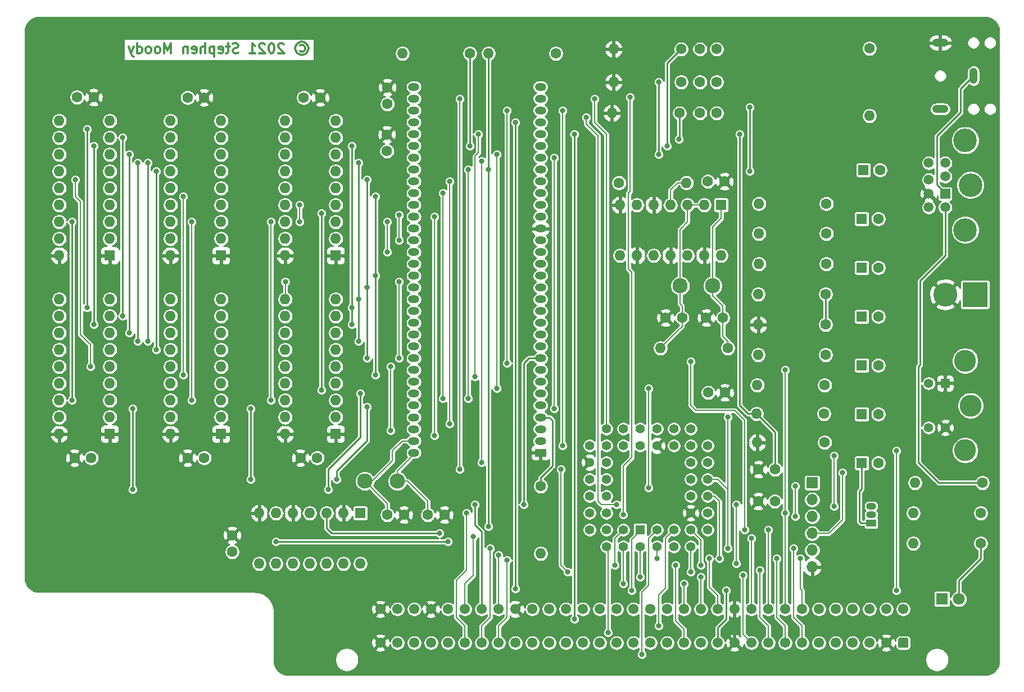
<source format=gbl>
G04 #@! TF.GenerationSoftware,KiCad,Pcbnew,(5.1.10)-1*
G04 #@! TF.CreationDate,2021-07-30T10:33:10+01:00*
G04 #@! TF.ProjectId,GfxV9958,47667856-3939-4353-982e-6b696361645f,rev?*
G04 #@! TF.SameCoordinates,Original*
G04 #@! TF.FileFunction,Copper,L2,Bot*
G04 #@! TF.FilePolarity,Positive*
%FSLAX46Y46*%
G04 Gerber Fmt 4.6, Leading zero omitted, Abs format (unit mm)*
G04 Created by KiCad (PCBNEW (5.1.10)-1) date 2021-07-30 10:33:10*
%MOMM*%
%LPD*%
G01*
G04 APERTURE LIST*
G04 #@! TA.AperFunction,NonConductor*
%ADD10C,0.300000*%
G04 #@! TD*
G04 #@! TA.AperFunction,ComponentPad*
%ADD11C,2.300000*%
G04 #@! TD*
G04 #@! TA.AperFunction,ComponentPad*
%ADD12C,1.600000*%
G04 #@! TD*
G04 #@! TA.AperFunction,ComponentPad*
%ADD13O,1.600000X1.600000*%
G04 #@! TD*
G04 #@! TA.AperFunction,ComponentPad*
%ADD14C,1.422400*%
G04 #@! TD*
G04 #@! TA.AperFunction,ComponentPad*
%ADD15R,1.422400X1.422400*%
G04 #@! TD*
G04 #@! TA.AperFunction,ComponentPad*
%ADD16O,2.416000X1.208000*%
G04 #@! TD*
G04 #@! TA.AperFunction,ComponentPad*
%ADD17O,1.208000X2.416000*%
G04 #@! TD*
G04 #@! TA.AperFunction,ComponentPad*
%ADD18O,1.700000X1.700000*%
G04 #@! TD*
G04 #@! TA.AperFunction,ComponentPad*
%ADD19R,1.700000X1.700000*%
G04 #@! TD*
G04 #@! TA.AperFunction,ComponentPad*
%ADD20R,1.700000X1.200000*%
G04 #@! TD*
G04 #@! TA.AperFunction,ComponentPad*
%ADD21O,1.700000X1.200000*%
G04 #@! TD*
G04 #@! TA.AperFunction,ComponentPad*
%ADD22R,1.600000X1.600000*%
G04 #@! TD*
G04 #@! TA.AperFunction,ComponentPad*
%ADD23R,1.500000X1.050000*%
G04 #@! TD*
G04 #@! TA.AperFunction,ComponentPad*
%ADD24O,1.500000X1.050000*%
G04 #@! TD*
G04 #@! TA.AperFunction,ComponentPad*
%ADD25C,3.555000*%
G04 #@! TD*
G04 #@! TA.AperFunction,ComponentPad*
%ADD26C,1.509000*%
G04 #@! TD*
G04 #@! TA.AperFunction,ComponentPad*
%ADD27R,1.509000X1.509000*%
G04 #@! TD*
G04 #@! TA.AperFunction,ComponentPad*
%ADD28C,3.600000*%
G04 #@! TD*
G04 #@! TA.AperFunction,ComponentPad*
%ADD29R,3.765000X3.765000*%
G04 #@! TD*
G04 #@! TA.AperFunction,ComponentPad*
%ADD30C,3.306000*%
G04 #@! TD*
G04 #@! TA.AperFunction,ComponentPad*
%ADD31C,1.398000*%
G04 #@! TD*
G04 #@! TA.AperFunction,ComponentPad*
%ADD32R,1.398000X1.398000*%
G04 #@! TD*
G04 #@! TA.AperFunction,ComponentPad*
%ADD33C,1.550000*%
G04 #@! TD*
G04 #@! TA.AperFunction,ComponentPad*
%ADD34C,1.800000*%
G04 #@! TD*
G04 #@! TA.AperFunction,ComponentPad*
%ADD35R,1.800000X1.800000*%
G04 #@! TD*
G04 #@! TA.AperFunction,ViaPad*
%ADD36C,0.800000*%
G04 #@! TD*
G04 #@! TA.AperFunction,Conductor*
%ADD37C,0.500000*%
G04 #@! TD*
G04 #@! TA.AperFunction,Conductor*
%ADD38C,0.210000*%
G04 #@! TD*
G04 #@! TA.AperFunction,Conductor*
%ADD39C,0.250000*%
G04 #@! TD*
G04 #@! TA.AperFunction,Conductor*
%ADD40C,0.254000*%
G04 #@! TD*
G04 #@! TA.AperFunction,Conductor*
%ADD41C,0.100000*%
G04 #@! TD*
G04 APERTURE END LIST*
D10*
X94289285Y-54685714D02*
X94432142Y-54614285D01*
X94717857Y-54614285D01*
X94860714Y-54685714D01*
X95003571Y-54828571D01*
X95075000Y-54971428D01*
X95075000Y-55257142D01*
X95003571Y-55400000D01*
X94860714Y-55542857D01*
X94717857Y-55614285D01*
X94432142Y-55614285D01*
X94289285Y-55542857D01*
X94575000Y-54114285D02*
X94932142Y-54185714D01*
X95289285Y-54400000D01*
X95503571Y-54757142D01*
X95575000Y-55114285D01*
X95503571Y-55471428D01*
X95289285Y-55828571D01*
X94932142Y-56042857D01*
X94575000Y-56114285D01*
X94217857Y-56042857D01*
X93860714Y-55828571D01*
X93646428Y-55471428D01*
X93575000Y-55114285D01*
X93646428Y-54757142D01*
X93860714Y-54400000D01*
X94217857Y-54185714D01*
X94575000Y-54114285D01*
X91860714Y-54471428D02*
X91789285Y-54400000D01*
X91646428Y-54328571D01*
X91289285Y-54328571D01*
X91146428Y-54400000D01*
X91075000Y-54471428D01*
X91003571Y-54614285D01*
X91003571Y-54757142D01*
X91075000Y-54971428D01*
X91932142Y-55828571D01*
X91003571Y-55828571D01*
X90075000Y-54328571D02*
X89932142Y-54328571D01*
X89789285Y-54400000D01*
X89717857Y-54471428D01*
X89646428Y-54614285D01*
X89575000Y-54900000D01*
X89575000Y-55257142D01*
X89646428Y-55542857D01*
X89717857Y-55685714D01*
X89789285Y-55757142D01*
X89932142Y-55828571D01*
X90075000Y-55828571D01*
X90217857Y-55757142D01*
X90289285Y-55685714D01*
X90360714Y-55542857D01*
X90432142Y-55257142D01*
X90432142Y-54900000D01*
X90360714Y-54614285D01*
X90289285Y-54471428D01*
X90217857Y-54400000D01*
X90075000Y-54328571D01*
X89003571Y-54471428D02*
X88932142Y-54400000D01*
X88789285Y-54328571D01*
X88432142Y-54328571D01*
X88289285Y-54400000D01*
X88217857Y-54471428D01*
X88146428Y-54614285D01*
X88146428Y-54757142D01*
X88217857Y-54971428D01*
X89075000Y-55828571D01*
X88146428Y-55828571D01*
X86717857Y-55828571D02*
X87575000Y-55828571D01*
X87146428Y-55828571D02*
X87146428Y-54328571D01*
X87289285Y-54542857D01*
X87432142Y-54685714D01*
X87575000Y-54757142D01*
X85003571Y-55757142D02*
X84789285Y-55828571D01*
X84432142Y-55828571D01*
X84289285Y-55757142D01*
X84217857Y-55685714D01*
X84146428Y-55542857D01*
X84146428Y-55400000D01*
X84217857Y-55257142D01*
X84289285Y-55185714D01*
X84432142Y-55114285D01*
X84717857Y-55042857D01*
X84860714Y-54971428D01*
X84932142Y-54900000D01*
X85003571Y-54757142D01*
X85003571Y-54614285D01*
X84932142Y-54471428D01*
X84860714Y-54400000D01*
X84717857Y-54328571D01*
X84360714Y-54328571D01*
X84146428Y-54400000D01*
X83717857Y-54828571D02*
X83146428Y-54828571D01*
X83503571Y-54328571D02*
X83503571Y-55614285D01*
X83432142Y-55757142D01*
X83289285Y-55828571D01*
X83146428Y-55828571D01*
X82075000Y-55757142D02*
X82217857Y-55828571D01*
X82503571Y-55828571D01*
X82646428Y-55757142D01*
X82717857Y-55614285D01*
X82717857Y-55042857D01*
X82646428Y-54900000D01*
X82503571Y-54828571D01*
X82217857Y-54828571D01*
X82075000Y-54900000D01*
X82003571Y-55042857D01*
X82003571Y-55185714D01*
X82717857Y-55328571D01*
X81360714Y-54828571D02*
X81360714Y-56328571D01*
X81360714Y-54900000D02*
X81217857Y-54828571D01*
X80932142Y-54828571D01*
X80789285Y-54900000D01*
X80717857Y-54971428D01*
X80646428Y-55114285D01*
X80646428Y-55542857D01*
X80717857Y-55685714D01*
X80789285Y-55757142D01*
X80932142Y-55828571D01*
X81217857Y-55828571D01*
X81360714Y-55757142D01*
X80003571Y-55828571D02*
X80003571Y-54328571D01*
X79360714Y-55828571D02*
X79360714Y-55042857D01*
X79432142Y-54900000D01*
X79575000Y-54828571D01*
X79789285Y-54828571D01*
X79932142Y-54900000D01*
X80003571Y-54971428D01*
X78075000Y-55757142D02*
X78217857Y-55828571D01*
X78503571Y-55828571D01*
X78646428Y-55757142D01*
X78717857Y-55614285D01*
X78717857Y-55042857D01*
X78646428Y-54900000D01*
X78503571Y-54828571D01*
X78217857Y-54828571D01*
X78075000Y-54900000D01*
X78003571Y-55042857D01*
X78003571Y-55185714D01*
X78717857Y-55328571D01*
X77360714Y-54828571D02*
X77360714Y-55828571D01*
X77360714Y-54971428D02*
X77289285Y-54900000D01*
X77146428Y-54828571D01*
X76932142Y-54828571D01*
X76789285Y-54900000D01*
X76717857Y-55042857D01*
X76717857Y-55828571D01*
X74860714Y-55828571D02*
X74860714Y-54328571D01*
X74360714Y-55400000D01*
X73860714Y-54328571D01*
X73860714Y-55828571D01*
X72932142Y-55828571D02*
X73075000Y-55757142D01*
X73146428Y-55685714D01*
X73217857Y-55542857D01*
X73217857Y-55114285D01*
X73146428Y-54971428D01*
X73075000Y-54900000D01*
X72932142Y-54828571D01*
X72717857Y-54828571D01*
X72575000Y-54900000D01*
X72503571Y-54971428D01*
X72432142Y-55114285D01*
X72432142Y-55542857D01*
X72503571Y-55685714D01*
X72575000Y-55757142D01*
X72717857Y-55828571D01*
X72932142Y-55828571D01*
X71575000Y-55828571D02*
X71717857Y-55757142D01*
X71789285Y-55685714D01*
X71860714Y-55542857D01*
X71860714Y-55114285D01*
X71789285Y-54971428D01*
X71717857Y-54900000D01*
X71575000Y-54828571D01*
X71360714Y-54828571D01*
X71217857Y-54900000D01*
X71146428Y-54971428D01*
X71075000Y-55114285D01*
X71075000Y-55542857D01*
X71146428Y-55685714D01*
X71217857Y-55757142D01*
X71360714Y-55828571D01*
X71575000Y-55828571D01*
X69789285Y-55828571D02*
X69789285Y-54328571D01*
X69789285Y-55757142D02*
X69932142Y-55828571D01*
X70217857Y-55828571D01*
X70360714Y-55757142D01*
X70432142Y-55685714D01*
X70503571Y-55542857D01*
X70503571Y-55114285D01*
X70432142Y-54971428D01*
X70360714Y-54900000D01*
X70217857Y-54828571D01*
X69932142Y-54828571D01*
X69789285Y-54900000D01*
X69217857Y-54828571D02*
X68860714Y-55828571D01*
X68503571Y-54828571D02*
X68860714Y-55828571D01*
X69003571Y-56185714D01*
X69075000Y-56257142D01*
X69217857Y-56328571D01*
D11*
X156464000Y-90932000D03*
X151564000Y-90932000D03*
D12*
X149352000Y-95758000D03*
X151852000Y-95758000D03*
X155488000Y-95758000D03*
X157988000Y-95758000D03*
D13*
X148590000Y-100330000D03*
D12*
X158750000Y-100330000D03*
D14*
X137922000Y-127736600D03*
X137922000Y-125196600D03*
X137922000Y-122656600D03*
X137922000Y-120116600D03*
X137922000Y-117576600D03*
X140462000Y-130276600D03*
X140462000Y-125196600D03*
X140462000Y-122656600D03*
X140462000Y-120116600D03*
X140462000Y-117576600D03*
X140462000Y-115036600D03*
X140462000Y-112496600D03*
X143002000Y-112496600D03*
X145542000Y-112496600D03*
X148082000Y-112496600D03*
X150622000Y-112496600D03*
X153162000Y-112496600D03*
X137922000Y-115036600D03*
X143002000Y-115036600D03*
X145542000Y-115036600D03*
X148082000Y-115036600D03*
X150622000Y-115036600D03*
X153162000Y-115036600D03*
X155702000Y-115036600D03*
X155702000Y-117576600D03*
X155702000Y-120116600D03*
X155702000Y-122656600D03*
X155702000Y-125196600D03*
X155702000Y-127736600D03*
X153162000Y-117576600D03*
X153162000Y-120116600D03*
X153162000Y-122656600D03*
X153162000Y-125196600D03*
X153162000Y-127736600D03*
X143002000Y-130276600D03*
X145542000Y-130276600D03*
X153162000Y-130276600D03*
X150622000Y-130276600D03*
X148082000Y-130276600D03*
X140462000Y-127736600D03*
X143002000Y-127736600D03*
X150622000Y-127736600D03*
X148082000Y-127736600D03*
D15*
X145542000Y-127736600D03*
D11*
X108966000Y-120396000D03*
X104066000Y-120396000D03*
D12*
X154548200Y-60198000D03*
X157048200Y-60198000D03*
D16*
X190750000Y-64250000D03*
X190750000Y-54250000D03*
D17*
X195750000Y-59250000D03*
D18*
X171450000Y-133350000D03*
X171450000Y-130810000D03*
X171450000Y-128270000D03*
X171450000Y-125730000D03*
X171450000Y-123190000D03*
D19*
X171450000Y-120650000D03*
D20*
X130530600Y-116104000D03*
D21*
X130530600Y-114324000D03*
X130530600Y-112544000D03*
X130530600Y-110764000D03*
X130530600Y-108984000D03*
X130530600Y-107204000D03*
X130530600Y-105424000D03*
X130530600Y-103644000D03*
X130530600Y-101864000D03*
X130530600Y-100084000D03*
X130530600Y-98304000D03*
X130530600Y-96524000D03*
X130530600Y-94744000D03*
X130530600Y-92964000D03*
X130530600Y-91184000D03*
X130530600Y-89404000D03*
X130530600Y-87624000D03*
X130530600Y-85844000D03*
X130530600Y-84064000D03*
X130530600Y-82284000D03*
X130530600Y-80504000D03*
X130530600Y-78724000D03*
X130530600Y-76944000D03*
X130530600Y-75164000D03*
X130530600Y-73384000D03*
X130530600Y-71604000D03*
X130530600Y-69824000D03*
X130530600Y-68044000D03*
X130530600Y-66264000D03*
X130530600Y-64484000D03*
X130530600Y-62704000D03*
X130530600Y-60924000D03*
X111429800Y-60924000D03*
X111429800Y-62704000D03*
X111429800Y-64484000D03*
X111429800Y-66264000D03*
X111429800Y-68044000D03*
X111429800Y-69824000D03*
X111429800Y-71604000D03*
X111429800Y-73384000D03*
X111429800Y-75164000D03*
X111429800Y-76944000D03*
X111429800Y-78724000D03*
X111429800Y-80504000D03*
X111429800Y-82284000D03*
X111429800Y-84064000D03*
X111429800Y-85844000D03*
X111429800Y-87624000D03*
X111429800Y-89404000D03*
X111429800Y-91184000D03*
X111429800Y-92964000D03*
X111429800Y-94744000D03*
X111429800Y-96524000D03*
X111429800Y-98304000D03*
X111429800Y-100084000D03*
X111429800Y-101864000D03*
X111429800Y-103644000D03*
X111429800Y-105424000D03*
X111429800Y-107204000D03*
X111429800Y-108984000D03*
X111429800Y-110764000D03*
X111429800Y-112544000D03*
X111429800Y-114324000D03*
X111429800Y-116104000D03*
D13*
X58013600Y-86360000D03*
X65633600Y-66040000D03*
X58013600Y-83820000D03*
X65633600Y-68580000D03*
X58013600Y-81280000D03*
X65633600Y-71120000D03*
X58013600Y-78740000D03*
X65633600Y-73660000D03*
X58013600Y-76200000D03*
X65633600Y-76200000D03*
X58013600Y-73660000D03*
X65633600Y-78740000D03*
X58013600Y-71120000D03*
X65633600Y-81280000D03*
X58013600Y-68580000D03*
X65633600Y-83820000D03*
X58013600Y-66040000D03*
D22*
X65633600Y-86360000D03*
D13*
X74777600Y-86360000D03*
X82397600Y-66040000D03*
X74777600Y-83820000D03*
X82397600Y-68580000D03*
X74777600Y-81280000D03*
X82397600Y-71120000D03*
X74777600Y-78740000D03*
X82397600Y-73660000D03*
X74777600Y-76200000D03*
X82397600Y-76200000D03*
X74777600Y-73660000D03*
X82397600Y-78740000D03*
X74777600Y-71120000D03*
X82397600Y-81280000D03*
X74777600Y-68580000D03*
X82397600Y-83820000D03*
X74777600Y-66040000D03*
D22*
X82397600Y-86360000D03*
D13*
X92049600Y-86360000D03*
X99669600Y-66040000D03*
X92049600Y-83820000D03*
X99669600Y-68580000D03*
X92049600Y-81280000D03*
X99669600Y-71120000D03*
X92049600Y-78740000D03*
X99669600Y-73660000D03*
X92049600Y-76200000D03*
X99669600Y-76200000D03*
X92049600Y-73660000D03*
X99669600Y-78740000D03*
X92049600Y-71120000D03*
X99669600Y-81280000D03*
X92049600Y-68580000D03*
X99669600Y-83820000D03*
X92049600Y-66040000D03*
D22*
X99669600Y-86360000D03*
D13*
X58013600Y-113284000D03*
X65633600Y-92964000D03*
X58013600Y-110744000D03*
X65633600Y-95504000D03*
X58013600Y-108204000D03*
X65633600Y-98044000D03*
X58013600Y-105664000D03*
X65633600Y-100584000D03*
X58013600Y-103124000D03*
X65633600Y-103124000D03*
X58013600Y-100584000D03*
X65633600Y-105664000D03*
X58013600Y-98044000D03*
X65633600Y-108204000D03*
X58013600Y-95504000D03*
X65633600Y-110744000D03*
X58013600Y-92964000D03*
D22*
X65633600Y-113284000D03*
D13*
X74777600Y-113284000D03*
X82397600Y-92964000D03*
X74777600Y-110744000D03*
X82397600Y-95504000D03*
X74777600Y-108204000D03*
X82397600Y-98044000D03*
X74777600Y-105664000D03*
X82397600Y-100584000D03*
X74777600Y-103124000D03*
X82397600Y-103124000D03*
X74777600Y-100584000D03*
X82397600Y-105664000D03*
X74777600Y-98044000D03*
X82397600Y-108204000D03*
X74777600Y-95504000D03*
X82397600Y-110744000D03*
X74777600Y-92964000D03*
D22*
X82397600Y-113284000D03*
D13*
X92049600Y-113284000D03*
X99669600Y-92964000D03*
X92049600Y-110744000D03*
X99669600Y-95504000D03*
X92049600Y-108204000D03*
X99669600Y-98044000D03*
X92049600Y-105664000D03*
X99669600Y-100584000D03*
X92049600Y-103124000D03*
X99669600Y-103124000D03*
X92049600Y-100584000D03*
X99669600Y-105664000D03*
X92049600Y-98044000D03*
X99669600Y-108204000D03*
X92049600Y-95504000D03*
X99669600Y-110744000D03*
X92049600Y-92964000D03*
D22*
X99669600Y-113284000D03*
D13*
X157734000Y-86360000D03*
X142494000Y-78740000D03*
X155194000Y-86360000D03*
X145034000Y-78740000D03*
X152654000Y-86360000D03*
X147574000Y-78740000D03*
X150114000Y-86360000D03*
X150114000Y-78740000D03*
X147574000Y-86360000D03*
X152654000Y-78740000D03*
X145034000Y-86360000D03*
X155194000Y-78740000D03*
X142494000Y-86360000D03*
D22*
X157734000Y-78740000D03*
D13*
X103378000Y-132842000D03*
X88138000Y-125222000D03*
X100838000Y-132842000D03*
X90678000Y-125222000D03*
X98298000Y-132842000D03*
X93218000Y-125222000D03*
X95758000Y-132842000D03*
X95758000Y-125222000D03*
X93218000Y-132842000D03*
X98298000Y-125222000D03*
X90678000Y-132842000D03*
X100838000Y-125222000D03*
X88138000Y-132842000D03*
D22*
X103378000Y-125222000D03*
D13*
X109728000Y-55880000D03*
D12*
X119888000Y-55880000D03*
D13*
X130556000Y-131318000D03*
D12*
X130556000Y-121158000D03*
D13*
X122682000Y-55880000D03*
D12*
X132842000Y-55880000D03*
D13*
X186944000Y-120650000D03*
D12*
X197104000Y-120650000D03*
D13*
X163169600Y-114554000D03*
D12*
X173329600Y-114554000D03*
D13*
X186690000Y-125222000D03*
D12*
X196850000Y-125222000D03*
D13*
X163322000Y-96774000D03*
D12*
X173482000Y-96774000D03*
D13*
X163169600Y-105918000D03*
D12*
X173329600Y-105918000D03*
D13*
X163322000Y-101346000D03*
D12*
X173482000Y-101346000D03*
D13*
X163322000Y-92202000D03*
D12*
X173482000Y-92202000D03*
D13*
X163423600Y-87630000D03*
D12*
X173583600Y-87630000D03*
D13*
X163423600Y-83058000D03*
D12*
X173583600Y-83058000D03*
D13*
X163423600Y-78536800D03*
D12*
X173583600Y-78536800D03*
D13*
X180086000Y-65278000D03*
D12*
X180086000Y-55118000D03*
D13*
X152501600Y-75387200D03*
D12*
X142341600Y-75387200D03*
D13*
X163068000Y-110236000D03*
D12*
X173228000Y-110236000D03*
D13*
X141554200Y-55219600D03*
D12*
X151714200Y-55219600D03*
D13*
X141554200Y-60198000D03*
D12*
X151714200Y-60198000D03*
D13*
X141300200Y-64871600D03*
D12*
X151460200Y-64871600D03*
D13*
X186690000Y-129794000D03*
D12*
X196850000Y-129794000D03*
D23*
X180340000Y-126746000D03*
D24*
X180340000Y-124206000D03*
X180340000Y-125476000D03*
D25*
X194500000Y-82500000D03*
X195310000Y-75740000D03*
X194500000Y-68980000D03*
D26*
X189010000Y-72390000D03*
X189010000Y-74930000D03*
X189010000Y-79090000D03*
X191500000Y-72390000D03*
X189010000Y-77040000D03*
X191500000Y-79090000D03*
X191500000Y-74440000D03*
D27*
X191500000Y-77040000D03*
D28*
X191500000Y-92250000D03*
D29*
X196000000Y-92250000D03*
D30*
X194500000Y-102230000D03*
X194500000Y-115750000D03*
X195310000Y-108990000D03*
D31*
X189010000Y-112340000D03*
X191500000Y-112340000D03*
X189010000Y-105640000D03*
D32*
X191500000Y-105640000D03*
D33*
X106426000Y-139700000D03*
X108966000Y-139700000D03*
X111506000Y-139700000D03*
X114046000Y-139700000D03*
X116586000Y-139700000D03*
X119126000Y-139700000D03*
X121666000Y-139700000D03*
X124206000Y-139700000D03*
X126746000Y-139700000D03*
X129286000Y-139700000D03*
X131826000Y-139700000D03*
X134366000Y-139700000D03*
X136906000Y-139700000D03*
X139446000Y-139700000D03*
X141986000Y-139700000D03*
X144526000Y-139700000D03*
X147066000Y-139700000D03*
X149606000Y-139700000D03*
X152146000Y-139700000D03*
X154686000Y-139700000D03*
X157226000Y-139700000D03*
X159766000Y-139700000D03*
X162306000Y-139700000D03*
X164846000Y-139700000D03*
X167386000Y-139700000D03*
X169926000Y-139700000D03*
X172466000Y-139700000D03*
X175006000Y-139700000D03*
X177546000Y-139700000D03*
X180086000Y-139700000D03*
X182626000Y-139700000D03*
X185166000Y-139700000D03*
X106426000Y-144780000D03*
X108966000Y-144780000D03*
X111506000Y-144780000D03*
X114046000Y-144780000D03*
X116586000Y-144780000D03*
X119126000Y-144780000D03*
X121666000Y-144780000D03*
X124206000Y-144780000D03*
X126746000Y-144780000D03*
X129286000Y-144780000D03*
X131826000Y-144780000D03*
X134366000Y-144780000D03*
X136906000Y-144780000D03*
X139446000Y-144780000D03*
X141986000Y-144780000D03*
X144526000Y-144780000D03*
X147066000Y-144780000D03*
X149606000Y-144780000D03*
X152146000Y-144780000D03*
X154686000Y-144780000D03*
X157226000Y-144780000D03*
X159766000Y-144780000D03*
X162306000Y-144780000D03*
X164846000Y-144780000D03*
X167386000Y-144780000D03*
X169926000Y-144780000D03*
X172466000Y-144780000D03*
X175006000Y-144780000D03*
X177546000Y-144780000D03*
X180086000Y-144780000D03*
X182626000Y-144780000D03*
G04 #@! TA.AperFunction,ComponentPad*
G36*
G01*
X185941000Y-144254999D02*
X185941000Y-145305001D01*
G75*
G02*
X185691001Y-145555000I-249999J0D01*
G01*
X184640999Y-145555000D01*
G75*
G02*
X184391000Y-145305001I0J249999D01*
G01*
X184391000Y-144254999D01*
G75*
G02*
X184640999Y-144005000I249999J0D01*
G01*
X185691001Y-144005000D01*
G75*
G02*
X185941000Y-144254999I0J-249999D01*
G01*
G37*
G04 #@! TD.AperFunction*
D34*
X193548000Y-138176000D03*
D35*
X191008000Y-138176000D03*
D12*
X107450000Y-61000000D03*
X107450000Y-63500000D03*
X79857600Y-62534800D03*
X77357600Y-62534800D03*
X60339600Y-116890800D03*
X62839600Y-116890800D03*
X116038000Y-125476000D03*
X113538000Y-125476000D03*
X109942000Y-125476000D03*
X107442000Y-125476000D03*
X94375600Y-116890800D03*
X96875600Y-116890800D03*
X77357600Y-116890800D03*
X79857600Y-116890800D03*
X63206000Y-62484000D03*
X60706000Y-62484000D03*
X97343600Y-62534800D03*
X94843600Y-62534800D03*
X107391200Y-68112000D03*
X107391200Y-70612000D03*
X181417600Y-117652800D03*
D22*
X178917600Y-117652800D03*
D12*
X181417600Y-110286800D03*
D22*
X178917600Y-110286800D03*
D12*
X181417600Y-102920800D03*
D22*
X178917600Y-102920800D03*
D12*
X181417600Y-95554800D03*
D22*
X178917600Y-95554800D03*
D12*
X181417600Y-88188800D03*
D22*
X178917600Y-88188800D03*
D12*
X181417600Y-80822800D03*
D22*
X178917600Y-80822800D03*
D12*
X181671600Y-73456800D03*
D22*
X179171600Y-73456800D03*
D12*
X158242000Y-75184000D03*
X155742000Y-75184000D03*
X163362000Y-118618000D03*
X165862000Y-118618000D03*
X154548200Y-64871600D03*
X157048200Y-64871600D03*
X154548200Y-55219600D03*
X157048200Y-55219600D03*
X158303600Y-107035600D03*
X155803600Y-107035600D03*
X84074000Y-128564000D03*
X84074000Y-131064000D03*
X163322000Y-123444000D03*
X165822000Y-123444000D03*
D36*
X176530000Y-56134000D03*
X162306000Y-55626000D03*
X149606000Y-69850000D03*
X148336000Y-71120000D03*
X148336000Y-60198000D03*
X151384014Y-68834000D03*
X160528000Y-68072000D03*
X162052000Y-64008000D03*
X162051988Y-73660000D03*
X184150000Y-115824000D03*
X184150000Y-136906000D03*
X116586000Y-129540000D03*
X90678000Y-129540000D03*
X120396004Y-128778000D03*
X128016000Y-123952000D03*
X120650000Y-123952000D03*
X124206000Y-131572000D03*
X148336000Y-142240000D03*
X143002000Y-135890000D03*
X152146000Y-135890000D03*
X145542000Y-134874000D03*
X154686000Y-134874000D03*
X135608000Y-68044000D03*
X155956000Y-132080000D03*
X148082000Y-132080000D03*
X135636000Y-141224000D03*
X144018000Y-62484000D03*
X143002000Y-125476000D03*
X162306000Y-129032000D03*
X164846000Y-127762000D03*
X161264600Y-127736600D03*
X153162000Y-102362000D03*
X125476000Y-102616000D03*
X125476000Y-64516000D03*
X167386000Y-125222000D03*
X167386000Y-103632000D03*
X120650000Y-104648000D03*
X121158000Y-68072000D03*
X160020000Y-123952000D03*
X160020000Y-132842000D03*
X169672000Y-132080000D03*
X121666000Y-72136000D03*
X121666006Y-117602000D03*
X115316000Y-128270000D03*
X119380000Y-125222000D03*
X122936000Y-130556000D03*
X125476000Y-132334000D03*
X140716024Y-143256000D03*
X141732000Y-133096000D03*
X150876000Y-133096000D03*
X145796000Y-146558000D03*
X158496000Y-136906000D03*
X126746000Y-136652000D03*
X126746000Y-66294000D03*
X144272000Y-136906000D03*
X118364000Y-62738000D03*
X161036000Y-134620000D03*
X153162000Y-134112000D03*
X134620000Y-134112000D03*
X133604002Y-118618000D03*
X118364000Y-118618000D03*
X163576000Y-133858000D03*
X154686000Y-133096000D03*
X141986000Y-123952000D03*
X137414000Y-65532000D03*
X157480000Y-132080000D03*
X166116000Y-132080000D03*
X146812000Y-121412000D03*
X146812000Y-106426000D03*
X123952000Y-106426000D03*
X123952000Y-71120000D03*
X158750000Y-130556000D03*
X168656000Y-130556000D03*
X158750000Y-110744000D03*
X119634000Y-107950000D03*
X119634000Y-73406000D03*
X176022000Y-119126000D03*
X122682000Y-73406000D03*
X122682000Y-127254000D03*
X119888000Y-69850000D03*
X133858000Y-115062000D03*
X133858000Y-64516000D03*
X138684000Y-62738000D03*
X132588000Y-109474000D03*
X132588000Y-71628000D03*
X114554000Y-113538000D03*
X114554000Y-80518000D03*
X67564000Y-95504000D03*
X67564000Y-68580000D03*
X89916000Y-81280000D03*
X89916000Y-108204000D03*
X68580000Y-98044000D03*
X68580000Y-71120000D03*
X97536000Y-80010000D03*
X97536000Y-106680000D03*
X71374000Y-72390000D03*
X71374000Y-99314000D03*
X105664000Y-89408000D03*
X105664000Y-77470000D03*
X105664000Y-104394000D03*
X107950000Y-103124000D03*
X107950000Y-112776000D03*
X62738000Y-103124000D03*
X60452000Y-74930000D03*
X104394000Y-101854000D03*
X104394000Y-91186000D03*
X104394000Y-74930000D03*
X72644000Y-100584000D03*
X72644000Y-73660000D03*
X76708000Y-104394000D03*
X76708000Y-77470000D03*
X103124000Y-99314000D03*
X103124000Y-92964000D03*
X103124000Y-72390000D03*
X69850000Y-99314000D03*
X69850000Y-72390000D03*
X115824000Y-107950000D03*
X115824000Y-76962000D03*
X102108000Y-96774000D03*
X102108000Y-94234000D03*
X63246000Y-69850000D03*
X63246000Y-96774000D03*
X102108000Y-69850000D03*
X116840000Y-111760000D03*
X116840000Y-75184000D03*
X62230000Y-94234000D03*
X62230000Y-67310000D03*
X109220000Y-101854000D03*
X109220000Y-90297000D03*
X92075000Y-90297000D03*
X86868000Y-109474000D03*
X86868000Y-120142000D03*
X104394000Y-109220000D03*
X99822000Y-120142000D03*
X77978000Y-108204000D03*
X77978000Y-81280000D03*
X59944000Y-108204000D03*
X59944000Y-81280000D03*
X69088000Y-109474000D03*
X69088000Y-121666000D03*
X103378000Y-107188000D03*
X98552000Y-121666000D03*
X107442000Y-85852000D03*
X107442000Y-81280000D03*
X94234000Y-81280000D03*
X94234000Y-78740000D03*
X109220000Y-84074000D03*
X109220000Y-80264000D03*
X168910000Y-121158000D03*
X168910000Y-125730000D03*
X174752000Y-116586000D03*
X174752000Y-124206000D03*
D37*
X159766000Y-139700000D02*
X159766000Y-144780000D01*
X159766000Y-139700000D02*
X159766000Y-138176000D01*
D38*
X158750000Y-100330000D02*
X158750000Y-99314000D01*
X157988000Y-98552000D02*
X157988000Y-95758000D01*
X158750000Y-99314000D02*
X157988000Y-98552000D01*
X157988000Y-95758000D02*
X157988000Y-93980000D01*
X156464000Y-92456000D02*
X156464000Y-90932000D01*
X157988000Y-93980000D02*
X156464000Y-92456000D01*
X156464000Y-90932000D02*
X156464000Y-82042000D01*
X157734000Y-80772000D02*
X157734000Y-78740000D01*
X156464000Y-82042000D02*
X157734000Y-80772000D01*
X151852000Y-97068000D02*
X151130000Y-97790000D01*
X151852000Y-95758000D02*
X151852000Y-97068000D01*
X151130000Y-97790000D02*
X151384000Y-97536000D01*
X148590000Y-100330000D02*
X151130000Y-97790000D01*
X151564000Y-90932000D02*
X151564000Y-93652000D01*
X151852000Y-93940000D02*
X151852000Y-95758000D01*
X151564000Y-93652000D02*
X151852000Y-93940000D01*
X152654000Y-81280000D02*
X152654000Y-78740000D01*
X151511000Y-82423000D02*
X152654000Y-81280000D01*
X151511000Y-90879000D02*
X151511000Y-82423000D01*
X151564000Y-90932000D02*
X151511000Y-90879000D01*
X152654000Y-78740000D02*
X155194000Y-78740000D01*
D39*
X151714200Y-55219600D02*
X149606000Y-57327800D01*
X149606000Y-57327800D02*
X149606000Y-69850000D01*
X148336000Y-71120000D02*
X148336000Y-60198000D01*
X151460200Y-64871600D02*
X151460200Y-68757814D01*
X151460200Y-68757814D02*
X151384014Y-68834000D01*
X160528000Y-68072000D02*
X160528000Y-108966000D01*
X161798000Y-110236000D02*
X163068000Y-110236000D01*
X160528000Y-108966000D02*
X161798000Y-110236000D01*
X165862000Y-113030000D02*
X165862000Y-118618000D01*
X163068000Y-110236000D02*
X165862000Y-113030000D01*
X162052000Y-64008000D02*
X162052000Y-73659988D01*
X162052000Y-73659988D02*
X162051988Y-73660000D01*
X173482000Y-92202000D02*
X173482000Y-96774000D01*
X178917600Y-117652800D02*
X178917600Y-121564400D01*
X178917600Y-121564400D02*
X178562000Y-121920000D01*
X178562000Y-121920000D02*
X178562000Y-126492000D01*
X178816000Y-126746000D02*
X180340000Y-126746000D01*
X178562000Y-126492000D02*
X178816000Y-126746000D01*
D38*
X107442000Y-123772000D02*
X104066000Y-120396000D01*
X107442000Y-125476000D02*
X107442000Y-123772000D01*
X111429800Y-114324000D02*
X109704000Y-114324000D01*
X109704000Y-114324000D02*
X108204000Y-115824000D01*
X108204000Y-115824000D02*
X108204000Y-117348000D01*
X105156000Y-120396000D02*
X104066000Y-120396000D01*
X108204000Y-117348000D02*
X105156000Y-120396000D01*
X113538000Y-125476000D02*
X113538000Y-123444000D01*
X110490000Y-120396000D02*
X108966000Y-120396000D01*
X113538000Y-123444000D02*
X110490000Y-120396000D01*
X111429800Y-116104000D02*
X111429800Y-116408200D01*
X108966000Y-118872000D02*
X108966000Y-120396000D01*
X111429800Y-116408200D02*
X108966000Y-118872000D01*
D39*
X193548000Y-138176000D02*
X193548000Y-135382000D01*
X196850000Y-132080000D02*
X196850000Y-129794000D01*
X193548000Y-135382000D02*
X196850000Y-132080000D01*
D38*
X184150000Y-115824000D02*
X184150000Y-136906000D01*
D39*
X116586000Y-129540000D02*
X90678000Y-129540000D01*
D38*
X120396004Y-134619996D02*
X120396004Y-128778000D01*
X119126000Y-135890000D02*
X120396004Y-134619996D01*
X119126000Y-139700000D02*
X119126000Y-135890000D01*
D39*
X129022000Y-101864000D02*
X128768000Y-101864000D01*
X130530600Y-101864000D02*
X129022000Y-101864000D01*
X128768000Y-101864000D02*
X128016000Y-102616000D01*
X128016000Y-102616000D02*
X128016000Y-123952000D01*
X120650000Y-123952000D02*
X120650000Y-127000000D01*
X121666000Y-128016000D02*
X121666000Y-130048000D01*
X121666000Y-130048000D02*
X121666000Y-139700000D01*
X120650000Y-127000000D02*
X121666000Y-128016000D01*
D38*
X124206000Y-131572000D02*
X124206000Y-139700000D01*
X150622000Y-127736600D02*
X149352000Y-129006600D01*
X149352000Y-129006600D02*
X149352000Y-136525000D01*
X149352000Y-136525000D02*
X148336000Y-137541000D01*
X148336000Y-137541000D02*
X148336000Y-142240000D01*
X143002000Y-130276600D02*
X143002000Y-135890000D01*
X152146000Y-135890000D02*
X152146000Y-139700000D01*
X145542000Y-130276600D02*
X145542000Y-134874000D01*
X154686000Y-134874000D02*
X154686000Y-139700000D01*
X157226000Y-139700000D02*
X157226000Y-137668000D01*
X155956000Y-136398000D02*
X155956000Y-132080000D01*
X157226000Y-137668000D02*
X155956000Y-136398000D01*
X148082000Y-132080000D02*
X148082000Y-130276600D01*
D39*
X135608000Y-141196000D02*
X135636000Y-141224000D01*
X135608000Y-68044000D02*
X135608000Y-141196000D01*
D38*
X162306000Y-129032000D02*
X162306000Y-136652000D01*
X162306000Y-136652000D02*
X162306000Y-139700000D01*
X144018000Y-76708000D02*
X144018000Y-62484000D01*
X143764000Y-76962000D02*
X144018000Y-76708000D01*
X143764000Y-88392000D02*
X143764000Y-76962000D01*
X144272000Y-88900000D02*
X143764000Y-88392000D01*
X144272000Y-116840000D02*
X144272000Y-88900000D01*
X143002000Y-118110000D02*
X144272000Y-116840000D01*
X143002000Y-125476000D02*
X143002000Y-118110000D01*
X164846000Y-127762000D02*
X164846000Y-139700000D01*
X161264600Y-127736600D02*
X161264600Y-111226600D01*
X161264600Y-111226600D02*
X159766000Y-109728000D01*
X159766000Y-109728000D02*
X153924000Y-109728000D01*
X153924000Y-109728000D02*
X153162000Y-108966000D01*
X153162000Y-108966000D02*
X153162000Y-102362000D01*
X125476000Y-102616000D02*
X125476000Y-89662000D01*
X125476000Y-89662000D02*
X125476000Y-64516000D01*
X167386000Y-127000000D02*
X167386000Y-103632000D01*
X167386000Y-125222000D02*
X167386000Y-127000000D01*
X167386000Y-127000000D02*
X167386000Y-139700000D01*
X120650000Y-104648000D02*
X120650000Y-71374000D01*
X121158000Y-70866000D02*
X121158000Y-68072000D01*
X120650000Y-71374000D02*
X121158000Y-70866000D01*
X160020000Y-123952000D02*
X160020000Y-132842000D01*
X169926000Y-139700000D02*
X169926000Y-136906000D01*
X169672000Y-136652000D02*
X169926000Y-136906000D01*
X169672000Y-132080000D02*
X169672000Y-136652000D01*
X121666000Y-72136000D02*
X121666000Y-117601994D01*
X121666000Y-117601994D02*
X121666006Y-117602000D01*
D39*
X115316000Y-128270000D02*
X99060000Y-128270000D01*
X98298000Y-127508000D02*
X98298000Y-125222000D01*
X99060000Y-128270000D02*
X98298000Y-127508000D01*
D38*
X119380000Y-125222000D02*
X119380000Y-133858000D01*
X119380000Y-133858000D02*
X117856000Y-135382000D01*
X117856000Y-135382000D02*
X117856000Y-140970000D01*
X119126000Y-142240000D02*
X119126000Y-144780000D01*
X117856000Y-140970000D02*
X119126000Y-142240000D01*
X122936000Y-140970000D02*
X122936000Y-130556000D01*
X121666000Y-142240000D02*
X122936000Y-140970000D01*
X121666000Y-144780000D02*
X121666000Y-142240000D01*
X124206000Y-142240000D02*
X124206000Y-144780000D01*
X125476000Y-140970000D02*
X124206000Y-142240000D01*
X125476000Y-132334000D02*
X125476000Y-140970000D01*
X140716000Y-143255976D02*
X140716024Y-143256000D01*
X140716000Y-130530600D02*
X140716000Y-143255976D01*
X140462000Y-130276600D02*
X140716000Y-130530600D01*
X143002000Y-127736600D02*
X141732000Y-129006600D01*
X141732000Y-129006600D02*
X141732000Y-133096000D01*
X152146000Y-142748000D02*
X152146000Y-144780000D01*
X150876000Y-141478000D02*
X152146000Y-142748000D01*
X150876000Y-133096000D02*
X150876000Y-141478000D01*
X148082000Y-127736600D02*
X146812000Y-129006600D01*
X146812000Y-129006600D02*
X146812000Y-136144000D01*
X146812000Y-136144000D02*
X145796000Y-137160000D01*
X145796000Y-137160000D02*
X145796000Y-146558000D01*
D39*
X158496000Y-136906000D02*
X158496000Y-141224000D01*
X157226000Y-142494000D02*
X157226000Y-144780000D01*
X158496000Y-141224000D02*
X157226000Y-142494000D01*
X126746000Y-126492000D02*
X126746000Y-136652000D01*
X126746000Y-123444000D02*
X126746000Y-66294000D01*
X126746000Y-123444000D02*
X126746000Y-126492000D01*
D38*
X145542000Y-127736600D02*
X145542000Y-127889000D01*
X144272000Y-129159000D02*
X144272000Y-136906000D01*
X145542000Y-127889000D02*
X144272000Y-129159000D01*
X161036000Y-143510000D02*
X161036000Y-134620000D01*
X162306000Y-144780000D02*
X161036000Y-143510000D01*
X153162000Y-130276600D02*
X153162000Y-134112000D01*
X133604002Y-133096002D02*
X133604002Y-118618000D01*
X134620000Y-134112000D02*
X133604002Y-133096002D01*
X118364000Y-62738000D02*
X118364000Y-118618000D01*
X153162000Y-127736600D02*
X154686000Y-129260600D01*
X163576000Y-140970000D02*
X163576000Y-133858000D01*
X164846000Y-142240000D02*
X163576000Y-140970000D01*
X164846000Y-144780000D02*
X164846000Y-142240000D01*
X154686000Y-129260600D02*
X154686000Y-133096000D01*
X137414000Y-66548000D02*
X137414000Y-65532000D01*
X139192000Y-68326000D02*
X137414000Y-66548000D01*
X139192000Y-123444000D02*
X139192000Y-68326000D01*
X139700000Y-123952000D02*
X139192000Y-123444000D01*
X141986000Y-123952000D02*
X139700000Y-123952000D01*
X155702000Y-122656600D02*
X156692600Y-122656600D01*
X156692600Y-122656600D02*
X157480000Y-123444000D01*
X157480000Y-123444000D02*
X157480000Y-132080000D01*
X166116000Y-132080000D02*
X166116000Y-140970000D01*
X167386000Y-142240000D02*
X167386000Y-144780000D01*
X166116000Y-140970000D02*
X167386000Y-142240000D01*
X146812000Y-121412000D02*
X146812000Y-106426000D01*
X123952000Y-106426000D02*
X123952000Y-79248000D01*
X123952000Y-79248000D02*
X123952000Y-71120000D01*
X155702000Y-120116600D02*
X157200600Y-120116600D01*
X157200600Y-120116600D02*
X158750000Y-121666000D01*
X169926000Y-142240000D02*
X169926000Y-144780000D01*
X168656000Y-140970000D02*
X169926000Y-142240000D01*
X168656000Y-130556000D02*
X168656000Y-140970000D01*
X158750000Y-122428000D02*
X158750000Y-110744000D01*
X158750000Y-121666000D02*
X158750000Y-122428000D01*
X158750000Y-122428000D02*
X158750000Y-130556000D01*
X119634000Y-107950000D02*
X119634000Y-76454000D01*
X119634000Y-76454000D02*
X119634000Y-73406000D01*
X176022000Y-125730000D02*
X176022000Y-126238000D01*
X176022000Y-119126000D02*
X176022000Y-125730000D01*
X173990000Y-128270000D02*
X171450000Y-128270000D01*
X176022000Y-126238000D02*
X173990000Y-128270000D01*
D39*
X191500000Y-79090000D02*
X191500000Y-86376000D01*
X191500000Y-86376000D02*
X187706000Y-90170000D01*
X187706000Y-90170000D02*
X187706000Y-102870000D01*
X187706000Y-102870000D02*
X187452000Y-103124000D01*
X187452000Y-103124000D02*
X187452000Y-117602000D01*
X190500000Y-120650000D02*
X197104000Y-120650000D01*
X187452000Y-117602000D02*
X190500000Y-120650000D01*
X191500000Y-77040000D02*
X191500000Y-76946000D01*
X191500000Y-76946000D02*
X190246000Y-75692000D01*
X190246000Y-75692000D02*
X190246000Y-68326000D01*
X190246000Y-68326000D02*
X193802000Y-64770000D01*
X193802000Y-61198000D02*
X195750000Y-59250000D01*
X193802000Y-64770000D02*
X193802000Y-61198000D01*
D38*
X150114000Y-78740000D02*
X150114000Y-76454000D01*
X151180800Y-75387200D02*
X152501600Y-75387200D01*
X150114000Y-76454000D02*
X151180800Y-75387200D01*
D39*
X122682000Y-73406000D02*
X122682000Y-55880000D01*
X122682000Y-73406000D02*
X122682000Y-127254000D01*
X130530600Y-110764000D02*
X131846000Y-110764000D01*
X131846000Y-110764000D02*
X132334000Y-111252000D01*
X132334000Y-111252000D02*
X132334000Y-118110000D01*
X130556000Y-119888000D02*
X130556000Y-121158000D01*
X132334000Y-118110000D02*
X130556000Y-119888000D01*
X119888000Y-69850000D02*
X119888000Y-55880000D01*
D38*
X133858000Y-115062000D02*
X133858000Y-73406000D01*
X133858000Y-73406000D02*
X133858000Y-64516000D01*
X138684000Y-66294000D02*
X138684000Y-62738000D01*
X140462000Y-68072000D02*
X138684000Y-66294000D01*
X140462000Y-112496600D02*
X140462000Y-68072000D01*
X132588000Y-109474000D02*
X132588000Y-71628000D01*
X114554000Y-113538000D02*
X114554000Y-80518000D01*
D39*
X67564000Y-95504000D02*
X67564000Y-68580000D01*
D38*
X89916000Y-81280000D02*
X89916000Y-108204000D01*
D39*
X68580000Y-98044000D02*
X68580000Y-71120000D01*
X97536000Y-80010000D02*
X97536000Y-106680000D01*
X71374000Y-72390000D02*
X71374000Y-99314000D01*
X105664000Y-90170000D02*
X105664000Y-77470000D01*
X105664000Y-90170000D02*
X105664000Y-89408000D01*
X105664000Y-102870000D02*
X105664000Y-104394000D01*
X105664000Y-90170000D02*
X105664000Y-102870000D01*
D38*
X107950000Y-103124000D02*
X107950000Y-112776000D01*
X62738000Y-103124000D02*
X62738000Y-99822000D01*
X62738000Y-99822000D02*
X61214000Y-98298000D01*
X61214000Y-98298000D02*
X61214000Y-78232000D01*
X60452000Y-77470000D02*
X60452000Y-74930000D01*
X61214000Y-78232000D02*
X60452000Y-77470000D01*
D39*
X104394000Y-92202000D02*
X104394000Y-74930000D01*
X104394000Y-101854000D02*
X104394000Y-92202000D01*
X104394000Y-92202000D02*
X104394000Y-91186000D01*
X72644000Y-100584000D02*
X72644000Y-73660000D01*
D38*
X76708000Y-104394000D02*
X76708000Y-77470000D01*
D39*
X103124000Y-99314000D02*
X103124000Y-93726000D01*
X103124000Y-93726000D02*
X103124000Y-72390000D01*
X103124000Y-93726000D02*
X103124000Y-92964000D01*
X69850000Y-99314000D02*
X69850000Y-72390000D01*
D38*
X115824000Y-107950000D02*
X115824000Y-76962000D01*
D39*
X63246000Y-69850000D02*
X63246000Y-96774000D01*
X102108000Y-94996000D02*
X102108000Y-69850000D01*
X102108000Y-96774000D02*
X102108000Y-94996000D01*
X102108000Y-94996000D02*
X102108000Y-94234000D01*
D38*
X116840000Y-111760000D02*
X116840000Y-75184000D01*
D39*
X62230000Y-94234000D02*
X62230000Y-67310000D01*
D38*
X109220000Y-101854000D02*
X109220000Y-90297000D01*
X92075000Y-92938600D02*
X92049600Y-92964000D01*
X92075000Y-90297000D02*
X92075000Y-92938600D01*
D39*
X86868000Y-109474000D02*
X86868000Y-120142000D01*
X104394000Y-111252000D02*
X104394000Y-114300000D01*
X104394000Y-109220000D02*
X104394000Y-111252000D01*
X99822000Y-118872000D02*
X99822000Y-120142000D01*
X104394000Y-114300000D02*
X99822000Y-118872000D01*
D38*
X77978000Y-108204000D02*
X77978000Y-81280000D01*
D39*
X59944000Y-108204000D02*
X59944000Y-81280000D01*
X69088000Y-109474000D02*
X69088000Y-121666000D01*
X103378000Y-107188000D02*
X103378000Y-113792000D01*
X98552000Y-118618000D02*
X98552000Y-121666000D01*
X103378000Y-113792000D02*
X98552000Y-118618000D01*
D38*
X107442000Y-85852000D02*
X107442000Y-81280000D01*
X94234000Y-81280000D02*
X94234000Y-78740000D01*
X109220000Y-84074000D02*
X109220000Y-80264000D01*
X168910000Y-121158000D02*
X168910000Y-125730000D01*
X174752000Y-116586000D02*
X174752000Y-124206000D01*
D40*
X197906345Y-50447789D02*
X198297222Y-50565802D01*
X198657723Y-50757484D01*
X198974131Y-51015539D01*
X199234390Y-51330138D01*
X199428586Y-51689295D01*
X199549323Y-52079333D01*
X199594001Y-52504416D01*
X199594000Y-107519940D01*
X199594001Y-107519950D01*
X199594000Y-112519940D01*
X199594001Y-112519950D01*
X199594000Y-147480146D01*
X199552211Y-147906346D01*
X199434199Y-148297219D01*
X199242514Y-148657726D01*
X198984457Y-148974135D01*
X198669860Y-149234391D01*
X198310704Y-149428586D01*
X197920667Y-149549323D01*
X197495594Y-149594000D01*
X92519854Y-149594000D01*
X92093654Y-149552211D01*
X91702781Y-149434199D01*
X91342274Y-149242514D01*
X91025865Y-148984457D01*
X90765609Y-148669860D01*
X90571414Y-148310704D01*
X90450677Y-147920667D01*
X90406000Y-147495594D01*
X90406000Y-147142125D01*
X99540000Y-147142125D01*
X99540000Y-147497875D01*
X99609404Y-147846791D01*
X99745544Y-148175462D01*
X99943189Y-148471258D01*
X100194742Y-148722811D01*
X100490538Y-148920456D01*
X100819209Y-149056596D01*
X101168125Y-149126000D01*
X101523875Y-149126000D01*
X101872791Y-149056596D01*
X102201462Y-148920456D01*
X102497258Y-148722811D01*
X102748811Y-148471258D01*
X102946456Y-148175462D01*
X103082596Y-147846791D01*
X103152000Y-147497875D01*
X103152000Y-147142125D01*
X103082596Y-146793209D01*
X102946456Y-146464538D01*
X102748811Y-146168742D01*
X102497258Y-145917189D01*
X102254300Y-145754849D01*
X105630756Y-145754849D01*
X105699310Y-145996268D01*
X105950556Y-146114668D01*
X106220071Y-146181778D01*
X106497502Y-146195018D01*
X106772184Y-146153879D01*
X107033562Y-146059943D01*
X107152690Y-145996268D01*
X107221244Y-145754849D01*
X106426000Y-144959605D01*
X105630756Y-145754849D01*
X102254300Y-145754849D01*
X102201462Y-145719544D01*
X101872791Y-145583404D01*
X101523875Y-145514000D01*
X101168125Y-145514000D01*
X100819209Y-145583404D01*
X100490538Y-145719544D01*
X100194742Y-145917189D01*
X99943189Y-146168742D01*
X99745544Y-146464538D01*
X99609404Y-146793209D01*
X99540000Y-147142125D01*
X90406000Y-147142125D01*
X90406000Y-144851502D01*
X105010982Y-144851502D01*
X105052121Y-145126184D01*
X105146057Y-145387562D01*
X105209732Y-145506690D01*
X105451151Y-145575244D01*
X106246395Y-144780000D01*
X106605605Y-144780000D01*
X107400849Y-145575244D01*
X107642268Y-145506690D01*
X107760668Y-145255444D01*
X107827778Y-144985929D01*
X107827882Y-144983753D01*
X107854425Y-145117193D01*
X107941566Y-145327571D01*
X108068076Y-145516907D01*
X108229093Y-145677924D01*
X108418429Y-145804434D01*
X108628807Y-145891575D01*
X108852144Y-145936000D01*
X109079856Y-145936000D01*
X109303193Y-145891575D01*
X109513571Y-145804434D01*
X109702907Y-145677924D01*
X109863924Y-145516907D01*
X109990434Y-145327571D01*
X110077575Y-145117193D01*
X110122000Y-144893856D01*
X110122000Y-144666144D01*
X110350000Y-144666144D01*
X110350000Y-144893856D01*
X110394425Y-145117193D01*
X110481566Y-145327571D01*
X110608076Y-145516907D01*
X110769093Y-145677924D01*
X110958429Y-145804434D01*
X111168807Y-145891575D01*
X111392144Y-145936000D01*
X111619856Y-145936000D01*
X111843193Y-145891575D01*
X112053571Y-145804434D01*
X112242907Y-145677924D01*
X112403924Y-145516907D01*
X112530434Y-145327571D01*
X112617575Y-145117193D01*
X112662000Y-144893856D01*
X112662000Y-144666144D01*
X112890000Y-144666144D01*
X112890000Y-144893856D01*
X112934425Y-145117193D01*
X113021566Y-145327571D01*
X113148076Y-145516907D01*
X113309093Y-145677924D01*
X113498429Y-145804434D01*
X113708807Y-145891575D01*
X113932144Y-145936000D01*
X114159856Y-145936000D01*
X114383193Y-145891575D01*
X114593571Y-145804434D01*
X114782907Y-145677924D01*
X114943924Y-145516907D01*
X115070434Y-145327571D01*
X115157575Y-145117193D01*
X115202000Y-144893856D01*
X115202000Y-144666144D01*
X115430000Y-144666144D01*
X115430000Y-144893856D01*
X115474425Y-145117193D01*
X115561566Y-145327571D01*
X115688076Y-145516907D01*
X115849093Y-145677924D01*
X116038429Y-145804434D01*
X116248807Y-145891575D01*
X116472144Y-145936000D01*
X116699856Y-145936000D01*
X116923193Y-145891575D01*
X117133571Y-145804434D01*
X117322907Y-145677924D01*
X117483924Y-145516907D01*
X117610434Y-145327571D01*
X117697575Y-145117193D01*
X117742000Y-144893856D01*
X117742000Y-144666144D01*
X117697575Y-144442807D01*
X117610434Y-144232429D01*
X117483924Y-144043093D01*
X117322907Y-143882076D01*
X117133571Y-143755566D01*
X116923193Y-143668425D01*
X116699856Y-143624000D01*
X116472144Y-143624000D01*
X116248807Y-143668425D01*
X116038429Y-143755566D01*
X115849093Y-143882076D01*
X115688076Y-144043093D01*
X115561566Y-144232429D01*
X115474425Y-144442807D01*
X115430000Y-144666144D01*
X115202000Y-144666144D01*
X115157575Y-144442807D01*
X115070434Y-144232429D01*
X114943924Y-144043093D01*
X114782907Y-143882076D01*
X114593571Y-143755566D01*
X114383193Y-143668425D01*
X114159856Y-143624000D01*
X113932144Y-143624000D01*
X113708807Y-143668425D01*
X113498429Y-143755566D01*
X113309093Y-143882076D01*
X113148076Y-144043093D01*
X113021566Y-144232429D01*
X112934425Y-144442807D01*
X112890000Y-144666144D01*
X112662000Y-144666144D01*
X112617575Y-144442807D01*
X112530434Y-144232429D01*
X112403924Y-144043093D01*
X112242907Y-143882076D01*
X112053571Y-143755566D01*
X111843193Y-143668425D01*
X111619856Y-143624000D01*
X111392144Y-143624000D01*
X111168807Y-143668425D01*
X110958429Y-143755566D01*
X110769093Y-143882076D01*
X110608076Y-144043093D01*
X110481566Y-144232429D01*
X110394425Y-144442807D01*
X110350000Y-144666144D01*
X110122000Y-144666144D01*
X110077575Y-144442807D01*
X109990434Y-144232429D01*
X109863924Y-144043093D01*
X109702907Y-143882076D01*
X109513571Y-143755566D01*
X109303193Y-143668425D01*
X109079856Y-143624000D01*
X108852144Y-143624000D01*
X108628807Y-143668425D01*
X108418429Y-143755566D01*
X108229093Y-143882076D01*
X108068076Y-144043093D01*
X107941566Y-144232429D01*
X107854425Y-144442807D01*
X107824076Y-144595379D01*
X107799879Y-144433816D01*
X107705943Y-144172438D01*
X107642268Y-144053310D01*
X107400849Y-143984756D01*
X106605605Y-144780000D01*
X106246395Y-144780000D01*
X105451151Y-143984756D01*
X105209732Y-144053310D01*
X105091332Y-144304556D01*
X105024222Y-144574071D01*
X105010982Y-144851502D01*
X90406000Y-144851502D01*
X90406000Y-143805151D01*
X105630756Y-143805151D01*
X106426000Y-144600395D01*
X107221244Y-143805151D01*
X107152690Y-143563732D01*
X106901444Y-143445332D01*
X106631929Y-143378222D01*
X106354498Y-143364982D01*
X106079816Y-143406121D01*
X105818438Y-143500057D01*
X105699310Y-143563732D01*
X105630756Y-143805151D01*
X90406000Y-143805151D01*
X90406000Y-140674849D01*
X105630756Y-140674849D01*
X105699310Y-140916268D01*
X105950556Y-141034668D01*
X106220071Y-141101778D01*
X106497502Y-141115018D01*
X106772184Y-141073879D01*
X107033562Y-140979943D01*
X107152690Y-140916268D01*
X107221244Y-140674849D01*
X106426000Y-139879605D01*
X105630756Y-140674849D01*
X90406000Y-140674849D01*
X90406000Y-139980059D01*
X90404159Y-139961367D01*
X90404268Y-139945751D01*
X90403715Y-139940109D01*
X90385994Y-139771502D01*
X105010982Y-139771502D01*
X105052121Y-140046184D01*
X105146057Y-140307562D01*
X105209732Y-140426690D01*
X105451151Y-140495244D01*
X106246395Y-139700000D01*
X106605605Y-139700000D01*
X107400849Y-140495244D01*
X107642268Y-140426690D01*
X107760668Y-140175444D01*
X107827778Y-139905929D01*
X107827882Y-139903753D01*
X107854425Y-140037193D01*
X107941566Y-140247571D01*
X108068076Y-140436907D01*
X108229093Y-140597924D01*
X108418429Y-140724434D01*
X108628807Y-140811575D01*
X108852144Y-140856000D01*
X109079856Y-140856000D01*
X109303193Y-140811575D01*
X109513571Y-140724434D01*
X109702907Y-140597924D01*
X109863924Y-140436907D01*
X109990434Y-140247571D01*
X110077575Y-140037193D01*
X110122000Y-139813856D01*
X110122000Y-139586144D01*
X110350000Y-139586144D01*
X110350000Y-139813856D01*
X110394425Y-140037193D01*
X110481566Y-140247571D01*
X110608076Y-140436907D01*
X110769093Y-140597924D01*
X110958429Y-140724434D01*
X111168807Y-140811575D01*
X111392144Y-140856000D01*
X111619856Y-140856000D01*
X111843193Y-140811575D01*
X112053571Y-140724434D01*
X112127780Y-140674849D01*
X113250756Y-140674849D01*
X113319310Y-140916268D01*
X113570556Y-141034668D01*
X113840071Y-141101778D01*
X114117502Y-141115018D01*
X114392184Y-141073879D01*
X114653562Y-140979943D01*
X114772690Y-140916268D01*
X114841244Y-140674849D01*
X114046000Y-139879605D01*
X113250756Y-140674849D01*
X112127780Y-140674849D01*
X112242907Y-140597924D01*
X112403924Y-140436907D01*
X112530434Y-140247571D01*
X112617575Y-140037193D01*
X112647924Y-139884621D01*
X112672121Y-140046184D01*
X112766057Y-140307562D01*
X112829732Y-140426690D01*
X113071151Y-140495244D01*
X113866395Y-139700000D01*
X114225605Y-139700000D01*
X115020849Y-140495244D01*
X115262268Y-140426690D01*
X115380668Y-140175444D01*
X115447778Y-139905929D01*
X115447882Y-139903753D01*
X115474425Y-140037193D01*
X115561566Y-140247571D01*
X115688076Y-140436907D01*
X115849093Y-140597924D01*
X116038429Y-140724434D01*
X116248807Y-140811575D01*
X116472144Y-140856000D01*
X116699856Y-140856000D01*
X116923193Y-140811575D01*
X117133571Y-140724434D01*
X117322907Y-140597924D01*
X117370001Y-140550830D01*
X117370001Y-140946129D01*
X117367650Y-140970000D01*
X117377033Y-141065272D01*
X117404823Y-141156883D01*
X117404824Y-141156884D01*
X117449952Y-141241313D01*
X117510685Y-141315316D01*
X117529227Y-141330533D01*
X118640000Y-142441308D01*
X118640001Y-143730062D01*
X118578429Y-143755566D01*
X118389093Y-143882076D01*
X118228076Y-144043093D01*
X118101566Y-144232429D01*
X118014425Y-144442807D01*
X117970000Y-144666144D01*
X117970000Y-144893856D01*
X118014425Y-145117193D01*
X118101566Y-145327571D01*
X118228076Y-145516907D01*
X118389093Y-145677924D01*
X118578429Y-145804434D01*
X118788807Y-145891575D01*
X119012144Y-145936000D01*
X119239856Y-145936000D01*
X119463193Y-145891575D01*
X119673571Y-145804434D01*
X119862907Y-145677924D01*
X120023924Y-145516907D01*
X120150434Y-145327571D01*
X120237575Y-145117193D01*
X120282000Y-144893856D01*
X120282000Y-144666144D01*
X120237575Y-144442807D01*
X120150434Y-144232429D01*
X120023924Y-144043093D01*
X119862907Y-143882076D01*
X119673571Y-143755566D01*
X119612000Y-143730063D01*
X119612000Y-142263860D01*
X119614350Y-142239999D01*
X119612000Y-142216138D01*
X119612000Y-142216131D01*
X119604967Y-142144727D01*
X119577177Y-142053116D01*
X119532049Y-141968687D01*
X119498552Y-141927871D01*
X119486531Y-141913223D01*
X119486529Y-141913221D01*
X119471316Y-141894684D01*
X119452779Y-141879471D01*
X118342000Y-140768694D01*
X118342000Y-140550831D01*
X118389093Y-140597924D01*
X118578429Y-140724434D01*
X118788807Y-140811575D01*
X119012144Y-140856000D01*
X119239856Y-140856000D01*
X119463193Y-140811575D01*
X119673571Y-140724434D01*
X119862907Y-140597924D01*
X120023924Y-140436907D01*
X120150434Y-140247571D01*
X120237575Y-140037193D01*
X120282000Y-139813856D01*
X120282000Y-139586144D01*
X120237575Y-139362807D01*
X120150434Y-139152429D01*
X120023924Y-138963093D01*
X119862907Y-138802076D01*
X119673571Y-138675566D01*
X119612000Y-138650063D01*
X119612000Y-136091306D01*
X120722777Y-134980530D01*
X120741320Y-134965312D01*
X120802053Y-134891309D01*
X120847181Y-134806880D01*
X120874971Y-134715269D01*
X120882004Y-134643865D01*
X120882004Y-134643857D01*
X120884354Y-134619996D01*
X120882004Y-134596131D01*
X120882004Y-129392566D01*
X120893863Y-129384642D01*
X121002646Y-129275859D01*
X121088117Y-129147942D01*
X121146991Y-129005809D01*
X121160000Y-128940405D01*
X121160001Y-130023137D01*
X121160000Y-130023147D01*
X121160001Y-138658346D01*
X121118429Y-138675566D01*
X120929093Y-138802076D01*
X120768076Y-138963093D01*
X120641566Y-139152429D01*
X120554425Y-139362807D01*
X120510000Y-139586144D01*
X120510000Y-139813856D01*
X120554425Y-140037193D01*
X120641566Y-140247571D01*
X120768076Y-140436907D01*
X120929093Y-140597924D01*
X121118429Y-140724434D01*
X121328807Y-140811575D01*
X121552144Y-140856000D01*
X121779856Y-140856000D01*
X122003193Y-140811575D01*
X122213571Y-140724434D01*
X122402907Y-140597924D01*
X122450000Y-140550831D01*
X122450000Y-140768692D01*
X121339227Y-141879467D01*
X121320685Y-141894684D01*
X121259952Y-141968687D01*
X121236699Y-142012191D01*
X121214823Y-142053117D01*
X121187033Y-142144728D01*
X121177650Y-142240000D01*
X121180001Y-142263869D01*
X121180000Y-143730062D01*
X121118429Y-143755566D01*
X120929093Y-143882076D01*
X120768076Y-144043093D01*
X120641566Y-144232429D01*
X120554425Y-144442807D01*
X120510000Y-144666144D01*
X120510000Y-144893856D01*
X120554425Y-145117193D01*
X120641566Y-145327571D01*
X120768076Y-145516907D01*
X120929093Y-145677924D01*
X121118429Y-145804434D01*
X121328807Y-145891575D01*
X121552144Y-145936000D01*
X121779856Y-145936000D01*
X122003193Y-145891575D01*
X122213571Y-145804434D01*
X122402907Y-145677924D01*
X122563924Y-145516907D01*
X122690434Y-145327571D01*
X122777575Y-145117193D01*
X122822000Y-144893856D01*
X122822000Y-144666144D01*
X122777575Y-144442807D01*
X122690434Y-144232429D01*
X122563924Y-144043093D01*
X122402907Y-143882076D01*
X122213571Y-143755566D01*
X122152000Y-143730063D01*
X122152000Y-142441306D01*
X123262779Y-141330529D01*
X123281316Y-141315316D01*
X123296533Y-141296775D01*
X123308552Y-141282129D01*
X123342049Y-141241313D01*
X123387177Y-141156884D01*
X123414967Y-141065273D01*
X123422000Y-140993869D01*
X123422000Y-140993862D01*
X123424350Y-140970001D01*
X123422000Y-140946140D01*
X123422000Y-140550831D01*
X123469093Y-140597924D01*
X123658429Y-140724434D01*
X123868807Y-140811575D01*
X124092144Y-140856000D01*
X124319856Y-140856000D01*
X124543193Y-140811575D01*
X124753571Y-140724434D01*
X124942907Y-140597924D01*
X124990001Y-140550830D01*
X124990001Y-140768691D01*
X123879232Y-141879462D01*
X123860684Y-141894684D01*
X123799951Y-141968687D01*
X123754823Y-142053117D01*
X123727033Y-142144728D01*
X123720000Y-142216132D01*
X123720000Y-142216139D01*
X123717650Y-142240000D01*
X123720000Y-142263861D01*
X123720001Y-143730062D01*
X123658429Y-143755566D01*
X123469093Y-143882076D01*
X123308076Y-144043093D01*
X123181566Y-144232429D01*
X123094425Y-144442807D01*
X123050000Y-144666144D01*
X123050000Y-144893856D01*
X123094425Y-145117193D01*
X123181566Y-145327571D01*
X123308076Y-145516907D01*
X123469093Y-145677924D01*
X123658429Y-145804434D01*
X123868807Y-145891575D01*
X124092144Y-145936000D01*
X124319856Y-145936000D01*
X124543193Y-145891575D01*
X124753571Y-145804434D01*
X124942907Y-145677924D01*
X125103924Y-145516907D01*
X125230434Y-145327571D01*
X125317575Y-145117193D01*
X125362000Y-144893856D01*
X125362000Y-144666144D01*
X125590000Y-144666144D01*
X125590000Y-144893856D01*
X125634425Y-145117193D01*
X125721566Y-145327571D01*
X125848076Y-145516907D01*
X126009093Y-145677924D01*
X126198429Y-145804434D01*
X126408807Y-145891575D01*
X126632144Y-145936000D01*
X126859856Y-145936000D01*
X127083193Y-145891575D01*
X127293571Y-145804434D01*
X127482907Y-145677924D01*
X127643924Y-145516907D01*
X127770434Y-145327571D01*
X127857575Y-145117193D01*
X127902000Y-144893856D01*
X127902000Y-144666144D01*
X128130000Y-144666144D01*
X128130000Y-144893856D01*
X128174425Y-145117193D01*
X128261566Y-145327571D01*
X128388076Y-145516907D01*
X128549093Y-145677924D01*
X128738429Y-145804434D01*
X128948807Y-145891575D01*
X129172144Y-145936000D01*
X129399856Y-145936000D01*
X129623193Y-145891575D01*
X129833571Y-145804434D01*
X130022907Y-145677924D01*
X130183924Y-145516907D01*
X130310434Y-145327571D01*
X130397575Y-145117193D01*
X130442000Y-144893856D01*
X130442000Y-144666144D01*
X130670000Y-144666144D01*
X130670000Y-144893856D01*
X130714425Y-145117193D01*
X130801566Y-145327571D01*
X130928076Y-145516907D01*
X131089093Y-145677924D01*
X131278429Y-145804434D01*
X131488807Y-145891575D01*
X131712144Y-145936000D01*
X131939856Y-145936000D01*
X132163193Y-145891575D01*
X132373571Y-145804434D01*
X132562907Y-145677924D01*
X132723924Y-145516907D01*
X132850434Y-145327571D01*
X132937575Y-145117193D01*
X132982000Y-144893856D01*
X132982000Y-144666144D01*
X133210000Y-144666144D01*
X133210000Y-144893856D01*
X133254425Y-145117193D01*
X133341566Y-145327571D01*
X133468076Y-145516907D01*
X133629093Y-145677924D01*
X133818429Y-145804434D01*
X134028807Y-145891575D01*
X134252144Y-145936000D01*
X134479856Y-145936000D01*
X134703193Y-145891575D01*
X134913571Y-145804434D01*
X135102907Y-145677924D01*
X135263924Y-145516907D01*
X135390434Y-145327571D01*
X135477575Y-145117193D01*
X135522000Y-144893856D01*
X135522000Y-144666144D01*
X135750000Y-144666144D01*
X135750000Y-144893856D01*
X135794425Y-145117193D01*
X135881566Y-145327571D01*
X136008076Y-145516907D01*
X136169093Y-145677924D01*
X136358429Y-145804434D01*
X136568807Y-145891575D01*
X136792144Y-145936000D01*
X137019856Y-145936000D01*
X137243193Y-145891575D01*
X137453571Y-145804434D01*
X137642907Y-145677924D01*
X137803924Y-145516907D01*
X137930434Y-145327571D01*
X138017575Y-145117193D01*
X138062000Y-144893856D01*
X138062000Y-144666144D01*
X138290000Y-144666144D01*
X138290000Y-144893856D01*
X138334425Y-145117193D01*
X138421566Y-145327571D01*
X138548076Y-145516907D01*
X138709093Y-145677924D01*
X138898429Y-145804434D01*
X139108807Y-145891575D01*
X139332144Y-145936000D01*
X139559856Y-145936000D01*
X139783193Y-145891575D01*
X139993571Y-145804434D01*
X140182907Y-145677924D01*
X140343924Y-145516907D01*
X140470434Y-145327571D01*
X140557575Y-145117193D01*
X140602000Y-144893856D01*
X140602000Y-144666144D01*
X140830000Y-144666144D01*
X140830000Y-144893856D01*
X140874425Y-145117193D01*
X140961566Y-145327571D01*
X141088076Y-145516907D01*
X141249093Y-145677924D01*
X141438429Y-145804434D01*
X141648807Y-145891575D01*
X141872144Y-145936000D01*
X142099856Y-145936000D01*
X142323193Y-145891575D01*
X142533571Y-145804434D01*
X142722907Y-145677924D01*
X142883924Y-145516907D01*
X143010434Y-145327571D01*
X143097575Y-145117193D01*
X143142000Y-144893856D01*
X143142000Y-144666144D01*
X143097575Y-144442807D01*
X143010434Y-144232429D01*
X142883924Y-144043093D01*
X142722907Y-143882076D01*
X142533571Y-143755566D01*
X142323193Y-143668425D01*
X142099856Y-143624000D01*
X141872144Y-143624000D01*
X141648807Y-143668425D01*
X141438429Y-143755566D01*
X141249093Y-143882076D01*
X141088076Y-144043093D01*
X140961566Y-144232429D01*
X140874425Y-144442807D01*
X140830000Y-144666144D01*
X140602000Y-144666144D01*
X140557575Y-144442807D01*
X140470434Y-144232429D01*
X140343924Y-144043093D01*
X140182907Y-143882076D01*
X139993571Y-143755566D01*
X139783193Y-143668425D01*
X139559856Y-143624000D01*
X139332144Y-143624000D01*
X139108807Y-143668425D01*
X138898429Y-143755566D01*
X138709093Y-143882076D01*
X138548076Y-144043093D01*
X138421566Y-144232429D01*
X138334425Y-144442807D01*
X138290000Y-144666144D01*
X138062000Y-144666144D01*
X138017575Y-144442807D01*
X137930434Y-144232429D01*
X137803924Y-144043093D01*
X137642907Y-143882076D01*
X137453571Y-143755566D01*
X137243193Y-143668425D01*
X137019856Y-143624000D01*
X136792144Y-143624000D01*
X136568807Y-143668425D01*
X136358429Y-143755566D01*
X136169093Y-143882076D01*
X136008076Y-144043093D01*
X135881566Y-144232429D01*
X135794425Y-144442807D01*
X135750000Y-144666144D01*
X135522000Y-144666144D01*
X135477575Y-144442807D01*
X135390434Y-144232429D01*
X135263924Y-144043093D01*
X135102907Y-143882076D01*
X134913571Y-143755566D01*
X134703193Y-143668425D01*
X134479856Y-143624000D01*
X134252144Y-143624000D01*
X134028807Y-143668425D01*
X133818429Y-143755566D01*
X133629093Y-143882076D01*
X133468076Y-144043093D01*
X133341566Y-144232429D01*
X133254425Y-144442807D01*
X133210000Y-144666144D01*
X132982000Y-144666144D01*
X132937575Y-144442807D01*
X132850434Y-144232429D01*
X132723924Y-144043093D01*
X132562907Y-143882076D01*
X132373571Y-143755566D01*
X132163193Y-143668425D01*
X131939856Y-143624000D01*
X131712144Y-143624000D01*
X131488807Y-143668425D01*
X131278429Y-143755566D01*
X131089093Y-143882076D01*
X130928076Y-144043093D01*
X130801566Y-144232429D01*
X130714425Y-144442807D01*
X130670000Y-144666144D01*
X130442000Y-144666144D01*
X130397575Y-144442807D01*
X130310434Y-144232429D01*
X130183924Y-144043093D01*
X130022907Y-143882076D01*
X129833571Y-143755566D01*
X129623193Y-143668425D01*
X129399856Y-143624000D01*
X129172144Y-143624000D01*
X128948807Y-143668425D01*
X128738429Y-143755566D01*
X128549093Y-143882076D01*
X128388076Y-144043093D01*
X128261566Y-144232429D01*
X128174425Y-144442807D01*
X128130000Y-144666144D01*
X127902000Y-144666144D01*
X127857575Y-144442807D01*
X127770434Y-144232429D01*
X127643924Y-144043093D01*
X127482907Y-143882076D01*
X127293571Y-143755566D01*
X127083193Y-143668425D01*
X126859856Y-143624000D01*
X126632144Y-143624000D01*
X126408807Y-143668425D01*
X126198429Y-143755566D01*
X126009093Y-143882076D01*
X125848076Y-144043093D01*
X125721566Y-144232429D01*
X125634425Y-144442807D01*
X125590000Y-144666144D01*
X125362000Y-144666144D01*
X125317575Y-144442807D01*
X125230434Y-144232429D01*
X125103924Y-144043093D01*
X124942907Y-143882076D01*
X124753571Y-143755566D01*
X124692000Y-143730063D01*
X124692000Y-142441306D01*
X125802779Y-141330529D01*
X125821316Y-141315316D01*
X125836533Y-141296775D01*
X125848552Y-141282129D01*
X125882049Y-141241313D01*
X125927177Y-141156884D01*
X125954967Y-141065273D01*
X125962000Y-140993869D01*
X125962000Y-140993862D01*
X125964350Y-140970001D01*
X125962000Y-140946140D01*
X125962000Y-140714446D01*
X126019310Y-140916268D01*
X126270556Y-141034668D01*
X126540071Y-141101778D01*
X126817502Y-141115018D01*
X127092184Y-141073879D01*
X127353562Y-140979943D01*
X127472690Y-140916268D01*
X127541244Y-140674849D01*
X126746000Y-139879605D01*
X126731858Y-139893748D01*
X126552253Y-139714143D01*
X126566395Y-139700000D01*
X126925605Y-139700000D01*
X127720849Y-140495244D01*
X127962268Y-140426690D01*
X128080668Y-140175444D01*
X128147778Y-139905929D01*
X128147882Y-139903753D01*
X128174425Y-140037193D01*
X128261566Y-140247571D01*
X128388076Y-140436907D01*
X128549093Y-140597924D01*
X128738429Y-140724434D01*
X128948807Y-140811575D01*
X129172144Y-140856000D01*
X129399856Y-140856000D01*
X129623193Y-140811575D01*
X129833571Y-140724434D01*
X130022907Y-140597924D01*
X130183924Y-140436907D01*
X130310434Y-140247571D01*
X130397575Y-140037193D01*
X130442000Y-139813856D01*
X130442000Y-139586144D01*
X130670000Y-139586144D01*
X130670000Y-139813856D01*
X130714425Y-140037193D01*
X130801566Y-140247571D01*
X130928076Y-140436907D01*
X131089093Y-140597924D01*
X131278429Y-140724434D01*
X131488807Y-140811575D01*
X131712144Y-140856000D01*
X131939856Y-140856000D01*
X132163193Y-140811575D01*
X132373571Y-140724434D01*
X132562907Y-140597924D01*
X132723924Y-140436907D01*
X132850434Y-140247571D01*
X132937575Y-140037193D01*
X132982000Y-139813856D01*
X132982000Y-139586144D01*
X132937575Y-139362807D01*
X132850434Y-139152429D01*
X132723924Y-138963093D01*
X132562907Y-138802076D01*
X132373571Y-138675566D01*
X132163193Y-138588425D01*
X131939856Y-138544000D01*
X131712144Y-138544000D01*
X131488807Y-138588425D01*
X131278429Y-138675566D01*
X131089093Y-138802076D01*
X130928076Y-138963093D01*
X130801566Y-139152429D01*
X130714425Y-139362807D01*
X130670000Y-139586144D01*
X130442000Y-139586144D01*
X130397575Y-139362807D01*
X130310434Y-139152429D01*
X130183924Y-138963093D01*
X130022907Y-138802076D01*
X129833571Y-138675566D01*
X129623193Y-138588425D01*
X129399856Y-138544000D01*
X129172144Y-138544000D01*
X128948807Y-138588425D01*
X128738429Y-138675566D01*
X128549093Y-138802076D01*
X128388076Y-138963093D01*
X128261566Y-139152429D01*
X128174425Y-139362807D01*
X128144076Y-139515379D01*
X128119879Y-139353816D01*
X128025943Y-139092438D01*
X127962268Y-138973310D01*
X127720849Y-138904756D01*
X126925605Y-139700000D01*
X126566395Y-139700000D01*
X126552253Y-139685858D01*
X126731858Y-139506253D01*
X126746000Y-139520395D01*
X127541244Y-138725151D01*
X127472690Y-138483732D01*
X127221444Y-138365332D01*
X126951929Y-138298222D01*
X126674498Y-138284982D01*
X126399816Y-138326121D01*
X126138438Y-138420057D01*
X126019310Y-138483732D01*
X125962000Y-138685554D01*
X125962000Y-132948566D01*
X125973859Y-132940642D01*
X126082642Y-132831859D01*
X126168113Y-132703942D01*
X126226987Y-132561809D01*
X126240001Y-132496385D01*
X126240001Y-136053498D01*
X126139358Y-136154141D01*
X126053887Y-136282058D01*
X125995013Y-136424191D01*
X125965000Y-136575078D01*
X125965000Y-136728922D01*
X125995013Y-136879809D01*
X126053887Y-137021942D01*
X126139358Y-137149859D01*
X126248141Y-137258642D01*
X126376058Y-137344113D01*
X126518191Y-137402987D01*
X126669078Y-137433000D01*
X126822922Y-137433000D01*
X126973809Y-137402987D01*
X127115942Y-137344113D01*
X127243859Y-137258642D01*
X127352642Y-137149859D01*
X127438113Y-137021942D01*
X127496987Y-136879809D01*
X127527000Y-136728922D01*
X127527000Y-136575078D01*
X127496987Y-136424191D01*
X127438113Y-136282058D01*
X127352642Y-136154141D01*
X127252000Y-136053499D01*
X127252000Y-131201682D01*
X129375000Y-131201682D01*
X129375000Y-131434318D01*
X129420386Y-131662485D01*
X129509412Y-131877413D01*
X129638658Y-132070843D01*
X129803157Y-132235342D01*
X129996587Y-132364588D01*
X130211515Y-132453614D01*
X130439682Y-132499000D01*
X130672318Y-132499000D01*
X130900485Y-132453614D01*
X131115413Y-132364588D01*
X131308843Y-132235342D01*
X131473342Y-132070843D01*
X131602588Y-131877413D01*
X131691614Y-131662485D01*
X131737000Y-131434318D01*
X131737000Y-131201682D01*
X131691614Y-130973515D01*
X131602588Y-130758587D01*
X131473342Y-130565157D01*
X131308843Y-130400658D01*
X131115413Y-130271412D01*
X130900485Y-130182386D01*
X130672318Y-130137000D01*
X130439682Y-130137000D01*
X130211515Y-130182386D01*
X129996587Y-130271412D01*
X129803157Y-130400658D01*
X129638658Y-130565157D01*
X129509412Y-130758587D01*
X129420386Y-130973515D01*
X129375000Y-131201682D01*
X127252000Y-131201682D01*
X127252000Y-124114388D01*
X127265013Y-124179809D01*
X127323887Y-124321942D01*
X127409358Y-124449859D01*
X127518141Y-124558642D01*
X127646058Y-124644113D01*
X127788191Y-124702987D01*
X127939078Y-124733000D01*
X128092922Y-124733000D01*
X128243809Y-124702987D01*
X128385942Y-124644113D01*
X128513859Y-124558642D01*
X128622642Y-124449859D01*
X128708113Y-124321942D01*
X128766987Y-124179809D01*
X128797000Y-124028922D01*
X128797000Y-123875078D01*
X128766987Y-123724191D01*
X128708113Y-123582058D01*
X128622642Y-123454141D01*
X128522000Y-123353499D01*
X128522000Y-116704000D01*
X129042528Y-116704000D01*
X129054788Y-116828482D01*
X129091098Y-116948180D01*
X129150063Y-117058494D01*
X129229415Y-117155185D01*
X129326106Y-117234537D01*
X129436420Y-117293502D01*
X129556118Y-117329812D01*
X129680600Y-117342072D01*
X130244850Y-117339000D01*
X130403600Y-117180250D01*
X130403600Y-116231000D01*
X129204350Y-116231000D01*
X129045600Y-116389750D01*
X129042528Y-116704000D01*
X128522000Y-116704000D01*
X128522000Y-102825591D01*
X128977592Y-102370000D01*
X129438719Y-102370000D01*
X129460982Y-102411651D01*
X129583572Y-102561028D01*
X129732949Y-102683618D01*
X129864624Y-102754000D01*
X129732949Y-102824382D01*
X129583572Y-102946972D01*
X129460982Y-103096349D01*
X129369889Y-103266771D01*
X129313795Y-103451690D01*
X129294854Y-103644000D01*
X129313795Y-103836310D01*
X129369889Y-104021229D01*
X129460982Y-104191651D01*
X129583572Y-104341028D01*
X129732949Y-104463618D01*
X129864624Y-104534000D01*
X129732949Y-104604382D01*
X129583572Y-104726972D01*
X129460982Y-104876349D01*
X129369889Y-105046771D01*
X129313795Y-105231690D01*
X129294854Y-105424000D01*
X129313795Y-105616310D01*
X129369889Y-105801229D01*
X129460982Y-105971651D01*
X129583572Y-106121028D01*
X129732949Y-106243618D01*
X129864624Y-106314000D01*
X129732949Y-106384382D01*
X129583572Y-106506972D01*
X129460982Y-106656349D01*
X129369889Y-106826771D01*
X129313795Y-107011690D01*
X129294854Y-107204000D01*
X129313795Y-107396310D01*
X129369889Y-107581229D01*
X129460982Y-107751651D01*
X129583572Y-107901028D01*
X129732949Y-108023618D01*
X129864624Y-108094000D01*
X129732949Y-108164382D01*
X129583572Y-108286972D01*
X129460982Y-108436349D01*
X129369889Y-108606771D01*
X129313795Y-108791690D01*
X129294854Y-108984000D01*
X129313795Y-109176310D01*
X129369889Y-109361229D01*
X129460982Y-109531651D01*
X129583572Y-109681028D01*
X129732949Y-109803618D01*
X129864624Y-109874000D01*
X129732949Y-109944382D01*
X129583572Y-110066972D01*
X129460982Y-110216349D01*
X129369889Y-110386771D01*
X129313795Y-110571690D01*
X129294854Y-110764000D01*
X129313795Y-110956310D01*
X129369889Y-111141229D01*
X129460982Y-111311651D01*
X129583572Y-111461028D01*
X129732949Y-111583618D01*
X129864624Y-111654000D01*
X129732949Y-111724382D01*
X129583572Y-111846972D01*
X129460982Y-111996349D01*
X129369889Y-112166771D01*
X129313795Y-112351690D01*
X129294854Y-112544000D01*
X129313795Y-112736310D01*
X129369889Y-112921229D01*
X129460982Y-113091651D01*
X129583572Y-113241028D01*
X129732949Y-113363618D01*
X129864624Y-113434000D01*
X129732949Y-113504382D01*
X129583572Y-113626972D01*
X129460982Y-113776349D01*
X129369889Y-113946771D01*
X129313795Y-114131690D01*
X129294854Y-114324000D01*
X129313795Y-114516310D01*
X129369889Y-114701229D01*
X129460982Y-114871651D01*
X129484241Y-114899992D01*
X129436420Y-114914498D01*
X129326106Y-114973463D01*
X129229415Y-115052815D01*
X129150063Y-115149506D01*
X129091098Y-115259820D01*
X129054788Y-115379518D01*
X129042528Y-115504000D01*
X129045600Y-115818250D01*
X129204350Y-115977000D01*
X130403600Y-115977000D01*
X130403600Y-115957000D01*
X130657600Y-115957000D01*
X130657600Y-115977000D01*
X130677600Y-115977000D01*
X130677600Y-116231000D01*
X130657600Y-116231000D01*
X130657600Y-117180250D01*
X130816350Y-117339000D01*
X131380600Y-117342072D01*
X131505082Y-117329812D01*
X131624780Y-117293502D01*
X131735094Y-117234537D01*
X131828001Y-117158291D01*
X131828001Y-117900407D01*
X130215785Y-119512624D01*
X130196473Y-119528473D01*
X130133241Y-119605521D01*
X130086255Y-119693426D01*
X130057322Y-119788808D01*
X130050000Y-119863147D01*
X130050000Y-119863154D01*
X130047553Y-119888000D01*
X130050000Y-119912847D01*
X130050000Y-120089288D01*
X129996587Y-120111412D01*
X129803157Y-120240658D01*
X129638658Y-120405157D01*
X129509412Y-120598587D01*
X129420386Y-120813515D01*
X129375000Y-121041682D01*
X129375000Y-121274318D01*
X129420386Y-121502485D01*
X129509412Y-121717413D01*
X129638658Y-121910843D01*
X129803157Y-122075342D01*
X129996587Y-122204588D01*
X130211515Y-122293614D01*
X130439682Y-122339000D01*
X130672318Y-122339000D01*
X130900485Y-122293614D01*
X131115413Y-122204588D01*
X131308843Y-122075342D01*
X131473342Y-121910843D01*
X131602588Y-121717413D01*
X131691614Y-121502485D01*
X131737000Y-121274318D01*
X131737000Y-121041682D01*
X131691614Y-120813515D01*
X131602588Y-120598587D01*
X131473342Y-120405157D01*
X131308843Y-120240658D01*
X131115413Y-120111412D01*
X131067871Y-120091720D01*
X132618513Y-118541078D01*
X132823002Y-118541078D01*
X132823002Y-118694922D01*
X132853015Y-118845809D01*
X132911889Y-118987942D01*
X132997360Y-119115859D01*
X133106143Y-119224642D01*
X133118003Y-119232567D01*
X133118002Y-133072141D01*
X133115652Y-133096002D01*
X133118002Y-133119863D01*
X133118002Y-133119870D01*
X133125035Y-133191274D01*
X133152825Y-133282885D01*
X133197953Y-133367315D01*
X133258686Y-133441318D01*
X133277234Y-133456540D01*
X133841782Y-134021090D01*
X133839000Y-134035078D01*
X133839000Y-134188922D01*
X133869013Y-134339809D01*
X133927887Y-134481942D01*
X134013358Y-134609859D01*
X134122141Y-134718642D01*
X134250058Y-134804113D01*
X134392191Y-134862987D01*
X134543078Y-134893000D01*
X134696922Y-134893000D01*
X134847809Y-134862987D01*
X134989942Y-134804113D01*
X135102001Y-134729238D01*
X135102001Y-138801471D01*
X134913571Y-138675566D01*
X134703193Y-138588425D01*
X134479856Y-138544000D01*
X134252144Y-138544000D01*
X134028807Y-138588425D01*
X133818429Y-138675566D01*
X133629093Y-138802076D01*
X133468076Y-138963093D01*
X133341566Y-139152429D01*
X133254425Y-139362807D01*
X133210000Y-139586144D01*
X133210000Y-139813856D01*
X133254425Y-140037193D01*
X133341566Y-140247571D01*
X133468076Y-140436907D01*
X133629093Y-140597924D01*
X133818429Y-140724434D01*
X134028807Y-140811575D01*
X134252144Y-140856000D01*
X134479856Y-140856000D01*
X134703193Y-140811575D01*
X134913571Y-140724434D01*
X135102001Y-140598529D01*
X135102001Y-140653498D01*
X135029358Y-140726141D01*
X134943887Y-140854058D01*
X134885013Y-140996191D01*
X134855000Y-141147078D01*
X134855000Y-141300922D01*
X134885013Y-141451809D01*
X134943887Y-141593942D01*
X135029358Y-141721859D01*
X135138141Y-141830642D01*
X135266058Y-141916113D01*
X135408191Y-141974987D01*
X135559078Y-142005000D01*
X135712922Y-142005000D01*
X135863809Y-141974987D01*
X136005942Y-141916113D01*
X136133859Y-141830642D01*
X136242642Y-141721859D01*
X136328113Y-141593942D01*
X136386987Y-141451809D01*
X136417000Y-141300922D01*
X136417000Y-141147078D01*
X136386987Y-140996191D01*
X136328113Y-140854058D01*
X136242642Y-140726141D01*
X136133859Y-140617358D01*
X136114000Y-140604089D01*
X136114000Y-140542831D01*
X136169093Y-140597924D01*
X136358429Y-140724434D01*
X136568807Y-140811575D01*
X136792144Y-140856000D01*
X137019856Y-140856000D01*
X137243193Y-140811575D01*
X137453571Y-140724434D01*
X137642907Y-140597924D01*
X137803924Y-140436907D01*
X137930434Y-140247571D01*
X138017575Y-140037193D01*
X138062000Y-139813856D01*
X138062000Y-139586144D01*
X138290000Y-139586144D01*
X138290000Y-139813856D01*
X138334425Y-140037193D01*
X138421566Y-140247571D01*
X138548076Y-140436907D01*
X138709093Y-140597924D01*
X138898429Y-140724434D01*
X139108807Y-140811575D01*
X139332144Y-140856000D01*
X139559856Y-140856000D01*
X139783193Y-140811575D01*
X139993571Y-140724434D01*
X140182907Y-140597924D01*
X140230001Y-140550830D01*
X140230001Y-142641450D01*
X140218165Y-142649358D01*
X140109382Y-142758141D01*
X140023911Y-142886058D01*
X139965037Y-143028191D01*
X139935024Y-143179078D01*
X139935024Y-143332922D01*
X139965037Y-143483809D01*
X140023911Y-143625942D01*
X140109382Y-143753859D01*
X140218165Y-143862642D01*
X140346082Y-143948113D01*
X140488215Y-144006987D01*
X140639102Y-144037000D01*
X140792946Y-144037000D01*
X140943833Y-144006987D01*
X141085966Y-143948113D01*
X141213883Y-143862642D01*
X141322666Y-143753859D01*
X141408137Y-143625942D01*
X141467011Y-143483809D01*
X141497024Y-143332922D01*
X141497024Y-143179078D01*
X141467011Y-143028191D01*
X141408137Y-142886058D01*
X141322666Y-142758141D01*
X141213883Y-142649358D01*
X141202000Y-142641418D01*
X141202000Y-140550831D01*
X141249093Y-140597924D01*
X141438429Y-140724434D01*
X141648807Y-140811575D01*
X141872144Y-140856000D01*
X142099856Y-140856000D01*
X142323193Y-140811575D01*
X142533571Y-140724434D01*
X142722907Y-140597924D01*
X142883924Y-140436907D01*
X143010434Y-140247571D01*
X143097575Y-140037193D01*
X143142000Y-139813856D01*
X143142000Y-139586144D01*
X143097575Y-139362807D01*
X143010434Y-139152429D01*
X142883924Y-138963093D01*
X142722907Y-138802076D01*
X142533571Y-138675566D01*
X142323193Y-138588425D01*
X142099856Y-138544000D01*
X141872144Y-138544000D01*
X141648807Y-138588425D01*
X141438429Y-138675566D01*
X141249093Y-138802076D01*
X141202000Y-138849169D01*
X141202000Y-133670501D01*
X141234141Y-133702642D01*
X141362058Y-133788113D01*
X141504191Y-133846987D01*
X141655078Y-133877000D01*
X141808922Y-133877000D01*
X141959809Y-133846987D01*
X142101942Y-133788113D01*
X142229859Y-133702642D01*
X142338642Y-133593859D01*
X142424113Y-133465942D01*
X142482987Y-133323809D01*
X142513000Y-133172922D01*
X142513000Y-133019078D01*
X142482987Y-132868191D01*
X142424113Y-132726058D01*
X142338642Y-132598141D01*
X142229859Y-132489358D01*
X142218000Y-132481434D01*
X142218000Y-131037204D01*
X142305763Y-131124967D01*
X142484649Y-131244495D01*
X142516000Y-131257481D01*
X142516001Y-135275434D01*
X142504141Y-135283358D01*
X142395358Y-135392141D01*
X142309887Y-135520058D01*
X142251013Y-135662191D01*
X142221000Y-135813078D01*
X142221000Y-135966922D01*
X142251013Y-136117809D01*
X142309887Y-136259942D01*
X142395358Y-136387859D01*
X142504141Y-136496642D01*
X142632058Y-136582113D01*
X142774191Y-136640987D01*
X142925078Y-136671000D01*
X143078922Y-136671000D01*
X143229809Y-136640987D01*
X143371942Y-136582113D01*
X143499859Y-136496642D01*
X143608642Y-136387859D01*
X143694113Y-136259942D01*
X143752987Y-136117809D01*
X143783000Y-135966922D01*
X143783000Y-135813078D01*
X143752987Y-135662191D01*
X143694113Y-135520058D01*
X143608642Y-135392141D01*
X143499859Y-135283358D01*
X143488000Y-135275434D01*
X143488000Y-131257481D01*
X143519351Y-131244495D01*
X143698237Y-131124967D01*
X143786000Y-131037204D01*
X143786001Y-136291433D01*
X143774141Y-136299358D01*
X143665358Y-136408141D01*
X143579887Y-136536058D01*
X143521013Y-136678191D01*
X143491000Y-136829078D01*
X143491000Y-136982922D01*
X143521013Y-137133809D01*
X143579887Y-137275942D01*
X143665358Y-137403859D01*
X143774141Y-137512642D01*
X143902058Y-137598113D01*
X144044191Y-137656987D01*
X144195078Y-137687000D01*
X144348922Y-137687000D01*
X144499809Y-137656987D01*
X144641942Y-137598113D01*
X144769859Y-137512642D01*
X144878642Y-137403859D01*
X144964113Y-137275942D01*
X145022987Y-137133809D01*
X145053000Y-136982922D01*
X145053000Y-136829078D01*
X145022987Y-136678191D01*
X144964113Y-136536058D01*
X144878642Y-136408141D01*
X144769859Y-136299358D01*
X144758000Y-136291434D01*
X144758000Y-131037204D01*
X144845763Y-131124967D01*
X145024649Y-131244495D01*
X145056000Y-131257481D01*
X145056001Y-134259434D01*
X145044141Y-134267358D01*
X144935358Y-134376141D01*
X144849887Y-134504058D01*
X144791013Y-134646191D01*
X144761000Y-134797078D01*
X144761000Y-134950922D01*
X144791013Y-135101809D01*
X144849887Y-135243942D01*
X144935358Y-135371859D01*
X145044141Y-135480642D01*
X145172058Y-135566113D01*
X145314191Y-135624987D01*
X145465078Y-135655000D01*
X145618922Y-135655000D01*
X145769809Y-135624987D01*
X145911942Y-135566113D01*
X146039859Y-135480642D01*
X146148642Y-135371859D01*
X146234113Y-135243942D01*
X146292987Y-135101809D01*
X146323000Y-134950922D01*
X146323000Y-134797078D01*
X146292987Y-134646191D01*
X146234113Y-134504058D01*
X146148642Y-134376141D01*
X146039859Y-134267358D01*
X146028000Y-134259434D01*
X146028000Y-131257481D01*
X146059351Y-131244495D01*
X146238237Y-131124967D01*
X146326000Y-131037204D01*
X146326001Y-135942692D01*
X145469232Y-136799462D01*
X145450684Y-136814684D01*
X145389951Y-136888687D01*
X145344823Y-136973117D01*
X145317033Y-137064728D01*
X145310000Y-137136132D01*
X145310000Y-137136139D01*
X145307650Y-137160000D01*
X145310000Y-137183861D01*
X145310000Y-138849169D01*
X145262907Y-138802076D01*
X145073571Y-138675566D01*
X144863193Y-138588425D01*
X144639856Y-138544000D01*
X144412144Y-138544000D01*
X144188807Y-138588425D01*
X143978429Y-138675566D01*
X143789093Y-138802076D01*
X143628076Y-138963093D01*
X143501566Y-139152429D01*
X143414425Y-139362807D01*
X143370000Y-139586144D01*
X143370000Y-139813856D01*
X143414425Y-140037193D01*
X143501566Y-140247571D01*
X143628076Y-140436907D01*
X143789093Y-140597924D01*
X143978429Y-140724434D01*
X144188807Y-140811575D01*
X144412144Y-140856000D01*
X144639856Y-140856000D01*
X144863193Y-140811575D01*
X145073571Y-140724434D01*
X145262907Y-140597924D01*
X145310000Y-140550831D01*
X145310001Y-143929170D01*
X145262907Y-143882076D01*
X145073571Y-143755566D01*
X144863193Y-143668425D01*
X144639856Y-143624000D01*
X144412144Y-143624000D01*
X144188807Y-143668425D01*
X143978429Y-143755566D01*
X143789093Y-143882076D01*
X143628076Y-144043093D01*
X143501566Y-144232429D01*
X143414425Y-144442807D01*
X143370000Y-144666144D01*
X143370000Y-144893856D01*
X143414425Y-145117193D01*
X143501566Y-145327571D01*
X143628076Y-145516907D01*
X143789093Y-145677924D01*
X143978429Y-145804434D01*
X144188807Y-145891575D01*
X144412144Y-145936000D01*
X144639856Y-145936000D01*
X144863193Y-145891575D01*
X145073571Y-145804434D01*
X145262907Y-145677924D01*
X145310001Y-145630830D01*
X145310001Y-145943433D01*
X145298141Y-145951358D01*
X145189358Y-146060141D01*
X145103887Y-146188058D01*
X145045013Y-146330191D01*
X145015000Y-146481078D01*
X145015000Y-146634922D01*
X145045013Y-146785809D01*
X145103887Y-146927942D01*
X145189358Y-147055859D01*
X145298141Y-147164642D01*
X145426058Y-147250113D01*
X145568191Y-147308987D01*
X145719078Y-147339000D01*
X145872922Y-147339000D01*
X146023809Y-147308987D01*
X146165942Y-147250113D01*
X146293859Y-147164642D01*
X146316376Y-147142125D01*
X188440000Y-147142125D01*
X188440000Y-147497875D01*
X188509404Y-147846791D01*
X188645544Y-148175462D01*
X188843189Y-148471258D01*
X189094742Y-148722811D01*
X189390538Y-148920456D01*
X189719209Y-149056596D01*
X190068125Y-149126000D01*
X190423875Y-149126000D01*
X190772791Y-149056596D01*
X191101462Y-148920456D01*
X191397258Y-148722811D01*
X191648811Y-148471258D01*
X191846456Y-148175462D01*
X191982596Y-147846791D01*
X192052000Y-147497875D01*
X192052000Y-147142125D01*
X191982596Y-146793209D01*
X191846456Y-146464538D01*
X191648811Y-146168742D01*
X191397258Y-145917189D01*
X191101462Y-145719544D01*
X190772791Y-145583404D01*
X190423875Y-145514000D01*
X190068125Y-145514000D01*
X189719209Y-145583404D01*
X189390538Y-145719544D01*
X189094742Y-145917189D01*
X188843189Y-146168742D01*
X188645544Y-146464538D01*
X188509404Y-146793209D01*
X188440000Y-147142125D01*
X146316376Y-147142125D01*
X146402642Y-147055859D01*
X146488113Y-146927942D01*
X146546987Y-146785809D01*
X146577000Y-146634922D01*
X146577000Y-146481078D01*
X146546987Y-146330191D01*
X146488113Y-146188058D01*
X146402642Y-146060141D01*
X146293859Y-145951358D01*
X146282000Y-145943434D01*
X146282000Y-145630831D01*
X146329093Y-145677924D01*
X146518429Y-145804434D01*
X146728807Y-145891575D01*
X146952144Y-145936000D01*
X147179856Y-145936000D01*
X147403193Y-145891575D01*
X147613571Y-145804434D01*
X147802907Y-145677924D01*
X147963924Y-145516907D01*
X148090434Y-145327571D01*
X148177575Y-145117193D01*
X148222000Y-144893856D01*
X148222000Y-144666144D01*
X148450000Y-144666144D01*
X148450000Y-144893856D01*
X148494425Y-145117193D01*
X148581566Y-145327571D01*
X148708076Y-145516907D01*
X148869093Y-145677924D01*
X149058429Y-145804434D01*
X149268807Y-145891575D01*
X149492144Y-145936000D01*
X149719856Y-145936000D01*
X149943193Y-145891575D01*
X150153571Y-145804434D01*
X150342907Y-145677924D01*
X150503924Y-145516907D01*
X150630434Y-145327571D01*
X150717575Y-145117193D01*
X150762000Y-144893856D01*
X150762000Y-144666144D01*
X150717575Y-144442807D01*
X150630434Y-144232429D01*
X150503924Y-144043093D01*
X150342907Y-143882076D01*
X150153571Y-143755566D01*
X149943193Y-143668425D01*
X149719856Y-143624000D01*
X149492144Y-143624000D01*
X149268807Y-143668425D01*
X149058429Y-143755566D01*
X148869093Y-143882076D01*
X148708076Y-144043093D01*
X148581566Y-144232429D01*
X148494425Y-144442807D01*
X148450000Y-144666144D01*
X148222000Y-144666144D01*
X148177575Y-144442807D01*
X148090434Y-144232429D01*
X147963924Y-144043093D01*
X147802907Y-143882076D01*
X147613571Y-143755566D01*
X147403193Y-143668425D01*
X147179856Y-143624000D01*
X146952144Y-143624000D01*
X146728807Y-143668425D01*
X146518429Y-143755566D01*
X146329093Y-143882076D01*
X146282000Y-143929169D01*
X146282000Y-140550831D01*
X146329093Y-140597924D01*
X146518429Y-140724434D01*
X146728807Y-140811575D01*
X146952144Y-140856000D01*
X147179856Y-140856000D01*
X147403193Y-140811575D01*
X147613571Y-140724434D01*
X147802907Y-140597924D01*
X147850001Y-140550830D01*
X147850001Y-141625434D01*
X147838141Y-141633358D01*
X147729358Y-141742141D01*
X147643887Y-141870058D01*
X147585013Y-142012191D01*
X147555000Y-142163078D01*
X147555000Y-142316922D01*
X147585013Y-142467809D01*
X147643887Y-142609942D01*
X147729358Y-142737859D01*
X147838141Y-142846642D01*
X147966058Y-142932113D01*
X148108191Y-142990987D01*
X148259078Y-143021000D01*
X148412922Y-143021000D01*
X148563809Y-142990987D01*
X148705942Y-142932113D01*
X148833859Y-142846642D01*
X148942642Y-142737859D01*
X149028113Y-142609942D01*
X149086987Y-142467809D01*
X149117000Y-142316922D01*
X149117000Y-142163078D01*
X149086987Y-142012191D01*
X149028113Y-141870058D01*
X148942642Y-141742141D01*
X148833859Y-141633358D01*
X148822000Y-141625434D01*
X148822000Y-140550831D01*
X148869093Y-140597924D01*
X149058429Y-140724434D01*
X149268807Y-140811575D01*
X149492144Y-140856000D01*
X149719856Y-140856000D01*
X149943193Y-140811575D01*
X150153571Y-140724434D01*
X150342907Y-140597924D01*
X150390001Y-140550830D01*
X150390001Y-141454129D01*
X150387650Y-141478000D01*
X150397033Y-141573272D01*
X150424823Y-141664883D01*
X150424824Y-141664884D01*
X150469952Y-141749313D01*
X150530685Y-141823316D01*
X150549227Y-141838533D01*
X151660000Y-142949308D01*
X151660000Y-143730062D01*
X151598429Y-143755566D01*
X151409093Y-143882076D01*
X151248076Y-144043093D01*
X151121566Y-144232429D01*
X151034425Y-144442807D01*
X150990000Y-144666144D01*
X150990000Y-144893856D01*
X151034425Y-145117193D01*
X151121566Y-145327571D01*
X151248076Y-145516907D01*
X151409093Y-145677924D01*
X151598429Y-145804434D01*
X151808807Y-145891575D01*
X152032144Y-145936000D01*
X152259856Y-145936000D01*
X152483193Y-145891575D01*
X152693571Y-145804434D01*
X152882907Y-145677924D01*
X153043924Y-145516907D01*
X153170434Y-145327571D01*
X153257575Y-145117193D01*
X153302000Y-144893856D01*
X153302000Y-144666144D01*
X153530000Y-144666144D01*
X153530000Y-144893856D01*
X153574425Y-145117193D01*
X153661566Y-145327571D01*
X153788076Y-145516907D01*
X153949093Y-145677924D01*
X154138429Y-145804434D01*
X154348807Y-145891575D01*
X154572144Y-145936000D01*
X154799856Y-145936000D01*
X155023193Y-145891575D01*
X155233571Y-145804434D01*
X155422907Y-145677924D01*
X155583924Y-145516907D01*
X155710434Y-145327571D01*
X155797575Y-145117193D01*
X155842000Y-144893856D01*
X155842000Y-144666144D01*
X155797575Y-144442807D01*
X155710434Y-144232429D01*
X155583924Y-144043093D01*
X155422907Y-143882076D01*
X155233571Y-143755566D01*
X155023193Y-143668425D01*
X154799856Y-143624000D01*
X154572144Y-143624000D01*
X154348807Y-143668425D01*
X154138429Y-143755566D01*
X153949093Y-143882076D01*
X153788076Y-144043093D01*
X153661566Y-144232429D01*
X153574425Y-144442807D01*
X153530000Y-144666144D01*
X153302000Y-144666144D01*
X153257575Y-144442807D01*
X153170434Y-144232429D01*
X153043924Y-144043093D01*
X152882907Y-143882076D01*
X152693571Y-143755566D01*
X152632000Y-143730063D01*
X152632000Y-142771860D01*
X152634350Y-142747999D01*
X152632000Y-142724138D01*
X152632000Y-142724131D01*
X152624967Y-142652727D01*
X152597177Y-142561116D01*
X152552049Y-142476687D01*
X152491316Y-142402684D01*
X152472779Y-142387471D01*
X151362000Y-141276694D01*
X151362000Y-140550831D01*
X151409093Y-140597924D01*
X151598429Y-140724434D01*
X151808807Y-140811575D01*
X152032144Y-140856000D01*
X152259856Y-140856000D01*
X152483193Y-140811575D01*
X152693571Y-140724434D01*
X152882907Y-140597924D01*
X153043924Y-140436907D01*
X153170434Y-140247571D01*
X153257575Y-140037193D01*
X153302000Y-139813856D01*
X153302000Y-139586144D01*
X153530000Y-139586144D01*
X153530000Y-139813856D01*
X153574425Y-140037193D01*
X153661566Y-140247571D01*
X153788076Y-140436907D01*
X153949093Y-140597924D01*
X154138429Y-140724434D01*
X154348807Y-140811575D01*
X154572144Y-140856000D01*
X154799856Y-140856000D01*
X155023193Y-140811575D01*
X155233571Y-140724434D01*
X155422907Y-140597924D01*
X155583924Y-140436907D01*
X155710434Y-140247571D01*
X155797575Y-140037193D01*
X155842000Y-139813856D01*
X155842000Y-139586144D01*
X155797575Y-139362807D01*
X155710434Y-139152429D01*
X155583924Y-138963093D01*
X155422907Y-138802076D01*
X155233571Y-138675566D01*
X155172000Y-138650063D01*
X155172000Y-135488566D01*
X155183859Y-135480642D01*
X155292642Y-135371859D01*
X155378113Y-135243942D01*
X155436987Y-135101809D01*
X155467000Y-134950922D01*
X155467000Y-134797078D01*
X155436987Y-134646191D01*
X155378113Y-134504058D01*
X155292642Y-134376141D01*
X155183859Y-134267358D01*
X155055942Y-134181887D01*
X154913809Y-134123013D01*
X154762922Y-134093000D01*
X154609078Y-134093000D01*
X154458191Y-134123013D01*
X154316058Y-134181887D01*
X154188141Y-134267358D01*
X154079358Y-134376141D01*
X153993887Y-134504058D01*
X153935013Y-134646191D01*
X153905000Y-134797078D01*
X153905000Y-134950922D01*
X153935013Y-135101809D01*
X153993887Y-135243942D01*
X154079358Y-135371859D01*
X154188141Y-135480642D01*
X154200000Y-135488566D01*
X154200001Y-138650062D01*
X154138429Y-138675566D01*
X153949093Y-138802076D01*
X153788076Y-138963093D01*
X153661566Y-139152429D01*
X153574425Y-139362807D01*
X153530000Y-139586144D01*
X153302000Y-139586144D01*
X153257575Y-139362807D01*
X153170434Y-139152429D01*
X153043924Y-138963093D01*
X152882907Y-138802076D01*
X152693571Y-138675566D01*
X152632000Y-138650063D01*
X152632000Y-136504566D01*
X152643859Y-136496642D01*
X152752642Y-136387859D01*
X152838113Y-136259942D01*
X152896987Y-136117809D01*
X152927000Y-135966922D01*
X152927000Y-135813078D01*
X152896987Y-135662191D01*
X152838113Y-135520058D01*
X152752642Y-135392141D01*
X152643859Y-135283358D01*
X152515942Y-135197887D01*
X152373809Y-135139013D01*
X152222922Y-135109000D01*
X152069078Y-135109000D01*
X151918191Y-135139013D01*
X151776058Y-135197887D01*
X151648141Y-135283358D01*
X151539358Y-135392141D01*
X151453887Y-135520058D01*
X151395013Y-135662191D01*
X151365000Y-135813078D01*
X151365000Y-135966922D01*
X151395013Y-136117809D01*
X151453887Y-136259942D01*
X151539358Y-136387859D01*
X151648141Y-136496642D01*
X151660000Y-136504566D01*
X151660001Y-138650062D01*
X151598429Y-138675566D01*
X151409093Y-138802076D01*
X151362000Y-138849169D01*
X151362000Y-133710566D01*
X151373859Y-133702642D01*
X151482642Y-133593859D01*
X151568113Y-133465942D01*
X151626987Y-133323809D01*
X151657000Y-133172922D01*
X151657000Y-133019078D01*
X151626987Y-132868191D01*
X151568113Y-132726058D01*
X151482642Y-132598141D01*
X151373859Y-132489358D01*
X151245942Y-132403887D01*
X151103809Y-132345013D01*
X150952922Y-132315000D01*
X150799078Y-132315000D01*
X150648191Y-132345013D01*
X150506058Y-132403887D01*
X150378141Y-132489358D01*
X150269358Y-132598141D01*
X150183887Y-132726058D01*
X150125013Y-132868191D01*
X150095000Y-133019078D01*
X150095000Y-133172922D01*
X150125013Y-133323809D01*
X150183887Y-133465942D01*
X150269358Y-133593859D01*
X150378141Y-133702642D01*
X150390000Y-133710566D01*
X150390001Y-138849170D01*
X150342907Y-138802076D01*
X150153571Y-138675566D01*
X149943193Y-138588425D01*
X149719856Y-138544000D01*
X149492144Y-138544000D01*
X149268807Y-138588425D01*
X149058429Y-138675566D01*
X148869093Y-138802076D01*
X148822000Y-138849169D01*
X148822000Y-137742306D01*
X149678773Y-136885534D01*
X149697316Y-136870316D01*
X149758049Y-136796313D01*
X149803177Y-136711884D01*
X149830967Y-136620273D01*
X149838000Y-136548869D01*
X149838000Y-136548861D01*
X149840350Y-136525000D01*
X149838000Y-136501139D01*
X149838000Y-131037204D01*
X149925763Y-131124967D01*
X150104649Y-131244495D01*
X150303417Y-131326828D01*
X150514428Y-131368800D01*
X150729572Y-131368800D01*
X150940583Y-131326828D01*
X151139351Y-131244495D01*
X151318237Y-131124967D01*
X151470367Y-130972837D01*
X151589895Y-130793951D01*
X151672228Y-130595183D01*
X151714200Y-130384172D01*
X151714200Y-130169028D01*
X151672228Y-129958017D01*
X151589895Y-129759249D01*
X151470367Y-129580363D01*
X151318237Y-129428233D01*
X151139351Y-129308705D01*
X150940583Y-129226372D01*
X150729572Y-129184400D01*
X150514428Y-129184400D01*
X150303417Y-129226372D01*
X150104649Y-129308705D01*
X149925763Y-129428233D01*
X149838000Y-129515996D01*
X149838000Y-129207906D01*
X150272065Y-128773842D01*
X150303417Y-128786828D01*
X150514428Y-128828800D01*
X150729572Y-128828800D01*
X150940583Y-128786828D01*
X151139351Y-128704495D01*
X151318237Y-128584967D01*
X151470367Y-128432837D01*
X151589895Y-128253951D01*
X151672228Y-128055183D01*
X151714200Y-127844172D01*
X151714200Y-127629028D01*
X152069800Y-127629028D01*
X152069800Y-127844172D01*
X152111772Y-128055183D01*
X152194105Y-128253951D01*
X152313633Y-128432837D01*
X152465763Y-128584967D01*
X152644649Y-128704495D01*
X152843417Y-128786828D01*
X153054428Y-128828800D01*
X153269572Y-128828800D01*
X153480583Y-128786828D01*
X153511935Y-128773842D01*
X154200000Y-129461908D01*
X154200000Y-129928497D01*
X154129895Y-129759249D01*
X154010367Y-129580363D01*
X153858237Y-129428233D01*
X153679351Y-129308705D01*
X153480583Y-129226372D01*
X153269572Y-129184400D01*
X153054428Y-129184400D01*
X152843417Y-129226372D01*
X152644649Y-129308705D01*
X152465763Y-129428233D01*
X152313633Y-129580363D01*
X152194105Y-129759249D01*
X152111772Y-129958017D01*
X152069800Y-130169028D01*
X152069800Y-130384172D01*
X152111772Y-130595183D01*
X152194105Y-130793951D01*
X152313633Y-130972837D01*
X152465763Y-131124967D01*
X152644649Y-131244495D01*
X152676000Y-131257481D01*
X152676001Y-133497434D01*
X152664141Y-133505358D01*
X152555358Y-133614141D01*
X152469887Y-133742058D01*
X152411013Y-133884191D01*
X152381000Y-134035078D01*
X152381000Y-134188922D01*
X152411013Y-134339809D01*
X152469887Y-134481942D01*
X152555358Y-134609859D01*
X152664141Y-134718642D01*
X152792058Y-134804113D01*
X152934191Y-134862987D01*
X153085078Y-134893000D01*
X153238922Y-134893000D01*
X153389809Y-134862987D01*
X153531942Y-134804113D01*
X153659859Y-134718642D01*
X153768642Y-134609859D01*
X153854113Y-134481942D01*
X153912987Y-134339809D01*
X153943000Y-134188922D01*
X153943000Y-134035078D01*
X153912987Y-133884191D01*
X153854113Y-133742058D01*
X153768642Y-133614141D01*
X153659859Y-133505358D01*
X153648000Y-133497434D01*
X153648000Y-131257481D01*
X153679351Y-131244495D01*
X153858237Y-131124967D01*
X154010367Y-130972837D01*
X154129895Y-130793951D01*
X154200000Y-130624703D01*
X154200001Y-132481434D01*
X154188141Y-132489358D01*
X154079358Y-132598141D01*
X153993887Y-132726058D01*
X153935013Y-132868191D01*
X153905000Y-133019078D01*
X153905000Y-133172922D01*
X153935013Y-133323809D01*
X153993887Y-133465942D01*
X154079358Y-133593859D01*
X154188141Y-133702642D01*
X154316058Y-133788113D01*
X154458191Y-133846987D01*
X154609078Y-133877000D01*
X154762922Y-133877000D01*
X154913809Y-133846987D01*
X155055942Y-133788113D01*
X155183859Y-133702642D01*
X155292642Y-133593859D01*
X155378113Y-133465942D01*
X155436987Y-133323809D01*
X155467000Y-133172922D01*
X155467000Y-133019078D01*
X155436987Y-132868191D01*
X155378113Y-132726058D01*
X155292642Y-132598141D01*
X155183859Y-132489358D01*
X155172000Y-132481434D01*
X155172000Y-129284458D01*
X155174350Y-129260599D01*
X155172000Y-129236740D01*
X155172000Y-129236731D01*
X155164967Y-129165327D01*
X155137177Y-129073716D01*
X155092049Y-128989287D01*
X155031316Y-128915284D01*
X155012779Y-128900071D01*
X154199242Y-128086535D01*
X154212228Y-128055183D01*
X154254200Y-127844172D01*
X154254200Y-127629028D01*
X154609800Y-127629028D01*
X154609800Y-127844172D01*
X154651772Y-128055183D01*
X154734105Y-128253951D01*
X154853633Y-128432837D01*
X155005763Y-128584967D01*
X155184649Y-128704495D01*
X155383417Y-128786828D01*
X155594428Y-128828800D01*
X155809572Y-128828800D01*
X156020583Y-128786828D01*
X156219351Y-128704495D01*
X156398237Y-128584967D01*
X156550367Y-128432837D01*
X156669895Y-128253951D01*
X156752228Y-128055183D01*
X156794200Y-127844172D01*
X156794200Y-127629028D01*
X156752228Y-127418017D01*
X156669895Y-127219249D01*
X156550367Y-127040363D01*
X156398237Y-126888233D01*
X156219351Y-126768705D01*
X156020583Y-126686372D01*
X155809572Y-126644400D01*
X155594428Y-126644400D01*
X155383417Y-126686372D01*
X155184649Y-126768705D01*
X155005763Y-126888233D01*
X154853633Y-127040363D01*
X154734105Y-127219249D01*
X154651772Y-127418017D01*
X154609800Y-127629028D01*
X154254200Y-127629028D01*
X154212228Y-127418017D01*
X154129895Y-127219249D01*
X154010367Y-127040363D01*
X153858237Y-126888233D01*
X153679351Y-126768705D01*
X153480583Y-126686372D01*
X153269572Y-126644400D01*
X153054428Y-126644400D01*
X152843417Y-126686372D01*
X152644649Y-126768705D01*
X152465763Y-126888233D01*
X152313633Y-127040363D01*
X152194105Y-127219249D01*
X152111772Y-127418017D01*
X152069800Y-127629028D01*
X151714200Y-127629028D01*
X151672228Y-127418017D01*
X151589895Y-127219249D01*
X151470367Y-127040363D01*
X151318237Y-126888233D01*
X151139351Y-126768705D01*
X150940583Y-126686372D01*
X150729572Y-126644400D01*
X150514428Y-126644400D01*
X150303417Y-126686372D01*
X150104649Y-126768705D01*
X149925763Y-126888233D01*
X149773633Y-127040363D01*
X149654105Y-127219249D01*
X149571772Y-127418017D01*
X149529800Y-127629028D01*
X149529800Y-127844172D01*
X149571772Y-128055183D01*
X149584758Y-128086535D01*
X149025232Y-128646062D01*
X149006684Y-128661284D01*
X148945951Y-128735287D01*
X148900823Y-128819717D01*
X148873033Y-128911328D01*
X148866000Y-128982732D01*
X148866000Y-128982739D01*
X148863650Y-129006600D01*
X148866000Y-129030461D01*
X148866000Y-129515996D01*
X148778237Y-129428233D01*
X148599351Y-129308705D01*
X148400583Y-129226372D01*
X148189572Y-129184400D01*
X147974428Y-129184400D01*
X147763417Y-129226372D01*
X147564649Y-129308705D01*
X147385763Y-129428233D01*
X147298000Y-129515996D01*
X147298000Y-129207906D01*
X147732065Y-128773842D01*
X147763417Y-128786828D01*
X147974428Y-128828800D01*
X148189572Y-128828800D01*
X148400583Y-128786828D01*
X148599351Y-128704495D01*
X148778237Y-128584967D01*
X148930367Y-128432837D01*
X149049895Y-128253951D01*
X149132228Y-128055183D01*
X149174200Y-127844172D01*
X149174200Y-127629028D01*
X149132228Y-127418017D01*
X149049895Y-127219249D01*
X148930367Y-127040363D01*
X148778237Y-126888233D01*
X148599351Y-126768705D01*
X148400583Y-126686372D01*
X148189572Y-126644400D01*
X147974428Y-126644400D01*
X147763417Y-126686372D01*
X147564649Y-126768705D01*
X147385763Y-126888233D01*
X147233633Y-127040363D01*
X147114105Y-127219249D01*
X147031772Y-127418017D01*
X146989800Y-127629028D01*
X146989800Y-127844172D01*
X147031772Y-128055183D01*
X147044758Y-128086535D01*
X146630859Y-128500435D01*
X146636043Y-128447800D01*
X146636043Y-127025400D01*
X146628687Y-126950711D01*
X146606901Y-126878892D01*
X146571522Y-126812704D01*
X146523911Y-126754689D01*
X146465896Y-126707078D01*
X146399708Y-126671699D01*
X146327889Y-126649913D01*
X146253200Y-126642557D01*
X144830800Y-126642557D01*
X144756111Y-126649913D01*
X144684292Y-126671699D01*
X144618104Y-126707078D01*
X144560089Y-126754689D01*
X144512478Y-126812704D01*
X144477099Y-126878892D01*
X144455313Y-126950711D01*
X144447957Y-127025400D01*
X144447957Y-128295736D01*
X143945232Y-128798462D01*
X143926684Y-128813684D01*
X143865951Y-128887687D01*
X143820823Y-128972117D01*
X143793033Y-129063728D01*
X143786000Y-129135132D01*
X143786000Y-129135139D01*
X143783650Y-129159000D01*
X143786000Y-129182861D01*
X143786000Y-129515996D01*
X143698237Y-129428233D01*
X143519351Y-129308705D01*
X143320583Y-129226372D01*
X143109572Y-129184400D01*
X142894428Y-129184400D01*
X142683417Y-129226372D01*
X142484649Y-129308705D01*
X142305763Y-129428233D01*
X142218000Y-129515996D01*
X142218000Y-129207906D01*
X142652065Y-128773842D01*
X142683417Y-128786828D01*
X142894428Y-128828800D01*
X143109572Y-128828800D01*
X143320583Y-128786828D01*
X143519351Y-128704495D01*
X143698237Y-128584967D01*
X143850367Y-128432837D01*
X143969895Y-128253951D01*
X144052228Y-128055183D01*
X144094200Y-127844172D01*
X144094200Y-127629028D01*
X144052228Y-127418017D01*
X143969895Y-127219249D01*
X143850367Y-127040363D01*
X143698237Y-126888233D01*
X143519351Y-126768705D01*
X143320583Y-126686372D01*
X143109572Y-126644400D01*
X142894428Y-126644400D01*
X142683417Y-126686372D01*
X142484649Y-126768705D01*
X142305763Y-126888233D01*
X142153633Y-127040363D01*
X142034105Y-127219249D01*
X141951772Y-127418017D01*
X141909800Y-127629028D01*
X141909800Y-127844172D01*
X141951772Y-128055183D01*
X141964758Y-128086535D01*
X141405232Y-128646062D01*
X141386684Y-128661284D01*
X141325951Y-128735287D01*
X141280823Y-128819717D01*
X141253033Y-128911328D01*
X141246000Y-128982732D01*
X141246000Y-128982739D01*
X141243650Y-129006600D01*
X141246000Y-129030461D01*
X141246000Y-129515996D01*
X141158237Y-129428233D01*
X140979351Y-129308705D01*
X140780583Y-129226372D01*
X140569572Y-129184400D01*
X140354428Y-129184400D01*
X140143417Y-129226372D01*
X139944649Y-129308705D01*
X139765763Y-129428233D01*
X139613633Y-129580363D01*
X139494105Y-129759249D01*
X139411772Y-129958017D01*
X139369800Y-130169028D01*
X139369800Y-130384172D01*
X139411772Y-130595183D01*
X139494105Y-130793951D01*
X139613633Y-130972837D01*
X139765763Y-131124967D01*
X139944649Y-131244495D01*
X140143417Y-131326828D01*
X140230000Y-131344050D01*
X140230001Y-138849170D01*
X140182907Y-138802076D01*
X139993571Y-138675566D01*
X139783193Y-138588425D01*
X139559856Y-138544000D01*
X139332144Y-138544000D01*
X139108807Y-138588425D01*
X138898429Y-138675566D01*
X138709093Y-138802076D01*
X138548076Y-138963093D01*
X138421566Y-139152429D01*
X138334425Y-139362807D01*
X138290000Y-139586144D01*
X138062000Y-139586144D01*
X138017575Y-139362807D01*
X137930434Y-139152429D01*
X137803924Y-138963093D01*
X137642907Y-138802076D01*
X137453571Y-138675566D01*
X137243193Y-138588425D01*
X137019856Y-138544000D01*
X136792144Y-138544000D01*
X136568807Y-138588425D01*
X136358429Y-138675566D01*
X136169093Y-138802076D01*
X136114000Y-138857169D01*
X136114000Y-127629028D01*
X136829800Y-127629028D01*
X136829800Y-127844172D01*
X136871772Y-128055183D01*
X136954105Y-128253951D01*
X137073633Y-128432837D01*
X137225763Y-128584967D01*
X137404649Y-128704495D01*
X137603417Y-128786828D01*
X137814428Y-128828800D01*
X138029572Y-128828800D01*
X138240583Y-128786828D01*
X138439351Y-128704495D01*
X138618237Y-128584967D01*
X138770367Y-128432837D01*
X138889895Y-128253951D01*
X138972228Y-128055183D01*
X139014200Y-127844172D01*
X139014200Y-127629028D01*
X139369800Y-127629028D01*
X139369800Y-127844172D01*
X139411772Y-128055183D01*
X139494105Y-128253951D01*
X139613633Y-128432837D01*
X139765763Y-128584967D01*
X139944649Y-128704495D01*
X140143417Y-128786828D01*
X140354428Y-128828800D01*
X140569572Y-128828800D01*
X140780583Y-128786828D01*
X140979351Y-128704495D01*
X141158237Y-128584967D01*
X141310367Y-128432837D01*
X141429895Y-128253951D01*
X141512228Y-128055183D01*
X141554200Y-127844172D01*
X141554200Y-127629028D01*
X141512228Y-127418017D01*
X141429895Y-127219249D01*
X141310367Y-127040363D01*
X141158237Y-126888233D01*
X140979351Y-126768705D01*
X140780583Y-126686372D01*
X140569572Y-126644400D01*
X140354428Y-126644400D01*
X140143417Y-126686372D01*
X139944649Y-126768705D01*
X139765763Y-126888233D01*
X139613633Y-127040363D01*
X139494105Y-127219249D01*
X139411772Y-127418017D01*
X139369800Y-127629028D01*
X139014200Y-127629028D01*
X138972228Y-127418017D01*
X138889895Y-127219249D01*
X138770367Y-127040363D01*
X138618237Y-126888233D01*
X138439351Y-126768705D01*
X138240583Y-126686372D01*
X138029572Y-126644400D01*
X137814428Y-126644400D01*
X137603417Y-126686372D01*
X137404649Y-126768705D01*
X137225763Y-126888233D01*
X137073633Y-127040363D01*
X136954105Y-127219249D01*
X136871772Y-127418017D01*
X136829800Y-127629028D01*
X136114000Y-127629028D01*
X136114000Y-125089028D01*
X136829800Y-125089028D01*
X136829800Y-125304172D01*
X136871772Y-125515183D01*
X136954105Y-125713951D01*
X137073633Y-125892837D01*
X137225763Y-126044967D01*
X137404649Y-126164495D01*
X137603417Y-126246828D01*
X137814428Y-126288800D01*
X138029572Y-126288800D01*
X138240583Y-126246828D01*
X138439351Y-126164495D01*
X138618237Y-126044967D01*
X138770367Y-125892837D01*
X138889895Y-125713951D01*
X138972228Y-125515183D01*
X139014200Y-125304172D01*
X139014200Y-125089028D01*
X138972228Y-124878017D01*
X138889895Y-124679249D01*
X138770367Y-124500363D01*
X138618237Y-124348233D01*
X138439351Y-124228705D01*
X138240583Y-124146372D01*
X138029572Y-124104400D01*
X137814428Y-124104400D01*
X137603417Y-124146372D01*
X137404649Y-124228705D01*
X137225763Y-124348233D01*
X137073633Y-124500363D01*
X136954105Y-124679249D01*
X136871772Y-124878017D01*
X136829800Y-125089028D01*
X136114000Y-125089028D01*
X136114000Y-117650630D01*
X136571313Y-117650630D01*
X136611709Y-117912713D01*
X136702458Y-118161880D01*
X136757817Y-118265448D01*
X136992727Y-118326268D01*
X137742395Y-117576600D01*
X136992727Y-116826932D01*
X136757817Y-116887752D01*
X136645798Y-117128109D01*
X136582824Y-117385702D01*
X136571313Y-117650630D01*
X136114000Y-117650630D01*
X136114000Y-68642501D01*
X136214642Y-68541859D01*
X136300113Y-68413942D01*
X136358987Y-68271809D01*
X136389000Y-68120922D01*
X136389000Y-67967078D01*
X136358987Y-67816191D01*
X136300113Y-67674058D01*
X136214642Y-67546141D01*
X136105859Y-67437358D01*
X135977942Y-67351887D01*
X135835809Y-67293013D01*
X135684922Y-67263000D01*
X135531078Y-67263000D01*
X135380191Y-67293013D01*
X135238058Y-67351887D01*
X135110141Y-67437358D01*
X135001358Y-67546141D01*
X134915887Y-67674058D01*
X134857013Y-67816191D01*
X134827000Y-67967078D01*
X134827000Y-68120922D01*
X134857013Y-68271809D01*
X134915887Y-68413942D01*
X135001358Y-68541859D01*
X135102000Y-68642501D01*
X135102001Y-133494762D01*
X134989942Y-133419887D01*
X134847809Y-133361013D01*
X134696922Y-133331000D01*
X134543078Y-133331000D01*
X134529090Y-133333782D01*
X134090002Y-132894696D01*
X134090002Y-119232566D01*
X134101861Y-119224642D01*
X134210644Y-119115859D01*
X134296115Y-118987942D01*
X134354989Y-118845809D01*
X134385002Y-118694922D01*
X134385002Y-118541078D01*
X134354989Y-118390191D01*
X134296115Y-118248058D01*
X134210644Y-118120141D01*
X134101861Y-118011358D01*
X133973944Y-117925887D01*
X133831811Y-117867013D01*
X133680924Y-117837000D01*
X133527080Y-117837000D01*
X133376193Y-117867013D01*
X133234060Y-117925887D01*
X133106143Y-118011358D01*
X132997360Y-118120141D01*
X132911889Y-118248058D01*
X132853015Y-118390191D01*
X132823002Y-118541078D01*
X132618513Y-118541078D01*
X132674220Y-118485372D01*
X132693527Y-118469527D01*
X132756759Y-118392479D01*
X132803745Y-118304575D01*
X132832678Y-118209193D01*
X132840000Y-118134854D01*
X132842448Y-118110000D01*
X132840000Y-118085146D01*
X132840000Y-111276845D01*
X132842447Y-111251999D01*
X132840000Y-111227153D01*
X132840000Y-111227146D01*
X132832678Y-111152807D01*
X132826370Y-111132010D01*
X132803745Y-111057425D01*
X132794240Y-111039643D01*
X132756759Y-110969521D01*
X132693527Y-110892473D01*
X132674220Y-110876628D01*
X132221376Y-110423785D01*
X132205527Y-110404473D01*
X132128479Y-110341241D01*
X132040575Y-110294255D01*
X131945193Y-110265322D01*
X131870854Y-110258000D01*
X131870846Y-110258000D01*
X131846000Y-110255553D01*
X131821154Y-110258000D01*
X131622481Y-110258000D01*
X131600218Y-110216349D01*
X131477628Y-110066972D01*
X131328251Y-109944382D01*
X131196576Y-109874000D01*
X131328251Y-109803618D01*
X131477628Y-109681028D01*
X131600218Y-109531651D01*
X131691311Y-109361229D01*
X131747405Y-109176310D01*
X131766346Y-108984000D01*
X131747405Y-108791690D01*
X131691311Y-108606771D01*
X131600218Y-108436349D01*
X131477628Y-108286972D01*
X131328251Y-108164382D01*
X131196576Y-108094000D01*
X131328251Y-108023618D01*
X131477628Y-107901028D01*
X131600218Y-107751651D01*
X131691311Y-107581229D01*
X131747405Y-107396310D01*
X131766346Y-107204000D01*
X131747405Y-107011690D01*
X131691311Y-106826771D01*
X131600218Y-106656349D01*
X131477628Y-106506972D01*
X131328251Y-106384382D01*
X131196576Y-106314000D01*
X131328251Y-106243618D01*
X131477628Y-106121028D01*
X131600218Y-105971651D01*
X131691311Y-105801229D01*
X131747405Y-105616310D01*
X131766346Y-105424000D01*
X131747405Y-105231690D01*
X131691311Y-105046771D01*
X131600218Y-104876349D01*
X131477628Y-104726972D01*
X131328251Y-104604382D01*
X131196576Y-104534000D01*
X131328251Y-104463618D01*
X131477628Y-104341028D01*
X131600218Y-104191651D01*
X131691311Y-104021229D01*
X131747405Y-103836310D01*
X131766346Y-103644000D01*
X131747405Y-103451690D01*
X131691311Y-103266771D01*
X131600218Y-103096349D01*
X131477628Y-102946972D01*
X131328251Y-102824382D01*
X131196576Y-102754000D01*
X131328251Y-102683618D01*
X131477628Y-102561028D01*
X131600218Y-102411651D01*
X131691311Y-102241229D01*
X131747405Y-102056310D01*
X131766346Y-101864000D01*
X131747405Y-101671690D01*
X131691311Y-101486771D01*
X131600218Y-101316349D01*
X131477628Y-101166972D01*
X131328251Y-101044382D01*
X131196576Y-100974000D01*
X131328251Y-100903618D01*
X131477628Y-100781028D01*
X131600218Y-100631651D01*
X131691311Y-100461229D01*
X131747405Y-100276310D01*
X131766346Y-100084000D01*
X131747405Y-99891690D01*
X131691311Y-99706771D01*
X131600218Y-99536349D01*
X131477628Y-99386972D01*
X131328251Y-99264382D01*
X131196576Y-99194000D01*
X131328251Y-99123618D01*
X131477628Y-99001028D01*
X131600218Y-98851651D01*
X131691311Y-98681229D01*
X131747405Y-98496310D01*
X131766346Y-98304000D01*
X131747405Y-98111690D01*
X131691311Y-97926771D01*
X131600218Y-97756349D01*
X131477628Y-97606972D01*
X131328251Y-97484382D01*
X131196576Y-97414000D01*
X131328251Y-97343618D01*
X131477628Y-97221028D01*
X131600218Y-97071651D01*
X131691311Y-96901229D01*
X131747405Y-96716310D01*
X131766346Y-96524000D01*
X131747405Y-96331690D01*
X131691311Y-96146771D01*
X131600218Y-95976349D01*
X131477628Y-95826972D01*
X131328251Y-95704382D01*
X131196576Y-95634000D01*
X131328251Y-95563618D01*
X131477628Y-95441028D01*
X131600218Y-95291651D01*
X131691311Y-95121229D01*
X131747405Y-94936310D01*
X131766346Y-94744000D01*
X131747405Y-94551690D01*
X131691311Y-94366771D01*
X131600218Y-94196349D01*
X131477628Y-94046972D01*
X131328251Y-93924382D01*
X131196576Y-93854000D01*
X131328251Y-93783618D01*
X131477628Y-93661028D01*
X131600218Y-93511651D01*
X131691311Y-93341229D01*
X131747405Y-93156310D01*
X131766346Y-92964000D01*
X131747405Y-92771690D01*
X131691311Y-92586771D01*
X131600218Y-92416349D01*
X131477628Y-92266972D01*
X131328251Y-92144382D01*
X131196576Y-92074000D01*
X131328251Y-92003618D01*
X131477628Y-91881028D01*
X131600218Y-91731651D01*
X131691311Y-91561229D01*
X131747405Y-91376310D01*
X131766346Y-91184000D01*
X131747405Y-90991690D01*
X131691311Y-90806771D01*
X131600218Y-90636349D01*
X131477628Y-90486972D01*
X131328251Y-90364382D01*
X131196576Y-90294000D01*
X131328251Y-90223618D01*
X131477628Y-90101028D01*
X131600218Y-89951651D01*
X131691311Y-89781229D01*
X131747405Y-89596310D01*
X131766346Y-89404000D01*
X131747405Y-89211690D01*
X131691311Y-89026771D01*
X131600218Y-88856349D01*
X131477628Y-88706972D01*
X131328251Y-88584382D01*
X131196576Y-88514000D01*
X131328251Y-88443618D01*
X131477628Y-88321028D01*
X131600218Y-88171651D01*
X131691311Y-88001229D01*
X131747405Y-87816310D01*
X131766346Y-87624000D01*
X131747405Y-87431690D01*
X131691311Y-87246771D01*
X131600218Y-87076349D01*
X131477628Y-86926972D01*
X131328251Y-86804382D01*
X131196576Y-86734000D01*
X131328251Y-86663618D01*
X131477628Y-86541028D01*
X131600218Y-86391651D01*
X131691311Y-86221229D01*
X131747405Y-86036310D01*
X131766346Y-85844000D01*
X131747405Y-85651690D01*
X131691311Y-85466771D01*
X131600218Y-85296349D01*
X131477628Y-85146972D01*
X131328251Y-85024382D01*
X131196576Y-84954000D01*
X131328251Y-84883618D01*
X131477628Y-84761028D01*
X131600218Y-84611651D01*
X131691311Y-84441229D01*
X131747405Y-84256310D01*
X131766346Y-84064000D01*
X131747405Y-83871690D01*
X131691311Y-83686771D01*
X131600218Y-83516349D01*
X131477628Y-83366972D01*
X131439830Y-83335952D01*
X131532876Y-83279009D01*
X131712538Y-83113128D01*
X131856386Y-82915384D01*
X131958892Y-82693377D01*
X131974062Y-82601609D01*
X131849331Y-82411000D01*
X130657600Y-82411000D01*
X130657600Y-82431000D01*
X130403600Y-82431000D01*
X130403600Y-82411000D01*
X129211869Y-82411000D01*
X129087138Y-82601609D01*
X129102308Y-82693377D01*
X129204814Y-82915384D01*
X129348662Y-83113128D01*
X129528324Y-83279009D01*
X129621370Y-83335952D01*
X129583572Y-83366972D01*
X129460982Y-83516349D01*
X129369889Y-83686771D01*
X129313795Y-83871690D01*
X129294854Y-84064000D01*
X129313795Y-84256310D01*
X129369889Y-84441229D01*
X129460982Y-84611651D01*
X129583572Y-84761028D01*
X129732949Y-84883618D01*
X129864624Y-84954000D01*
X129732949Y-85024382D01*
X129583572Y-85146972D01*
X129460982Y-85296349D01*
X129369889Y-85466771D01*
X129313795Y-85651690D01*
X129294854Y-85844000D01*
X129313795Y-86036310D01*
X129369889Y-86221229D01*
X129460982Y-86391651D01*
X129583572Y-86541028D01*
X129732949Y-86663618D01*
X129864624Y-86734000D01*
X129732949Y-86804382D01*
X129583572Y-86926972D01*
X129460982Y-87076349D01*
X129369889Y-87246771D01*
X129313795Y-87431690D01*
X129294854Y-87624000D01*
X129313795Y-87816310D01*
X129369889Y-88001229D01*
X129460982Y-88171651D01*
X129583572Y-88321028D01*
X129732949Y-88443618D01*
X129864624Y-88514000D01*
X129732949Y-88584382D01*
X129583572Y-88706972D01*
X129460982Y-88856349D01*
X129369889Y-89026771D01*
X129313795Y-89211690D01*
X129294854Y-89404000D01*
X129313795Y-89596310D01*
X129369889Y-89781229D01*
X129460982Y-89951651D01*
X129583572Y-90101028D01*
X129732949Y-90223618D01*
X129864624Y-90294000D01*
X129732949Y-90364382D01*
X129583572Y-90486972D01*
X129460982Y-90636349D01*
X129369889Y-90806771D01*
X129313795Y-90991690D01*
X129294854Y-91184000D01*
X129313795Y-91376310D01*
X129369889Y-91561229D01*
X129460982Y-91731651D01*
X129583572Y-91881028D01*
X129732949Y-92003618D01*
X129864624Y-92074000D01*
X129732949Y-92144382D01*
X129583572Y-92266972D01*
X129460982Y-92416349D01*
X129369889Y-92586771D01*
X129313795Y-92771690D01*
X129294854Y-92964000D01*
X129313795Y-93156310D01*
X129369889Y-93341229D01*
X129460982Y-93511651D01*
X129583572Y-93661028D01*
X129732949Y-93783618D01*
X129864624Y-93854000D01*
X129732949Y-93924382D01*
X129583572Y-94046972D01*
X129460982Y-94196349D01*
X129369889Y-94366771D01*
X129313795Y-94551690D01*
X129294854Y-94744000D01*
X129313795Y-94936310D01*
X129369889Y-95121229D01*
X129460982Y-95291651D01*
X129583572Y-95441028D01*
X129732949Y-95563618D01*
X129864624Y-95634000D01*
X129732949Y-95704382D01*
X129583572Y-95826972D01*
X129460982Y-95976349D01*
X129369889Y-96146771D01*
X129313795Y-96331690D01*
X129294854Y-96524000D01*
X129313795Y-96716310D01*
X129369889Y-96901229D01*
X129460982Y-97071651D01*
X129583572Y-97221028D01*
X129732949Y-97343618D01*
X129864624Y-97414000D01*
X129732949Y-97484382D01*
X129583572Y-97606972D01*
X129460982Y-97756349D01*
X129369889Y-97926771D01*
X129313795Y-98111690D01*
X129294854Y-98304000D01*
X129313795Y-98496310D01*
X129369889Y-98681229D01*
X129460982Y-98851651D01*
X129583572Y-99001028D01*
X129732949Y-99123618D01*
X129864624Y-99194000D01*
X129732949Y-99264382D01*
X129583572Y-99386972D01*
X129460982Y-99536349D01*
X129369889Y-99706771D01*
X129313795Y-99891690D01*
X129294854Y-100084000D01*
X129313795Y-100276310D01*
X129369889Y-100461229D01*
X129460982Y-100631651D01*
X129583572Y-100781028D01*
X129732949Y-100903618D01*
X129864624Y-100974000D01*
X129732949Y-101044382D01*
X129583572Y-101166972D01*
X129460982Y-101316349D01*
X129438719Y-101358000D01*
X128792854Y-101358000D01*
X128768000Y-101355552D01*
X128743146Y-101358000D01*
X128668807Y-101365322D01*
X128573425Y-101394255D01*
X128485521Y-101441241D01*
X128408473Y-101504473D01*
X128392628Y-101523780D01*
X127675785Y-102240624D01*
X127656473Y-102256473D01*
X127593241Y-102333521D01*
X127546255Y-102421426D01*
X127517322Y-102516808D01*
X127510000Y-102591147D01*
X127510000Y-102591154D01*
X127507553Y-102616000D01*
X127510000Y-102640846D01*
X127510001Y-123353498D01*
X127409358Y-123454141D01*
X127323887Y-123582058D01*
X127265013Y-123724191D01*
X127252000Y-123789612D01*
X127252000Y-81966391D01*
X129087138Y-81966391D01*
X129211869Y-82157000D01*
X130403600Y-82157000D01*
X130403600Y-82137000D01*
X130657600Y-82137000D01*
X130657600Y-82157000D01*
X131849331Y-82157000D01*
X131974062Y-81966391D01*
X131958892Y-81874623D01*
X131856386Y-81652616D01*
X131712538Y-81454872D01*
X131532876Y-81288991D01*
X131439830Y-81232048D01*
X131477628Y-81201028D01*
X131600218Y-81051651D01*
X131691311Y-80881229D01*
X131747405Y-80696310D01*
X131766346Y-80504000D01*
X131747405Y-80311690D01*
X131691311Y-80126771D01*
X131600218Y-79956349D01*
X131477628Y-79806972D01*
X131328251Y-79684382D01*
X131196576Y-79614000D01*
X131328251Y-79543618D01*
X131477628Y-79421028D01*
X131600218Y-79271651D01*
X131691311Y-79101229D01*
X131747405Y-78916310D01*
X131766346Y-78724000D01*
X131747405Y-78531690D01*
X131691311Y-78346771D01*
X131600218Y-78176349D01*
X131477628Y-78026972D01*
X131328251Y-77904382D01*
X131196576Y-77834000D01*
X131328251Y-77763618D01*
X131477628Y-77641028D01*
X131600218Y-77491651D01*
X131691311Y-77321229D01*
X131747405Y-77136310D01*
X131766346Y-76944000D01*
X131747405Y-76751690D01*
X131691311Y-76566771D01*
X131600218Y-76396349D01*
X131477628Y-76246972D01*
X131328251Y-76124382D01*
X131196576Y-76054000D01*
X131328251Y-75983618D01*
X131477628Y-75861028D01*
X131600218Y-75711651D01*
X131691311Y-75541229D01*
X131747405Y-75356310D01*
X131766346Y-75164000D01*
X131747405Y-74971690D01*
X131691311Y-74786771D01*
X131600218Y-74616349D01*
X131477628Y-74466972D01*
X131328251Y-74344382D01*
X131196576Y-74274000D01*
X131328251Y-74203618D01*
X131477628Y-74081028D01*
X131600218Y-73931651D01*
X131691311Y-73761229D01*
X131747405Y-73576310D01*
X131766346Y-73384000D01*
X131747405Y-73191690D01*
X131691311Y-73006771D01*
X131600218Y-72836349D01*
X131477628Y-72686972D01*
X131328251Y-72564382D01*
X131196576Y-72494000D01*
X131328251Y-72423618D01*
X131477628Y-72301028D01*
X131600218Y-72151651D01*
X131691311Y-71981229D01*
X131747405Y-71796310D01*
X131766346Y-71604000D01*
X131761134Y-71551078D01*
X131807000Y-71551078D01*
X131807000Y-71704922D01*
X131837013Y-71855809D01*
X131895887Y-71997942D01*
X131981358Y-72125859D01*
X132090141Y-72234642D01*
X132102001Y-72242567D01*
X132102000Y-108859434D01*
X132090141Y-108867358D01*
X131981358Y-108976141D01*
X131895887Y-109104058D01*
X131837013Y-109246191D01*
X131807000Y-109397078D01*
X131807000Y-109550922D01*
X131837013Y-109701809D01*
X131895887Y-109843942D01*
X131981358Y-109971859D01*
X132090141Y-110080642D01*
X132218058Y-110166113D01*
X132360191Y-110224987D01*
X132511078Y-110255000D01*
X132664922Y-110255000D01*
X132815809Y-110224987D01*
X132957942Y-110166113D01*
X133085859Y-110080642D01*
X133194642Y-109971859D01*
X133280113Y-109843942D01*
X133338987Y-109701809D01*
X133369000Y-109550922D01*
X133369000Y-109397078D01*
X133338987Y-109246191D01*
X133280113Y-109104058D01*
X133194642Y-108976141D01*
X133085859Y-108867358D01*
X133074000Y-108859434D01*
X133074000Y-72242566D01*
X133085859Y-72234642D01*
X133194642Y-72125859D01*
X133280113Y-71997942D01*
X133338987Y-71855809D01*
X133369000Y-71704922D01*
X133369000Y-71551078D01*
X133338987Y-71400191D01*
X133280113Y-71258058D01*
X133194642Y-71130141D01*
X133085859Y-71021358D01*
X132957942Y-70935887D01*
X132815809Y-70877013D01*
X132664922Y-70847000D01*
X132511078Y-70847000D01*
X132360191Y-70877013D01*
X132218058Y-70935887D01*
X132090141Y-71021358D01*
X131981358Y-71130141D01*
X131895887Y-71258058D01*
X131837013Y-71400191D01*
X131807000Y-71551078D01*
X131761134Y-71551078D01*
X131747405Y-71411690D01*
X131691311Y-71226771D01*
X131600218Y-71056349D01*
X131477628Y-70906972D01*
X131328251Y-70784382D01*
X131196576Y-70714000D01*
X131328251Y-70643618D01*
X131477628Y-70521028D01*
X131600218Y-70371651D01*
X131691311Y-70201229D01*
X131747405Y-70016310D01*
X131766346Y-69824000D01*
X131747405Y-69631690D01*
X131691311Y-69446771D01*
X131600218Y-69276349D01*
X131477628Y-69126972D01*
X131328251Y-69004382D01*
X131196576Y-68934000D01*
X131328251Y-68863618D01*
X131477628Y-68741028D01*
X131600218Y-68591651D01*
X131691311Y-68421229D01*
X131747405Y-68236310D01*
X131766346Y-68044000D01*
X131747405Y-67851690D01*
X131691311Y-67666771D01*
X131600218Y-67496349D01*
X131477628Y-67346972D01*
X131328251Y-67224382D01*
X131196576Y-67154000D01*
X131328251Y-67083618D01*
X131477628Y-66961028D01*
X131600218Y-66811651D01*
X131691311Y-66641229D01*
X131747405Y-66456310D01*
X131766346Y-66264000D01*
X131747405Y-66071690D01*
X131691311Y-65886771D01*
X131600218Y-65716349D01*
X131477628Y-65566972D01*
X131328251Y-65444382D01*
X131196576Y-65374000D01*
X131328251Y-65303618D01*
X131477628Y-65181028D01*
X131600218Y-65031651D01*
X131691311Y-64861229D01*
X131747405Y-64676310D01*
X131766346Y-64484000D01*
X131761922Y-64439078D01*
X133077000Y-64439078D01*
X133077000Y-64592922D01*
X133107013Y-64743809D01*
X133165887Y-64885942D01*
X133251358Y-65013859D01*
X133360141Y-65122642D01*
X133372001Y-65130567D01*
X133372000Y-73429868D01*
X133372001Y-73429878D01*
X133372000Y-114447434D01*
X133360141Y-114455358D01*
X133251358Y-114564141D01*
X133165887Y-114692058D01*
X133107013Y-114834191D01*
X133077000Y-114985078D01*
X133077000Y-115138922D01*
X133107013Y-115289809D01*
X133165887Y-115431942D01*
X133251358Y-115559859D01*
X133360141Y-115668642D01*
X133488058Y-115754113D01*
X133630191Y-115812987D01*
X133781078Y-115843000D01*
X133934922Y-115843000D01*
X134085809Y-115812987D01*
X134227942Y-115754113D01*
X134355859Y-115668642D01*
X134464642Y-115559859D01*
X134550113Y-115431942D01*
X134608987Y-115289809D01*
X134639000Y-115138922D01*
X134639000Y-114985078D01*
X134608987Y-114834191D01*
X134550113Y-114692058D01*
X134464642Y-114564141D01*
X134355859Y-114455358D01*
X134344000Y-114447434D01*
X134344000Y-65455078D01*
X136633000Y-65455078D01*
X136633000Y-65608922D01*
X136663013Y-65759809D01*
X136721887Y-65901942D01*
X136807358Y-66029859D01*
X136916141Y-66138642D01*
X136928000Y-66146566D01*
X136928000Y-66524138D01*
X136925650Y-66548000D01*
X136928000Y-66571861D01*
X136928000Y-66571868D01*
X136935033Y-66643272D01*
X136962823Y-66734883D01*
X137007951Y-66819313D01*
X137068684Y-66893316D01*
X137087232Y-66908538D01*
X138706001Y-68527309D01*
X138706000Y-114275996D01*
X138618237Y-114188233D01*
X138439351Y-114068705D01*
X138240583Y-113986372D01*
X138029572Y-113944400D01*
X137814428Y-113944400D01*
X137603417Y-113986372D01*
X137404649Y-114068705D01*
X137225763Y-114188233D01*
X137073633Y-114340363D01*
X136954105Y-114519249D01*
X136871772Y-114718017D01*
X136829800Y-114929028D01*
X136829800Y-115144172D01*
X136871772Y-115355183D01*
X136954105Y-115553951D01*
X137073633Y-115732837D01*
X137225763Y-115884967D01*
X137404649Y-116004495D01*
X137603417Y-116086828D01*
X137814428Y-116128800D01*
X138029572Y-116128800D01*
X138240583Y-116086828D01*
X138439351Y-116004495D01*
X138618237Y-115884967D01*
X138706000Y-115797204D01*
X138706000Y-116612992D01*
X138671667Y-116647325D01*
X138610848Y-116412417D01*
X138370491Y-116300398D01*
X138112898Y-116237424D01*
X137847970Y-116225913D01*
X137585887Y-116266309D01*
X137336720Y-116357058D01*
X137233152Y-116412417D01*
X137172332Y-116647327D01*
X137922000Y-117396995D01*
X137936143Y-117382853D01*
X138115748Y-117562458D01*
X138101605Y-117576600D01*
X138115748Y-117590743D01*
X137936143Y-117770348D01*
X137922000Y-117756205D01*
X137172332Y-118505873D01*
X137233152Y-118740783D01*
X137473509Y-118852802D01*
X137731102Y-118915776D01*
X137996030Y-118927287D01*
X138258113Y-118886891D01*
X138507280Y-118796142D01*
X138610848Y-118740783D01*
X138671667Y-118505875D01*
X138706000Y-118540208D01*
X138706000Y-119355996D01*
X138618237Y-119268233D01*
X138439351Y-119148705D01*
X138240583Y-119066372D01*
X138029572Y-119024400D01*
X137814428Y-119024400D01*
X137603417Y-119066372D01*
X137404649Y-119148705D01*
X137225763Y-119268233D01*
X137073633Y-119420363D01*
X136954105Y-119599249D01*
X136871772Y-119798017D01*
X136829800Y-120009028D01*
X136829800Y-120224172D01*
X136871772Y-120435183D01*
X136954105Y-120633951D01*
X137073633Y-120812837D01*
X137225763Y-120964967D01*
X137404649Y-121084495D01*
X137603417Y-121166828D01*
X137814428Y-121208800D01*
X138029572Y-121208800D01*
X138240583Y-121166828D01*
X138439351Y-121084495D01*
X138618237Y-120964967D01*
X138706000Y-120877204D01*
X138706000Y-121895996D01*
X138618237Y-121808233D01*
X138439351Y-121688705D01*
X138240583Y-121606372D01*
X138029572Y-121564400D01*
X137814428Y-121564400D01*
X137603417Y-121606372D01*
X137404649Y-121688705D01*
X137225763Y-121808233D01*
X137073633Y-121960363D01*
X136954105Y-122139249D01*
X136871772Y-122338017D01*
X136829800Y-122549028D01*
X136829800Y-122764172D01*
X136871772Y-122975183D01*
X136954105Y-123173951D01*
X137073633Y-123352837D01*
X137225763Y-123504967D01*
X137404649Y-123624495D01*
X137603417Y-123706828D01*
X137814428Y-123748800D01*
X138029572Y-123748800D01*
X138240583Y-123706828D01*
X138439351Y-123624495D01*
X138618237Y-123504967D01*
X138706000Y-123417204D01*
X138706000Y-123420139D01*
X138703650Y-123444000D01*
X138706000Y-123467861D01*
X138706000Y-123467868D01*
X138713033Y-123539272D01*
X138740823Y-123630883D01*
X138785951Y-123715313D01*
X138846684Y-123789316D01*
X138865231Y-123804538D01*
X139339470Y-124278778D01*
X139354684Y-124297316D01*
X139428687Y-124358049D01*
X139513116Y-124403177D01*
X139604727Y-124430967D01*
X139676008Y-124437988D01*
X139613633Y-124500363D01*
X139494105Y-124679249D01*
X139411772Y-124878017D01*
X139369800Y-125089028D01*
X139369800Y-125304172D01*
X139411772Y-125515183D01*
X139494105Y-125713951D01*
X139613633Y-125892837D01*
X139765763Y-126044967D01*
X139944649Y-126164495D01*
X140143417Y-126246828D01*
X140354428Y-126288800D01*
X140569572Y-126288800D01*
X140780583Y-126246828D01*
X140979351Y-126164495D01*
X141158237Y-126044967D01*
X141310367Y-125892837D01*
X141429895Y-125713951D01*
X141512228Y-125515183D01*
X141554200Y-125304172D01*
X141554200Y-125089028D01*
X141512228Y-124878017D01*
X141429895Y-124679249D01*
X141310367Y-124500363D01*
X141248004Y-124438000D01*
X141371434Y-124438000D01*
X141379358Y-124449859D01*
X141488141Y-124558642D01*
X141616058Y-124644113D01*
X141758191Y-124702987D01*
X141909078Y-124733000D01*
X142062922Y-124733000D01*
X142213809Y-124702987D01*
X142355942Y-124644113D01*
X142483859Y-124558642D01*
X142516000Y-124526501D01*
X142516000Y-124861434D01*
X142504141Y-124869358D01*
X142395358Y-124978141D01*
X142309887Y-125106058D01*
X142251013Y-125248191D01*
X142221000Y-125399078D01*
X142221000Y-125552922D01*
X142251013Y-125703809D01*
X142309887Y-125845942D01*
X142395358Y-125973859D01*
X142504141Y-126082642D01*
X142632058Y-126168113D01*
X142774191Y-126226987D01*
X142925078Y-126257000D01*
X143078922Y-126257000D01*
X143229809Y-126226987D01*
X143371942Y-126168113D01*
X143435158Y-126125873D01*
X152412332Y-126125873D01*
X152473152Y-126360783D01*
X152713509Y-126472802D01*
X152971102Y-126535776D01*
X153236030Y-126547287D01*
X153498113Y-126506891D01*
X153747280Y-126416142D01*
X153850848Y-126360783D01*
X153911668Y-126125873D01*
X153162000Y-125376205D01*
X152412332Y-126125873D01*
X143435158Y-126125873D01*
X143499859Y-126082642D01*
X143608642Y-125973859D01*
X143694113Y-125845942D01*
X143752987Y-125703809D01*
X143783000Y-125552922D01*
X143783000Y-125399078D01*
X143757451Y-125270630D01*
X151811313Y-125270630D01*
X151851709Y-125532713D01*
X151942458Y-125781880D01*
X151997817Y-125885448D01*
X152232727Y-125946268D01*
X152982395Y-125196600D01*
X153341605Y-125196600D01*
X154091273Y-125946268D01*
X154326183Y-125885448D01*
X154438202Y-125645091D01*
X154501176Y-125387498D01*
X154512687Y-125122570D01*
X154507518Y-125089028D01*
X154609800Y-125089028D01*
X154609800Y-125304172D01*
X154651772Y-125515183D01*
X154734105Y-125713951D01*
X154853633Y-125892837D01*
X155005763Y-126044967D01*
X155184649Y-126164495D01*
X155383417Y-126246828D01*
X155594428Y-126288800D01*
X155809572Y-126288800D01*
X156020583Y-126246828D01*
X156219351Y-126164495D01*
X156398237Y-126044967D01*
X156550367Y-125892837D01*
X156669895Y-125713951D01*
X156752228Y-125515183D01*
X156794200Y-125304172D01*
X156794200Y-125089028D01*
X156752228Y-124878017D01*
X156669895Y-124679249D01*
X156550367Y-124500363D01*
X156398237Y-124348233D01*
X156219351Y-124228705D01*
X156020583Y-124146372D01*
X155809572Y-124104400D01*
X155594428Y-124104400D01*
X155383417Y-124146372D01*
X155184649Y-124228705D01*
X155005763Y-124348233D01*
X154853633Y-124500363D01*
X154734105Y-124679249D01*
X154651772Y-124878017D01*
X154609800Y-125089028D01*
X154507518Y-125089028D01*
X154472291Y-124860487D01*
X154381542Y-124611320D01*
X154326183Y-124507752D01*
X154091273Y-124446932D01*
X153341605Y-125196600D01*
X152982395Y-125196600D01*
X152232727Y-124446932D01*
X151997817Y-124507752D01*
X151885798Y-124748109D01*
X151822824Y-125005702D01*
X151811313Y-125270630D01*
X143757451Y-125270630D01*
X143752987Y-125248191D01*
X143694113Y-125106058D01*
X143608642Y-124978141D01*
X143499859Y-124869358D01*
X143488000Y-124861434D01*
X143488000Y-124267327D01*
X152412332Y-124267327D01*
X153162000Y-125016995D01*
X153911668Y-124267327D01*
X153850848Y-124032417D01*
X153610491Y-123920398D01*
X153352898Y-123857424D01*
X153087970Y-123845913D01*
X152825887Y-123886309D01*
X152576720Y-123977058D01*
X152473152Y-124032417D01*
X152412332Y-124267327D01*
X143488000Y-124267327D01*
X143488000Y-122549028D01*
X152069800Y-122549028D01*
X152069800Y-122764172D01*
X152111772Y-122975183D01*
X152194105Y-123173951D01*
X152313633Y-123352837D01*
X152465763Y-123504967D01*
X152644649Y-123624495D01*
X152843417Y-123706828D01*
X153054428Y-123748800D01*
X153269572Y-123748800D01*
X153480583Y-123706828D01*
X153679351Y-123624495D01*
X153858237Y-123504967D01*
X154010367Y-123352837D01*
X154129895Y-123173951D01*
X154212228Y-122975183D01*
X154254200Y-122764172D01*
X154254200Y-122549028D01*
X154609800Y-122549028D01*
X154609800Y-122764172D01*
X154651772Y-122975183D01*
X154734105Y-123173951D01*
X154853633Y-123352837D01*
X155005763Y-123504967D01*
X155184649Y-123624495D01*
X155383417Y-123706828D01*
X155594428Y-123748800D01*
X155809572Y-123748800D01*
X156020583Y-123706828D01*
X156219351Y-123624495D01*
X156398237Y-123504967D01*
X156550367Y-123352837D01*
X156610915Y-123262221D01*
X156994000Y-123645307D01*
X156994001Y-131465433D01*
X156982141Y-131473358D01*
X156873358Y-131582141D01*
X156787887Y-131710058D01*
X156729013Y-131852191D01*
X156718000Y-131907558D01*
X156706987Y-131852191D01*
X156648113Y-131710058D01*
X156562642Y-131582141D01*
X156453859Y-131473358D01*
X156325942Y-131387887D01*
X156183809Y-131329013D01*
X156032922Y-131299000D01*
X155879078Y-131299000D01*
X155728191Y-131329013D01*
X155586058Y-131387887D01*
X155458141Y-131473358D01*
X155349358Y-131582141D01*
X155263887Y-131710058D01*
X155205013Y-131852191D01*
X155175000Y-132003078D01*
X155175000Y-132156922D01*
X155205013Y-132307809D01*
X155263887Y-132449942D01*
X155349358Y-132577859D01*
X155458141Y-132686642D01*
X155470001Y-132694566D01*
X155470000Y-136374139D01*
X155467650Y-136398000D01*
X155470000Y-136421861D01*
X155470000Y-136421868D01*
X155477033Y-136493272D01*
X155504823Y-136584883D01*
X155549951Y-136669313D01*
X155610684Y-136743316D01*
X155629232Y-136758538D01*
X156740001Y-137869309D01*
X156740001Y-138650062D01*
X156678429Y-138675566D01*
X156489093Y-138802076D01*
X156328076Y-138963093D01*
X156201566Y-139152429D01*
X156114425Y-139362807D01*
X156070000Y-139586144D01*
X156070000Y-139813856D01*
X156114425Y-140037193D01*
X156201566Y-140247571D01*
X156328076Y-140436907D01*
X156489093Y-140597924D01*
X156678429Y-140724434D01*
X156888807Y-140811575D01*
X157112144Y-140856000D01*
X157339856Y-140856000D01*
X157563193Y-140811575D01*
X157773571Y-140724434D01*
X157962907Y-140597924D01*
X157990001Y-140570830D01*
X157990001Y-141014407D01*
X156885785Y-142118624D01*
X156866473Y-142134473D01*
X156803241Y-142211521D01*
X156756255Y-142299426D01*
X156727322Y-142394808D01*
X156720000Y-142469147D01*
X156720000Y-142469154D01*
X156717553Y-142494000D01*
X156720000Y-142518846D01*
X156720001Y-143738347D01*
X156678429Y-143755566D01*
X156489093Y-143882076D01*
X156328076Y-144043093D01*
X156201566Y-144232429D01*
X156114425Y-144442807D01*
X156070000Y-144666144D01*
X156070000Y-144893856D01*
X156114425Y-145117193D01*
X156201566Y-145327571D01*
X156328076Y-145516907D01*
X156489093Y-145677924D01*
X156678429Y-145804434D01*
X156888807Y-145891575D01*
X157112144Y-145936000D01*
X157339856Y-145936000D01*
X157563193Y-145891575D01*
X157773571Y-145804434D01*
X157847780Y-145754849D01*
X158970756Y-145754849D01*
X159039310Y-145996268D01*
X159290556Y-146114668D01*
X159560071Y-146181778D01*
X159837502Y-146195018D01*
X160112184Y-146153879D01*
X160373562Y-146059943D01*
X160492690Y-145996268D01*
X160561244Y-145754849D01*
X159766000Y-144959605D01*
X158970756Y-145754849D01*
X157847780Y-145754849D01*
X157962907Y-145677924D01*
X158123924Y-145516907D01*
X158250434Y-145327571D01*
X158337575Y-145117193D01*
X158367924Y-144964621D01*
X158392121Y-145126184D01*
X158486057Y-145387562D01*
X158549732Y-145506690D01*
X158791151Y-145575244D01*
X159586395Y-144780000D01*
X158791151Y-143984756D01*
X158549732Y-144053310D01*
X158431332Y-144304556D01*
X158364222Y-144574071D01*
X158364118Y-144576247D01*
X158337575Y-144442807D01*
X158250434Y-144232429D01*
X158123924Y-144043093D01*
X157962907Y-143882076D01*
X157773571Y-143755566D01*
X157732000Y-143738347D01*
X157732000Y-142703591D01*
X158836222Y-141599370D01*
X158855527Y-141583527D01*
X158918759Y-141506479D01*
X158965745Y-141418575D01*
X158965745Y-141418574D01*
X158994678Y-141323194D01*
X158995652Y-141313306D01*
X159002000Y-141248854D01*
X159002000Y-141248847D01*
X159004447Y-141224001D01*
X159002000Y-141199155D01*
X159002000Y-140784878D01*
X159039310Y-140916268D01*
X159290556Y-141034668D01*
X159560071Y-141101778D01*
X159837502Y-141115018D01*
X160112184Y-141073879D01*
X160373562Y-140979943D01*
X160492690Y-140916268D01*
X160550000Y-140714446D01*
X160550000Y-143486139D01*
X160547650Y-143510000D01*
X160550000Y-143533861D01*
X160550000Y-143533868D01*
X160557033Y-143605272D01*
X160584823Y-143696883D01*
X160614321Y-143752071D01*
X160561243Y-143805149D01*
X160492690Y-143563732D01*
X160241444Y-143445332D01*
X159971929Y-143378222D01*
X159694498Y-143364982D01*
X159419816Y-143406121D01*
X159158438Y-143500057D01*
X159039310Y-143563732D01*
X158970756Y-143805151D01*
X159766000Y-144600395D01*
X159780143Y-144586253D01*
X159959748Y-144765858D01*
X159945605Y-144780000D01*
X160740849Y-145575244D01*
X160982268Y-145506690D01*
X161100668Y-145255444D01*
X161167778Y-144985929D01*
X161167882Y-144983753D01*
X161194425Y-145117193D01*
X161281566Y-145327571D01*
X161408076Y-145516907D01*
X161569093Y-145677924D01*
X161758429Y-145804434D01*
X161968807Y-145891575D01*
X162192144Y-145936000D01*
X162419856Y-145936000D01*
X162643193Y-145891575D01*
X162853571Y-145804434D01*
X163042907Y-145677924D01*
X163203924Y-145516907D01*
X163330434Y-145327571D01*
X163417575Y-145117193D01*
X163462000Y-144893856D01*
X163462000Y-144666144D01*
X163417575Y-144442807D01*
X163330434Y-144232429D01*
X163203924Y-144043093D01*
X163042907Y-143882076D01*
X162853571Y-143755566D01*
X162643193Y-143668425D01*
X162419856Y-143624000D01*
X162192144Y-143624000D01*
X161968807Y-143668425D01*
X161907235Y-143693929D01*
X161522000Y-143308694D01*
X161522000Y-140550831D01*
X161569093Y-140597924D01*
X161758429Y-140724434D01*
X161968807Y-140811575D01*
X162192144Y-140856000D01*
X162419856Y-140856000D01*
X162643193Y-140811575D01*
X162853571Y-140724434D01*
X163042907Y-140597924D01*
X163090000Y-140550831D01*
X163090000Y-140946139D01*
X163087650Y-140970000D01*
X163090000Y-140993861D01*
X163090000Y-140993868D01*
X163097033Y-141065272D01*
X163124823Y-141156883D01*
X163169951Y-141241313D01*
X163230684Y-141315316D01*
X163249232Y-141330538D01*
X164360001Y-142441309D01*
X164360000Y-143730062D01*
X164298429Y-143755566D01*
X164109093Y-143882076D01*
X163948076Y-144043093D01*
X163821566Y-144232429D01*
X163734425Y-144442807D01*
X163690000Y-144666144D01*
X163690000Y-144893856D01*
X163734425Y-145117193D01*
X163821566Y-145327571D01*
X163948076Y-145516907D01*
X164109093Y-145677924D01*
X164298429Y-145804434D01*
X164508807Y-145891575D01*
X164732144Y-145936000D01*
X164959856Y-145936000D01*
X165183193Y-145891575D01*
X165393571Y-145804434D01*
X165582907Y-145677924D01*
X165743924Y-145516907D01*
X165870434Y-145327571D01*
X165957575Y-145117193D01*
X166002000Y-144893856D01*
X166002000Y-144666144D01*
X165957575Y-144442807D01*
X165870434Y-144232429D01*
X165743924Y-144043093D01*
X165582907Y-143882076D01*
X165393571Y-143755566D01*
X165332000Y-143730063D01*
X165332000Y-142263860D01*
X165334350Y-142239999D01*
X165332000Y-142216138D01*
X165332000Y-142216131D01*
X165324967Y-142144727D01*
X165297177Y-142053116D01*
X165252049Y-141968687D01*
X165218552Y-141927871D01*
X165206531Y-141913223D01*
X165206529Y-141913221D01*
X165191316Y-141894684D01*
X165172779Y-141879471D01*
X164062000Y-140768694D01*
X164062000Y-140550831D01*
X164109093Y-140597924D01*
X164298429Y-140724434D01*
X164508807Y-140811575D01*
X164732144Y-140856000D01*
X164959856Y-140856000D01*
X165183193Y-140811575D01*
X165393571Y-140724434D01*
X165582907Y-140597924D01*
X165630001Y-140550830D01*
X165630001Y-140946129D01*
X165627650Y-140970000D01*
X165637033Y-141065272D01*
X165664823Y-141156883D01*
X165664824Y-141156884D01*
X165709952Y-141241313D01*
X165770685Y-141315316D01*
X165789227Y-141330533D01*
X166900000Y-142441308D01*
X166900001Y-143730062D01*
X166838429Y-143755566D01*
X166649093Y-143882076D01*
X166488076Y-144043093D01*
X166361566Y-144232429D01*
X166274425Y-144442807D01*
X166230000Y-144666144D01*
X166230000Y-144893856D01*
X166274425Y-145117193D01*
X166361566Y-145327571D01*
X166488076Y-145516907D01*
X166649093Y-145677924D01*
X166838429Y-145804434D01*
X167048807Y-145891575D01*
X167272144Y-145936000D01*
X167499856Y-145936000D01*
X167723193Y-145891575D01*
X167933571Y-145804434D01*
X168122907Y-145677924D01*
X168283924Y-145516907D01*
X168410434Y-145327571D01*
X168497575Y-145117193D01*
X168542000Y-144893856D01*
X168542000Y-144666144D01*
X168497575Y-144442807D01*
X168410434Y-144232429D01*
X168283924Y-144043093D01*
X168122907Y-143882076D01*
X167933571Y-143755566D01*
X167872000Y-143730063D01*
X167872000Y-142263860D01*
X167874350Y-142239999D01*
X167872000Y-142216138D01*
X167872000Y-142216131D01*
X167864967Y-142144727D01*
X167837177Y-142053116D01*
X167792049Y-141968687D01*
X167758552Y-141927871D01*
X167746531Y-141913223D01*
X167746529Y-141913221D01*
X167731316Y-141894684D01*
X167712779Y-141879471D01*
X166602000Y-140768694D01*
X166602000Y-140550831D01*
X166649093Y-140597924D01*
X166838429Y-140724434D01*
X167048807Y-140811575D01*
X167272144Y-140856000D01*
X167499856Y-140856000D01*
X167723193Y-140811575D01*
X167933571Y-140724434D01*
X168122907Y-140597924D01*
X168170001Y-140550830D01*
X168170001Y-140946129D01*
X168167650Y-140970000D01*
X168177033Y-141065272D01*
X168204823Y-141156883D01*
X168204824Y-141156884D01*
X168249952Y-141241313D01*
X168310685Y-141315316D01*
X168329227Y-141330533D01*
X169440000Y-142441308D01*
X169440001Y-143730062D01*
X169378429Y-143755566D01*
X169189093Y-143882076D01*
X169028076Y-144043093D01*
X168901566Y-144232429D01*
X168814425Y-144442807D01*
X168770000Y-144666144D01*
X168770000Y-144893856D01*
X168814425Y-145117193D01*
X168901566Y-145327571D01*
X169028076Y-145516907D01*
X169189093Y-145677924D01*
X169378429Y-145804434D01*
X169588807Y-145891575D01*
X169812144Y-145936000D01*
X170039856Y-145936000D01*
X170263193Y-145891575D01*
X170473571Y-145804434D01*
X170662907Y-145677924D01*
X170823924Y-145516907D01*
X170950434Y-145327571D01*
X171037575Y-145117193D01*
X171082000Y-144893856D01*
X171082000Y-144666144D01*
X171310000Y-144666144D01*
X171310000Y-144893856D01*
X171354425Y-145117193D01*
X171441566Y-145327571D01*
X171568076Y-145516907D01*
X171729093Y-145677924D01*
X171918429Y-145804434D01*
X172128807Y-145891575D01*
X172352144Y-145936000D01*
X172579856Y-145936000D01*
X172803193Y-145891575D01*
X173013571Y-145804434D01*
X173202907Y-145677924D01*
X173363924Y-145516907D01*
X173490434Y-145327571D01*
X173577575Y-145117193D01*
X173622000Y-144893856D01*
X173622000Y-144666144D01*
X173850000Y-144666144D01*
X173850000Y-144893856D01*
X173894425Y-145117193D01*
X173981566Y-145327571D01*
X174108076Y-145516907D01*
X174269093Y-145677924D01*
X174458429Y-145804434D01*
X174668807Y-145891575D01*
X174892144Y-145936000D01*
X175119856Y-145936000D01*
X175343193Y-145891575D01*
X175553571Y-145804434D01*
X175742907Y-145677924D01*
X175903924Y-145516907D01*
X176030434Y-145327571D01*
X176117575Y-145117193D01*
X176162000Y-144893856D01*
X176162000Y-144666144D01*
X176390000Y-144666144D01*
X176390000Y-144893856D01*
X176434425Y-145117193D01*
X176521566Y-145327571D01*
X176648076Y-145516907D01*
X176809093Y-145677924D01*
X176998429Y-145804434D01*
X177208807Y-145891575D01*
X177432144Y-145936000D01*
X177659856Y-145936000D01*
X177883193Y-145891575D01*
X178093571Y-145804434D01*
X178282907Y-145677924D01*
X178443924Y-145516907D01*
X178570434Y-145327571D01*
X178657575Y-145117193D01*
X178702000Y-144893856D01*
X178702000Y-144666144D01*
X178930000Y-144666144D01*
X178930000Y-144893856D01*
X178974425Y-145117193D01*
X179061566Y-145327571D01*
X179188076Y-145516907D01*
X179349093Y-145677924D01*
X179538429Y-145804434D01*
X179748807Y-145891575D01*
X179972144Y-145936000D01*
X180199856Y-145936000D01*
X180423193Y-145891575D01*
X180633571Y-145804434D01*
X180707780Y-145754849D01*
X181830756Y-145754849D01*
X181899310Y-145996268D01*
X182150556Y-146114668D01*
X182420071Y-146181778D01*
X182697502Y-146195018D01*
X182972184Y-146153879D01*
X183233562Y-146059943D01*
X183352690Y-145996268D01*
X183421244Y-145754849D01*
X182626000Y-144959605D01*
X181830756Y-145754849D01*
X180707780Y-145754849D01*
X180822907Y-145677924D01*
X180983924Y-145516907D01*
X181110434Y-145327571D01*
X181197575Y-145117193D01*
X181227924Y-144964621D01*
X181252121Y-145126184D01*
X181346057Y-145387562D01*
X181409732Y-145506690D01*
X181651151Y-145575244D01*
X182446395Y-144780000D01*
X182805605Y-144780000D01*
X183600849Y-145575244D01*
X183842268Y-145506690D01*
X183960668Y-145255444D01*
X184008157Y-145064727D01*
X184008157Y-145305001D01*
X184020317Y-145428462D01*
X184056329Y-145547179D01*
X184114810Y-145656589D01*
X184193512Y-145752488D01*
X184289411Y-145831190D01*
X184398821Y-145889671D01*
X184517538Y-145925683D01*
X184640999Y-145937843D01*
X185691001Y-145937843D01*
X185814462Y-145925683D01*
X185933179Y-145889671D01*
X186042589Y-145831190D01*
X186138488Y-145752488D01*
X186217190Y-145656589D01*
X186275671Y-145547179D01*
X186311683Y-145428462D01*
X186323843Y-145305001D01*
X186323843Y-144254999D01*
X186311683Y-144131538D01*
X186275671Y-144012821D01*
X186217190Y-143903411D01*
X186138488Y-143807512D01*
X186042589Y-143728810D01*
X185933179Y-143670329D01*
X185814462Y-143634317D01*
X185691001Y-143622157D01*
X184640999Y-143622157D01*
X184517538Y-143634317D01*
X184398821Y-143670329D01*
X184289411Y-143728810D01*
X184193512Y-143807512D01*
X184114810Y-143903411D01*
X184056329Y-144012821D01*
X184020317Y-144131538D01*
X184008157Y-144254999D01*
X184008157Y-144489088D01*
X183999879Y-144433816D01*
X183905943Y-144172438D01*
X183842268Y-144053310D01*
X183600849Y-143984756D01*
X182805605Y-144780000D01*
X182446395Y-144780000D01*
X181651151Y-143984756D01*
X181409732Y-144053310D01*
X181291332Y-144304556D01*
X181224222Y-144574071D01*
X181224118Y-144576247D01*
X181197575Y-144442807D01*
X181110434Y-144232429D01*
X180983924Y-144043093D01*
X180822907Y-143882076D01*
X180707781Y-143805151D01*
X181830756Y-143805151D01*
X182626000Y-144600395D01*
X183421244Y-143805151D01*
X183352690Y-143563732D01*
X183101444Y-143445332D01*
X182831929Y-143378222D01*
X182554498Y-143364982D01*
X182279816Y-143406121D01*
X182018438Y-143500057D01*
X181899310Y-143563732D01*
X181830756Y-143805151D01*
X180707781Y-143805151D01*
X180633571Y-143755566D01*
X180423193Y-143668425D01*
X180199856Y-143624000D01*
X179972144Y-143624000D01*
X179748807Y-143668425D01*
X179538429Y-143755566D01*
X179349093Y-143882076D01*
X179188076Y-144043093D01*
X179061566Y-144232429D01*
X178974425Y-144442807D01*
X178930000Y-144666144D01*
X178702000Y-144666144D01*
X178657575Y-144442807D01*
X178570434Y-144232429D01*
X178443924Y-144043093D01*
X178282907Y-143882076D01*
X178093571Y-143755566D01*
X177883193Y-143668425D01*
X177659856Y-143624000D01*
X177432144Y-143624000D01*
X177208807Y-143668425D01*
X176998429Y-143755566D01*
X176809093Y-143882076D01*
X176648076Y-144043093D01*
X176521566Y-144232429D01*
X176434425Y-144442807D01*
X176390000Y-144666144D01*
X176162000Y-144666144D01*
X176117575Y-144442807D01*
X176030434Y-144232429D01*
X175903924Y-144043093D01*
X175742907Y-143882076D01*
X175553571Y-143755566D01*
X175343193Y-143668425D01*
X175119856Y-143624000D01*
X174892144Y-143624000D01*
X174668807Y-143668425D01*
X174458429Y-143755566D01*
X174269093Y-143882076D01*
X174108076Y-144043093D01*
X173981566Y-144232429D01*
X173894425Y-144442807D01*
X173850000Y-144666144D01*
X173622000Y-144666144D01*
X173577575Y-144442807D01*
X173490434Y-144232429D01*
X173363924Y-144043093D01*
X173202907Y-143882076D01*
X173013571Y-143755566D01*
X172803193Y-143668425D01*
X172579856Y-143624000D01*
X172352144Y-143624000D01*
X172128807Y-143668425D01*
X171918429Y-143755566D01*
X171729093Y-143882076D01*
X171568076Y-144043093D01*
X171441566Y-144232429D01*
X171354425Y-144442807D01*
X171310000Y-144666144D01*
X171082000Y-144666144D01*
X171037575Y-144442807D01*
X170950434Y-144232429D01*
X170823924Y-144043093D01*
X170662907Y-143882076D01*
X170473571Y-143755566D01*
X170412000Y-143730063D01*
X170412000Y-142263860D01*
X170414350Y-142239999D01*
X170412000Y-142216138D01*
X170412000Y-142216131D01*
X170404967Y-142144727D01*
X170377177Y-142053116D01*
X170332049Y-141968687D01*
X170298552Y-141927871D01*
X170286531Y-141913223D01*
X170286529Y-141913221D01*
X170271316Y-141894684D01*
X170252779Y-141879471D01*
X169142000Y-140768694D01*
X169142000Y-140550831D01*
X169189093Y-140597924D01*
X169378429Y-140724434D01*
X169588807Y-140811575D01*
X169812144Y-140856000D01*
X170039856Y-140856000D01*
X170263193Y-140811575D01*
X170473571Y-140724434D01*
X170662907Y-140597924D01*
X170823924Y-140436907D01*
X170950434Y-140247571D01*
X171037575Y-140037193D01*
X171082000Y-139813856D01*
X171082000Y-139586144D01*
X171310000Y-139586144D01*
X171310000Y-139813856D01*
X171354425Y-140037193D01*
X171441566Y-140247571D01*
X171568076Y-140436907D01*
X171729093Y-140597924D01*
X171918429Y-140724434D01*
X172128807Y-140811575D01*
X172352144Y-140856000D01*
X172579856Y-140856000D01*
X172803193Y-140811575D01*
X173013571Y-140724434D01*
X173202907Y-140597924D01*
X173363924Y-140436907D01*
X173490434Y-140247571D01*
X173577575Y-140037193D01*
X173622000Y-139813856D01*
X173622000Y-139586144D01*
X173850000Y-139586144D01*
X173850000Y-139813856D01*
X173894425Y-140037193D01*
X173981566Y-140247571D01*
X174108076Y-140436907D01*
X174269093Y-140597924D01*
X174458429Y-140724434D01*
X174668807Y-140811575D01*
X174892144Y-140856000D01*
X175119856Y-140856000D01*
X175343193Y-140811575D01*
X175553571Y-140724434D01*
X175742907Y-140597924D01*
X175903924Y-140436907D01*
X176030434Y-140247571D01*
X176117575Y-140037193D01*
X176162000Y-139813856D01*
X176162000Y-139586144D01*
X176390000Y-139586144D01*
X176390000Y-139813856D01*
X176434425Y-140037193D01*
X176521566Y-140247571D01*
X176648076Y-140436907D01*
X176809093Y-140597924D01*
X176998429Y-140724434D01*
X177208807Y-140811575D01*
X177432144Y-140856000D01*
X177659856Y-140856000D01*
X177883193Y-140811575D01*
X178093571Y-140724434D01*
X178282907Y-140597924D01*
X178443924Y-140436907D01*
X178570434Y-140247571D01*
X178657575Y-140037193D01*
X178702000Y-139813856D01*
X178702000Y-139586144D01*
X178930000Y-139586144D01*
X178930000Y-139813856D01*
X178974425Y-140037193D01*
X179061566Y-140247571D01*
X179188076Y-140436907D01*
X179349093Y-140597924D01*
X179538429Y-140724434D01*
X179748807Y-140811575D01*
X179972144Y-140856000D01*
X180199856Y-140856000D01*
X180423193Y-140811575D01*
X180633571Y-140724434D01*
X180822907Y-140597924D01*
X180983924Y-140436907D01*
X181110434Y-140247571D01*
X181197575Y-140037193D01*
X181242000Y-139813856D01*
X181242000Y-139586144D01*
X181470000Y-139586144D01*
X181470000Y-139813856D01*
X181514425Y-140037193D01*
X181601566Y-140247571D01*
X181728076Y-140436907D01*
X181889093Y-140597924D01*
X182078429Y-140724434D01*
X182288807Y-140811575D01*
X182512144Y-140856000D01*
X182739856Y-140856000D01*
X182963193Y-140811575D01*
X183173571Y-140724434D01*
X183362907Y-140597924D01*
X183523924Y-140436907D01*
X183650434Y-140247571D01*
X183737575Y-140037193D01*
X183782000Y-139813856D01*
X183782000Y-139586144D01*
X184010000Y-139586144D01*
X184010000Y-139813856D01*
X184054425Y-140037193D01*
X184141566Y-140247571D01*
X184268076Y-140436907D01*
X184429093Y-140597924D01*
X184618429Y-140724434D01*
X184828807Y-140811575D01*
X185052144Y-140856000D01*
X185279856Y-140856000D01*
X185503193Y-140811575D01*
X185713571Y-140724434D01*
X185902907Y-140597924D01*
X186063924Y-140436907D01*
X186190434Y-140247571D01*
X186277575Y-140037193D01*
X186322000Y-139813856D01*
X186322000Y-139586144D01*
X186277575Y-139362807D01*
X186190434Y-139152429D01*
X186063924Y-138963093D01*
X185902907Y-138802076D01*
X185713571Y-138675566D01*
X185503193Y-138588425D01*
X185279856Y-138544000D01*
X185052144Y-138544000D01*
X184828807Y-138588425D01*
X184618429Y-138675566D01*
X184429093Y-138802076D01*
X184268076Y-138963093D01*
X184141566Y-139152429D01*
X184054425Y-139362807D01*
X184010000Y-139586144D01*
X183782000Y-139586144D01*
X183737575Y-139362807D01*
X183650434Y-139152429D01*
X183523924Y-138963093D01*
X183362907Y-138802076D01*
X183173571Y-138675566D01*
X182963193Y-138588425D01*
X182739856Y-138544000D01*
X182512144Y-138544000D01*
X182288807Y-138588425D01*
X182078429Y-138675566D01*
X181889093Y-138802076D01*
X181728076Y-138963093D01*
X181601566Y-139152429D01*
X181514425Y-139362807D01*
X181470000Y-139586144D01*
X181242000Y-139586144D01*
X181197575Y-139362807D01*
X181110434Y-139152429D01*
X180983924Y-138963093D01*
X180822907Y-138802076D01*
X180633571Y-138675566D01*
X180423193Y-138588425D01*
X180199856Y-138544000D01*
X179972144Y-138544000D01*
X179748807Y-138588425D01*
X179538429Y-138675566D01*
X179349093Y-138802076D01*
X179188076Y-138963093D01*
X179061566Y-139152429D01*
X178974425Y-139362807D01*
X178930000Y-139586144D01*
X178702000Y-139586144D01*
X178657575Y-139362807D01*
X178570434Y-139152429D01*
X178443924Y-138963093D01*
X178282907Y-138802076D01*
X178093571Y-138675566D01*
X177883193Y-138588425D01*
X177659856Y-138544000D01*
X177432144Y-138544000D01*
X177208807Y-138588425D01*
X176998429Y-138675566D01*
X176809093Y-138802076D01*
X176648076Y-138963093D01*
X176521566Y-139152429D01*
X176434425Y-139362807D01*
X176390000Y-139586144D01*
X176162000Y-139586144D01*
X176117575Y-139362807D01*
X176030434Y-139152429D01*
X175903924Y-138963093D01*
X175742907Y-138802076D01*
X175553571Y-138675566D01*
X175343193Y-138588425D01*
X175119856Y-138544000D01*
X174892144Y-138544000D01*
X174668807Y-138588425D01*
X174458429Y-138675566D01*
X174269093Y-138802076D01*
X174108076Y-138963093D01*
X173981566Y-139152429D01*
X173894425Y-139362807D01*
X173850000Y-139586144D01*
X173622000Y-139586144D01*
X173577575Y-139362807D01*
X173490434Y-139152429D01*
X173363924Y-138963093D01*
X173202907Y-138802076D01*
X173013571Y-138675566D01*
X172803193Y-138588425D01*
X172579856Y-138544000D01*
X172352144Y-138544000D01*
X172128807Y-138588425D01*
X171918429Y-138675566D01*
X171729093Y-138802076D01*
X171568076Y-138963093D01*
X171441566Y-139152429D01*
X171354425Y-139362807D01*
X171310000Y-139586144D01*
X171082000Y-139586144D01*
X171037575Y-139362807D01*
X170950434Y-139152429D01*
X170823924Y-138963093D01*
X170662907Y-138802076D01*
X170473571Y-138675566D01*
X170412000Y-138650063D01*
X170412000Y-136929860D01*
X170414350Y-136905999D01*
X170412000Y-136882138D01*
X170412000Y-136882131D01*
X170404967Y-136810727D01*
X170377177Y-136719116D01*
X170332049Y-136634687D01*
X170271316Y-136560684D01*
X170252773Y-136545466D01*
X170158000Y-136450693D01*
X170158000Y-134074177D01*
X170178359Y-134116920D01*
X170352412Y-134350269D01*
X170568645Y-134545178D01*
X170818748Y-134694157D01*
X171093109Y-134791481D01*
X171323000Y-134670814D01*
X171323000Y-133477000D01*
X171577000Y-133477000D01*
X171577000Y-134670814D01*
X171806891Y-134791481D01*
X172081252Y-134694157D01*
X172331355Y-134545178D01*
X172547588Y-134350269D01*
X172721641Y-134116920D01*
X172846825Y-133854099D01*
X172891476Y-133706890D01*
X172770155Y-133477000D01*
X171577000Y-133477000D01*
X171323000Y-133477000D01*
X171303000Y-133477000D01*
X171303000Y-133223000D01*
X171323000Y-133223000D01*
X171323000Y-133203000D01*
X171577000Y-133203000D01*
X171577000Y-133223000D01*
X172770155Y-133223000D01*
X172891476Y-132993110D01*
X172846825Y-132845901D01*
X172721641Y-132583080D01*
X172547588Y-132349731D01*
X172331355Y-132154822D01*
X172081252Y-132005843D01*
X171918832Y-131948228D01*
X172033097Y-131900898D01*
X172234717Y-131766180D01*
X172406180Y-131594717D01*
X172540898Y-131393097D01*
X172633693Y-131169069D01*
X172681000Y-130931243D01*
X172681000Y-130688757D01*
X172633693Y-130450931D01*
X172540898Y-130226903D01*
X172406180Y-130025283D01*
X172234717Y-129853820D01*
X172033097Y-129719102D01*
X171809069Y-129626307D01*
X171571243Y-129579000D01*
X171328757Y-129579000D01*
X171090931Y-129626307D01*
X170866903Y-129719102D01*
X170665283Y-129853820D01*
X170493820Y-130025283D01*
X170359102Y-130226903D01*
X170266307Y-130450931D01*
X170219000Y-130688757D01*
X170219000Y-130931243D01*
X170266307Y-131169069D01*
X170359102Y-131393097D01*
X170493820Y-131594717D01*
X170665283Y-131766180D01*
X170866903Y-131900898D01*
X170981168Y-131948228D01*
X170818748Y-132005843D01*
X170568645Y-132154822D01*
X170428245Y-132281377D01*
X170453000Y-132156922D01*
X170453000Y-132003078D01*
X170422987Y-131852191D01*
X170364113Y-131710058D01*
X170278642Y-131582141D01*
X170169859Y-131473358D01*
X170041942Y-131387887D01*
X169899809Y-131329013D01*
X169748922Y-131299000D01*
X169595078Y-131299000D01*
X169444191Y-131329013D01*
X169302058Y-131387887D01*
X169174141Y-131473358D01*
X169142000Y-131505499D01*
X169142000Y-131170566D01*
X169153859Y-131162642D01*
X169262642Y-131053859D01*
X169348113Y-130925942D01*
X169406987Y-130783809D01*
X169437000Y-130632922D01*
X169437000Y-130479078D01*
X169406987Y-130328191D01*
X169348113Y-130186058D01*
X169262642Y-130058141D01*
X169153859Y-129949358D01*
X169025942Y-129863887D01*
X168883809Y-129805013D01*
X168732922Y-129775000D01*
X168579078Y-129775000D01*
X168428191Y-129805013D01*
X168286058Y-129863887D01*
X168158141Y-129949358D01*
X168049358Y-130058141D01*
X167963887Y-130186058D01*
X167905013Y-130328191D01*
X167875000Y-130479078D01*
X167875000Y-130632922D01*
X167905013Y-130783809D01*
X167963887Y-130925942D01*
X168049358Y-131053859D01*
X168158141Y-131162642D01*
X168170000Y-131170566D01*
X168170001Y-138849170D01*
X168122907Y-138802076D01*
X167933571Y-138675566D01*
X167872000Y-138650063D01*
X167872000Y-128148757D01*
X170219000Y-128148757D01*
X170219000Y-128391243D01*
X170266307Y-128629069D01*
X170359102Y-128853097D01*
X170493820Y-129054717D01*
X170665283Y-129226180D01*
X170866903Y-129360898D01*
X171090931Y-129453693D01*
X171328757Y-129501000D01*
X171571243Y-129501000D01*
X171809069Y-129453693D01*
X172033097Y-129360898D01*
X172234717Y-129226180D01*
X172406180Y-129054717D01*
X172540898Y-128853097D01*
X172581117Y-128756000D01*
X173966139Y-128756000D01*
X173990000Y-128758350D01*
X174013861Y-128756000D01*
X174013869Y-128756000D01*
X174085273Y-128748967D01*
X174176884Y-128721177D01*
X174261313Y-128676049D01*
X174335316Y-128615316D01*
X174350538Y-128596768D01*
X176348773Y-126598534D01*
X176367316Y-126583316D01*
X176428049Y-126509313D01*
X176473177Y-126424884D01*
X176500967Y-126333273D01*
X176508000Y-126261869D01*
X176508000Y-126261861D01*
X176510350Y-126238000D01*
X176508000Y-126214139D01*
X176508000Y-119740566D01*
X176519859Y-119732642D01*
X176628642Y-119623859D01*
X176714113Y-119495942D01*
X176772987Y-119353809D01*
X176803000Y-119202922D01*
X176803000Y-119049078D01*
X176772987Y-118898191D01*
X176714113Y-118756058D01*
X176628642Y-118628141D01*
X176519859Y-118519358D01*
X176391942Y-118433887D01*
X176249809Y-118375013D01*
X176098922Y-118345000D01*
X175945078Y-118345000D01*
X175794191Y-118375013D01*
X175652058Y-118433887D01*
X175524141Y-118519358D01*
X175415358Y-118628141D01*
X175329887Y-118756058D01*
X175271013Y-118898191D01*
X175241000Y-119049078D01*
X175241000Y-119202922D01*
X175271013Y-119353809D01*
X175329887Y-119495942D01*
X175415358Y-119623859D01*
X175524141Y-119732642D01*
X175536000Y-119740566D01*
X175536001Y-125706122D01*
X175536000Y-125706132D01*
X175536001Y-126036692D01*
X173788694Y-127784000D01*
X172581117Y-127784000D01*
X172540898Y-127686903D01*
X172406180Y-127485283D01*
X172234717Y-127313820D01*
X172033097Y-127179102D01*
X171809069Y-127086307D01*
X171571243Y-127039000D01*
X171328757Y-127039000D01*
X171090931Y-127086307D01*
X170866903Y-127179102D01*
X170665283Y-127313820D01*
X170493820Y-127485283D01*
X170359102Y-127686903D01*
X170266307Y-127910931D01*
X170219000Y-128148757D01*
X167872000Y-128148757D01*
X167872000Y-125836566D01*
X167883859Y-125828642D01*
X167992642Y-125719859D01*
X168078113Y-125591942D01*
X168136987Y-125449809D01*
X168167000Y-125298922D01*
X168167000Y-125145078D01*
X168136987Y-124994191D01*
X168078113Y-124852058D01*
X167992642Y-124724141D01*
X167883859Y-124615358D01*
X167872000Y-124607434D01*
X167872000Y-121081078D01*
X168129000Y-121081078D01*
X168129000Y-121234922D01*
X168159013Y-121385809D01*
X168217887Y-121527942D01*
X168303358Y-121655859D01*
X168412141Y-121764642D01*
X168424000Y-121772566D01*
X168424001Y-125115434D01*
X168412141Y-125123358D01*
X168303358Y-125232141D01*
X168217887Y-125360058D01*
X168159013Y-125502191D01*
X168129000Y-125653078D01*
X168129000Y-125806922D01*
X168159013Y-125957809D01*
X168217887Y-126099942D01*
X168303358Y-126227859D01*
X168412141Y-126336642D01*
X168540058Y-126422113D01*
X168682191Y-126480987D01*
X168833078Y-126511000D01*
X168986922Y-126511000D01*
X169137809Y-126480987D01*
X169279942Y-126422113D01*
X169407859Y-126336642D01*
X169516642Y-126227859D01*
X169602113Y-126099942D01*
X169660987Y-125957809D01*
X169691000Y-125806922D01*
X169691000Y-125653078D01*
X169682185Y-125608757D01*
X170219000Y-125608757D01*
X170219000Y-125851243D01*
X170266307Y-126089069D01*
X170359102Y-126313097D01*
X170493820Y-126514717D01*
X170665283Y-126686180D01*
X170866903Y-126820898D01*
X171090931Y-126913693D01*
X171328757Y-126961000D01*
X171571243Y-126961000D01*
X171809069Y-126913693D01*
X172033097Y-126820898D01*
X172234717Y-126686180D01*
X172406180Y-126514717D01*
X172540898Y-126313097D01*
X172633693Y-126089069D01*
X172681000Y-125851243D01*
X172681000Y-125608757D01*
X172633693Y-125370931D01*
X172540898Y-125146903D01*
X172406180Y-124945283D01*
X172234717Y-124773820D01*
X172033097Y-124639102D01*
X171809069Y-124546307D01*
X171571243Y-124499000D01*
X171328757Y-124499000D01*
X171090931Y-124546307D01*
X170866903Y-124639102D01*
X170665283Y-124773820D01*
X170493820Y-124945283D01*
X170359102Y-125146903D01*
X170266307Y-125370931D01*
X170219000Y-125608757D01*
X169682185Y-125608757D01*
X169660987Y-125502191D01*
X169602113Y-125360058D01*
X169516642Y-125232141D01*
X169407859Y-125123358D01*
X169396000Y-125115434D01*
X169396000Y-123068757D01*
X170219000Y-123068757D01*
X170219000Y-123311243D01*
X170266307Y-123549069D01*
X170359102Y-123773097D01*
X170493820Y-123974717D01*
X170665283Y-124146180D01*
X170866903Y-124280898D01*
X171090931Y-124373693D01*
X171328757Y-124421000D01*
X171571243Y-124421000D01*
X171809069Y-124373693D01*
X172033097Y-124280898D01*
X172234717Y-124146180D01*
X172406180Y-123974717D01*
X172540898Y-123773097D01*
X172633693Y-123549069D01*
X172681000Y-123311243D01*
X172681000Y-123068757D01*
X172633693Y-122830931D01*
X172540898Y-122606903D01*
X172406180Y-122405283D01*
X172234717Y-122233820D01*
X172033097Y-122099102D01*
X171809069Y-122006307D01*
X171571243Y-121959000D01*
X171328757Y-121959000D01*
X171090931Y-122006307D01*
X170866903Y-122099102D01*
X170665283Y-122233820D01*
X170493820Y-122405283D01*
X170359102Y-122606903D01*
X170266307Y-122830931D01*
X170219000Y-123068757D01*
X169396000Y-123068757D01*
X169396000Y-121772566D01*
X169407859Y-121764642D01*
X169516642Y-121655859D01*
X169602113Y-121527942D01*
X169660987Y-121385809D01*
X169691000Y-121234922D01*
X169691000Y-121081078D01*
X169660987Y-120930191D01*
X169602113Y-120788058D01*
X169516642Y-120660141D01*
X169407859Y-120551358D01*
X169279942Y-120465887D01*
X169137809Y-120407013D01*
X168986922Y-120377000D01*
X168833078Y-120377000D01*
X168682191Y-120407013D01*
X168540058Y-120465887D01*
X168412141Y-120551358D01*
X168303358Y-120660141D01*
X168217887Y-120788058D01*
X168159013Y-120930191D01*
X168129000Y-121081078D01*
X167872000Y-121081078D01*
X167872000Y-119800000D01*
X170217157Y-119800000D01*
X170217157Y-121500000D01*
X170224513Y-121574689D01*
X170246299Y-121646508D01*
X170281678Y-121712696D01*
X170329289Y-121770711D01*
X170387304Y-121818322D01*
X170453492Y-121853701D01*
X170525311Y-121875487D01*
X170600000Y-121882843D01*
X172300000Y-121882843D01*
X172374689Y-121875487D01*
X172446508Y-121853701D01*
X172512696Y-121818322D01*
X172570711Y-121770711D01*
X172618322Y-121712696D01*
X172653701Y-121646508D01*
X172675487Y-121574689D01*
X172682843Y-121500000D01*
X172682843Y-119800000D01*
X172675487Y-119725311D01*
X172653701Y-119653492D01*
X172618322Y-119587304D01*
X172570711Y-119529289D01*
X172512696Y-119481678D01*
X172446508Y-119446299D01*
X172374689Y-119424513D01*
X172300000Y-119417157D01*
X170600000Y-119417157D01*
X170525311Y-119424513D01*
X170453492Y-119446299D01*
X170387304Y-119481678D01*
X170329289Y-119529289D01*
X170281678Y-119587304D01*
X170246299Y-119653492D01*
X170224513Y-119725311D01*
X170217157Y-119800000D01*
X167872000Y-119800000D01*
X167872000Y-116509078D01*
X173971000Y-116509078D01*
X173971000Y-116662922D01*
X174001013Y-116813809D01*
X174059887Y-116955942D01*
X174145358Y-117083859D01*
X174254141Y-117192642D01*
X174266000Y-117200566D01*
X174266001Y-123591433D01*
X174254141Y-123599358D01*
X174145358Y-123708141D01*
X174059887Y-123836058D01*
X174001013Y-123978191D01*
X173971000Y-124129078D01*
X173971000Y-124282922D01*
X174001013Y-124433809D01*
X174059887Y-124575942D01*
X174145358Y-124703859D01*
X174254141Y-124812642D01*
X174382058Y-124898113D01*
X174524191Y-124956987D01*
X174675078Y-124987000D01*
X174828922Y-124987000D01*
X174979809Y-124956987D01*
X175121942Y-124898113D01*
X175249859Y-124812642D01*
X175358642Y-124703859D01*
X175444113Y-124575942D01*
X175502987Y-124433809D01*
X175533000Y-124282922D01*
X175533000Y-124129078D01*
X175502987Y-123978191D01*
X175444113Y-123836058D01*
X175358642Y-123708141D01*
X175249859Y-123599358D01*
X175238000Y-123591434D01*
X175238000Y-117200566D01*
X175249859Y-117192642D01*
X175358642Y-117083859D01*
X175444113Y-116955942D01*
X175486836Y-116852800D01*
X177734757Y-116852800D01*
X177734757Y-118452800D01*
X177742113Y-118527489D01*
X177763899Y-118599308D01*
X177799278Y-118665496D01*
X177846889Y-118723511D01*
X177904904Y-118771122D01*
X177971092Y-118806501D01*
X178042911Y-118828287D01*
X178117600Y-118835643D01*
X178411600Y-118835643D01*
X178411601Y-121354807D01*
X178221785Y-121544624D01*
X178202473Y-121560473D01*
X178139241Y-121637521D01*
X178092255Y-121725426D01*
X178063322Y-121820808D01*
X178056000Y-121895147D01*
X178056000Y-121895154D01*
X178053553Y-121920000D01*
X178056000Y-121944846D01*
X178056001Y-126467144D01*
X178053553Y-126492000D01*
X178063322Y-126591192D01*
X178092255Y-126686574D01*
X178103215Y-126707078D01*
X178139242Y-126774479D01*
X178202474Y-126851527D01*
X178221781Y-126867372D01*
X178440624Y-127086215D01*
X178456473Y-127105527D01*
X178533521Y-127168759D01*
X178621425Y-127215745D01*
X178716806Y-127244678D01*
X178726694Y-127245652D01*
X178791146Y-127252000D01*
X178791153Y-127252000D01*
X178815999Y-127254447D01*
X178840845Y-127252000D01*
X179207157Y-127252000D01*
X179207157Y-127271000D01*
X179214513Y-127345689D01*
X179236299Y-127417508D01*
X179271678Y-127483696D01*
X179319289Y-127541711D01*
X179377304Y-127589322D01*
X179443492Y-127624701D01*
X179515311Y-127646487D01*
X179590000Y-127653843D01*
X181090000Y-127653843D01*
X181164689Y-127646487D01*
X181236508Y-127624701D01*
X181302696Y-127589322D01*
X181360711Y-127541711D01*
X181408322Y-127483696D01*
X181443701Y-127417508D01*
X181465487Y-127345689D01*
X181472843Y-127271000D01*
X181472843Y-126221000D01*
X181465487Y-126146311D01*
X181443701Y-126074492D01*
X181408322Y-126008304D01*
X181360711Y-125950289D01*
X181345473Y-125937784D01*
X181406084Y-125824388D01*
X181457890Y-125653607D01*
X181475383Y-125476000D01*
X181457890Y-125298393D01*
X181406084Y-125127612D01*
X181321956Y-124970218D01*
X181215909Y-124841000D01*
X181321956Y-124711782D01*
X181406084Y-124554388D01*
X181457890Y-124383607D01*
X181475383Y-124206000D01*
X181457890Y-124028393D01*
X181406084Y-123857612D01*
X181321956Y-123700218D01*
X181208738Y-123562262D01*
X181070782Y-123449044D01*
X180913388Y-123364916D01*
X180742607Y-123313110D01*
X180609501Y-123300000D01*
X180070499Y-123300000D01*
X179937393Y-123313110D01*
X179766612Y-123364916D01*
X179609218Y-123449044D01*
X179471262Y-123562262D01*
X179358044Y-123700218D01*
X179273916Y-123857612D01*
X179222110Y-124028393D01*
X179204617Y-124206000D01*
X179222110Y-124383607D01*
X179273916Y-124554388D01*
X179358044Y-124711782D01*
X179464091Y-124841000D01*
X179358044Y-124970218D01*
X179273916Y-125127612D01*
X179222110Y-125298393D01*
X179204617Y-125476000D01*
X179222110Y-125653607D01*
X179273916Y-125824388D01*
X179334527Y-125937784D01*
X179319289Y-125950289D01*
X179271678Y-126008304D01*
X179236299Y-126074492D01*
X179214513Y-126146311D01*
X179207157Y-126221000D01*
X179207157Y-126240000D01*
X179068000Y-126240000D01*
X179068000Y-122129591D01*
X179257820Y-121939772D01*
X179277127Y-121923927D01*
X179340359Y-121846879D01*
X179387345Y-121758975D01*
X179416278Y-121663593D01*
X179423600Y-121589254D01*
X179423600Y-121589247D01*
X179426047Y-121564401D01*
X179423600Y-121539555D01*
X179423600Y-118835643D01*
X179717600Y-118835643D01*
X179792289Y-118828287D01*
X179864108Y-118806501D01*
X179930296Y-118771122D01*
X179988311Y-118723511D01*
X180035922Y-118665496D01*
X180071301Y-118599308D01*
X180093087Y-118527489D01*
X180100443Y-118452800D01*
X180100443Y-117536482D01*
X180236600Y-117536482D01*
X180236600Y-117769118D01*
X180281986Y-117997285D01*
X180371012Y-118212213D01*
X180500258Y-118405643D01*
X180664757Y-118570142D01*
X180858187Y-118699388D01*
X181073115Y-118788414D01*
X181301282Y-118833800D01*
X181533918Y-118833800D01*
X181762085Y-118788414D01*
X181977013Y-118699388D01*
X182170443Y-118570142D01*
X182334942Y-118405643D01*
X182464188Y-118212213D01*
X182553214Y-117997285D01*
X182598600Y-117769118D01*
X182598600Y-117536482D01*
X182553214Y-117308315D01*
X182464188Y-117093387D01*
X182334942Y-116899957D01*
X182170443Y-116735458D01*
X181977013Y-116606212D01*
X181762085Y-116517186D01*
X181533918Y-116471800D01*
X181301282Y-116471800D01*
X181073115Y-116517186D01*
X180858187Y-116606212D01*
X180664757Y-116735458D01*
X180500258Y-116899957D01*
X180371012Y-117093387D01*
X180281986Y-117308315D01*
X180236600Y-117536482D01*
X180100443Y-117536482D01*
X180100443Y-116852800D01*
X180093087Y-116778111D01*
X180071301Y-116706292D01*
X180035922Y-116640104D01*
X179988311Y-116582089D01*
X179930296Y-116534478D01*
X179864108Y-116499099D01*
X179792289Y-116477313D01*
X179717600Y-116469957D01*
X178117600Y-116469957D01*
X178042911Y-116477313D01*
X177971092Y-116499099D01*
X177904904Y-116534478D01*
X177846889Y-116582089D01*
X177799278Y-116640104D01*
X177763899Y-116706292D01*
X177742113Y-116778111D01*
X177734757Y-116852800D01*
X175486836Y-116852800D01*
X175502987Y-116813809D01*
X175533000Y-116662922D01*
X175533000Y-116509078D01*
X175502987Y-116358191D01*
X175444113Y-116216058D01*
X175358642Y-116088141D01*
X175249859Y-115979358D01*
X175121942Y-115893887D01*
X174979809Y-115835013D01*
X174828922Y-115805000D01*
X174675078Y-115805000D01*
X174524191Y-115835013D01*
X174382058Y-115893887D01*
X174254141Y-115979358D01*
X174145358Y-116088141D01*
X174059887Y-116216058D01*
X174001013Y-116358191D01*
X173971000Y-116509078D01*
X167872000Y-116509078D01*
X167872000Y-115747078D01*
X183369000Y-115747078D01*
X183369000Y-115900922D01*
X183399013Y-116051809D01*
X183457887Y-116193942D01*
X183543358Y-116321859D01*
X183652141Y-116430642D01*
X183664000Y-116438566D01*
X183664001Y-136291433D01*
X183652141Y-136299358D01*
X183543358Y-136408141D01*
X183457887Y-136536058D01*
X183399013Y-136678191D01*
X183369000Y-136829078D01*
X183369000Y-136982922D01*
X183399013Y-137133809D01*
X183457887Y-137275942D01*
X183543358Y-137403859D01*
X183652141Y-137512642D01*
X183780058Y-137598113D01*
X183922191Y-137656987D01*
X184073078Y-137687000D01*
X184226922Y-137687000D01*
X184377809Y-137656987D01*
X184519942Y-137598113D01*
X184647859Y-137512642D01*
X184756642Y-137403859D01*
X184842074Y-137276000D01*
X189725157Y-137276000D01*
X189725157Y-139076000D01*
X189732513Y-139150689D01*
X189754299Y-139222508D01*
X189789678Y-139288696D01*
X189837289Y-139346711D01*
X189895304Y-139394322D01*
X189961492Y-139429701D01*
X190033311Y-139451487D01*
X190108000Y-139458843D01*
X191908000Y-139458843D01*
X191982689Y-139451487D01*
X192054508Y-139429701D01*
X192120696Y-139394322D01*
X192178711Y-139346711D01*
X192226322Y-139288696D01*
X192261701Y-139222508D01*
X192283487Y-139150689D01*
X192290843Y-139076000D01*
X192290843Y-138422034D01*
X192316228Y-138549654D01*
X192412793Y-138782781D01*
X192552982Y-138992590D01*
X192731410Y-139171018D01*
X192941219Y-139311207D01*
X193174346Y-139407772D01*
X193421833Y-139457000D01*
X193674167Y-139457000D01*
X193921654Y-139407772D01*
X194154781Y-139311207D01*
X194364590Y-139171018D01*
X194543018Y-138992590D01*
X194683207Y-138782781D01*
X194779772Y-138549654D01*
X194829000Y-138302167D01*
X194829000Y-138049833D01*
X194779772Y-137802346D01*
X194683207Y-137569219D01*
X194543018Y-137359410D01*
X194364590Y-137180982D01*
X194154781Y-137040793D01*
X194054000Y-136999048D01*
X194054000Y-135591591D01*
X197190220Y-132455372D01*
X197209527Y-132439527D01*
X197272759Y-132362479D01*
X197319745Y-132274575D01*
X197320117Y-132273348D01*
X197348678Y-132179194D01*
X197350491Y-132160790D01*
X197356000Y-132104854D01*
X197356000Y-132104847D01*
X197358447Y-132080001D01*
X197356000Y-132055155D01*
X197356000Y-130862712D01*
X197409413Y-130840588D01*
X197602843Y-130711342D01*
X197767342Y-130546843D01*
X197896588Y-130353413D01*
X197985614Y-130138485D01*
X198031000Y-129910318D01*
X198031000Y-129677682D01*
X197985614Y-129449515D01*
X197896588Y-129234587D01*
X197767342Y-129041157D01*
X197602843Y-128876658D01*
X197409413Y-128747412D01*
X197194485Y-128658386D01*
X196966318Y-128613000D01*
X196733682Y-128613000D01*
X196505515Y-128658386D01*
X196290587Y-128747412D01*
X196097157Y-128876658D01*
X195932658Y-129041157D01*
X195803412Y-129234587D01*
X195714386Y-129449515D01*
X195669000Y-129677682D01*
X195669000Y-129910318D01*
X195714386Y-130138485D01*
X195803412Y-130353413D01*
X195932658Y-130546843D01*
X196097157Y-130711342D01*
X196290587Y-130840588D01*
X196344001Y-130862713D01*
X196344000Y-131870408D01*
X193207781Y-135006628D01*
X193188474Y-135022473D01*
X193125242Y-135099521D01*
X193100127Y-135146508D01*
X193078255Y-135187426D01*
X193049322Y-135282808D01*
X193039553Y-135382000D01*
X193042001Y-135406856D01*
X193042000Y-136999048D01*
X192941219Y-137040793D01*
X192731410Y-137180982D01*
X192552982Y-137359410D01*
X192412793Y-137569219D01*
X192316228Y-137802346D01*
X192290843Y-137929966D01*
X192290843Y-137276000D01*
X192283487Y-137201311D01*
X192261701Y-137129492D01*
X192226322Y-137063304D01*
X192178711Y-137005289D01*
X192120696Y-136957678D01*
X192054508Y-136922299D01*
X191982689Y-136900513D01*
X191908000Y-136893157D01*
X190108000Y-136893157D01*
X190033311Y-136900513D01*
X189961492Y-136922299D01*
X189895304Y-136957678D01*
X189837289Y-137005289D01*
X189789678Y-137063304D01*
X189754299Y-137129492D01*
X189732513Y-137201311D01*
X189725157Y-137276000D01*
X184842074Y-137276000D01*
X184842113Y-137275942D01*
X184900987Y-137133809D01*
X184931000Y-136982922D01*
X184931000Y-136829078D01*
X184900987Y-136678191D01*
X184842113Y-136536058D01*
X184756642Y-136408141D01*
X184647859Y-136299358D01*
X184636000Y-136291434D01*
X184636000Y-129677682D01*
X185509000Y-129677682D01*
X185509000Y-129910318D01*
X185554386Y-130138485D01*
X185643412Y-130353413D01*
X185772658Y-130546843D01*
X185937157Y-130711342D01*
X186130587Y-130840588D01*
X186345515Y-130929614D01*
X186573682Y-130975000D01*
X186806318Y-130975000D01*
X187034485Y-130929614D01*
X187249413Y-130840588D01*
X187442843Y-130711342D01*
X187607342Y-130546843D01*
X187736588Y-130353413D01*
X187825614Y-130138485D01*
X187871000Y-129910318D01*
X187871000Y-129677682D01*
X187825614Y-129449515D01*
X187736588Y-129234587D01*
X187607342Y-129041157D01*
X187442843Y-128876658D01*
X187249413Y-128747412D01*
X187034485Y-128658386D01*
X186806318Y-128613000D01*
X186573682Y-128613000D01*
X186345515Y-128658386D01*
X186130587Y-128747412D01*
X185937157Y-128876658D01*
X185772658Y-129041157D01*
X185643412Y-129234587D01*
X185554386Y-129449515D01*
X185509000Y-129677682D01*
X184636000Y-129677682D01*
X184636000Y-125105682D01*
X185509000Y-125105682D01*
X185509000Y-125338318D01*
X185554386Y-125566485D01*
X185643412Y-125781413D01*
X185772658Y-125974843D01*
X185937157Y-126139342D01*
X186130587Y-126268588D01*
X186345515Y-126357614D01*
X186573682Y-126403000D01*
X186806318Y-126403000D01*
X187034485Y-126357614D01*
X187249413Y-126268588D01*
X187442843Y-126139342D01*
X187607342Y-125974843D01*
X187736588Y-125781413D01*
X187825614Y-125566485D01*
X187871000Y-125338318D01*
X187871000Y-125105682D01*
X195669000Y-125105682D01*
X195669000Y-125338318D01*
X195714386Y-125566485D01*
X195803412Y-125781413D01*
X195932658Y-125974843D01*
X196097157Y-126139342D01*
X196290587Y-126268588D01*
X196505515Y-126357614D01*
X196733682Y-126403000D01*
X196966318Y-126403000D01*
X197194485Y-126357614D01*
X197409413Y-126268588D01*
X197602843Y-126139342D01*
X197767342Y-125974843D01*
X197896588Y-125781413D01*
X197985614Y-125566485D01*
X198031000Y-125338318D01*
X198031000Y-125105682D01*
X197985614Y-124877515D01*
X197896588Y-124662587D01*
X197767342Y-124469157D01*
X197602843Y-124304658D01*
X197409413Y-124175412D01*
X197194485Y-124086386D01*
X196966318Y-124041000D01*
X196733682Y-124041000D01*
X196505515Y-124086386D01*
X196290587Y-124175412D01*
X196097157Y-124304658D01*
X195932658Y-124469157D01*
X195803412Y-124662587D01*
X195714386Y-124877515D01*
X195669000Y-125105682D01*
X187871000Y-125105682D01*
X187825614Y-124877515D01*
X187736588Y-124662587D01*
X187607342Y-124469157D01*
X187442843Y-124304658D01*
X187249413Y-124175412D01*
X187034485Y-124086386D01*
X186806318Y-124041000D01*
X186573682Y-124041000D01*
X186345515Y-124086386D01*
X186130587Y-124175412D01*
X185937157Y-124304658D01*
X185772658Y-124469157D01*
X185643412Y-124662587D01*
X185554386Y-124877515D01*
X185509000Y-125105682D01*
X184636000Y-125105682D01*
X184636000Y-120533682D01*
X185763000Y-120533682D01*
X185763000Y-120766318D01*
X185808386Y-120994485D01*
X185897412Y-121209413D01*
X186026658Y-121402843D01*
X186191157Y-121567342D01*
X186384587Y-121696588D01*
X186599515Y-121785614D01*
X186827682Y-121831000D01*
X187060318Y-121831000D01*
X187288485Y-121785614D01*
X187503413Y-121696588D01*
X187696843Y-121567342D01*
X187861342Y-121402843D01*
X187990588Y-121209413D01*
X188079614Y-120994485D01*
X188125000Y-120766318D01*
X188125000Y-120533682D01*
X188079614Y-120305515D01*
X187990588Y-120090587D01*
X187861342Y-119897157D01*
X187696843Y-119732658D01*
X187503413Y-119603412D01*
X187288485Y-119514386D01*
X187060318Y-119469000D01*
X186827682Y-119469000D01*
X186599515Y-119514386D01*
X186384587Y-119603412D01*
X186191157Y-119732658D01*
X186026658Y-119897157D01*
X185897412Y-120090587D01*
X185808386Y-120305515D01*
X185763000Y-120533682D01*
X184636000Y-120533682D01*
X184636000Y-116438566D01*
X184647859Y-116430642D01*
X184756642Y-116321859D01*
X184842113Y-116193942D01*
X184900987Y-116051809D01*
X184931000Y-115900922D01*
X184931000Y-115747078D01*
X184900987Y-115596191D01*
X184842113Y-115454058D01*
X184756642Y-115326141D01*
X184647859Y-115217358D01*
X184519942Y-115131887D01*
X184377809Y-115073013D01*
X184226922Y-115043000D01*
X184073078Y-115043000D01*
X183922191Y-115073013D01*
X183780058Y-115131887D01*
X183652141Y-115217358D01*
X183543358Y-115326141D01*
X183457887Y-115454058D01*
X183399013Y-115596191D01*
X183369000Y-115747078D01*
X167872000Y-115747078D01*
X167872000Y-114437682D01*
X172148600Y-114437682D01*
X172148600Y-114670318D01*
X172193986Y-114898485D01*
X172283012Y-115113413D01*
X172412258Y-115306843D01*
X172576757Y-115471342D01*
X172770187Y-115600588D01*
X172985115Y-115689614D01*
X173213282Y-115735000D01*
X173445918Y-115735000D01*
X173674085Y-115689614D01*
X173889013Y-115600588D01*
X174082443Y-115471342D01*
X174246942Y-115306843D01*
X174376188Y-115113413D01*
X174465214Y-114898485D01*
X174510600Y-114670318D01*
X174510600Y-114437682D01*
X174465214Y-114209515D01*
X174376188Y-113994587D01*
X174246942Y-113801157D01*
X174082443Y-113636658D01*
X173889013Y-113507412D01*
X173674085Y-113418386D01*
X173445918Y-113373000D01*
X173213282Y-113373000D01*
X172985115Y-113418386D01*
X172770187Y-113507412D01*
X172576757Y-113636658D01*
X172412258Y-113801157D01*
X172283012Y-113994587D01*
X172193986Y-114209515D01*
X172148600Y-114437682D01*
X167872000Y-114437682D01*
X167872000Y-110119682D01*
X172047000Y-110119682D01*
X172047000Y-110352318D01*
X172092386Y-110580485D01*
X172181412Y-110795413D01*
X172310658Y-110988843D01*
X172475157Y-111153342D01*
X172668587Y-111282588D01*
X172883515Y-111371614D01*
X173111682Y-111417000D01*
X173344318Y-111417000D01*
X173572485Y-111371614D01*
X173787413Y-111282588D01*
X173980843Y-111153342D01*
X174145342Y-110988843D01*
X174274588Y-110795413D01*
X174363614Y-110580485D01*
X174409000Y-110352318D01*
X174409000Y-110119682D01*
X174363614Y-109891515D01*
X174274588Y-109676587D01*
X174147777Y-109486800D01*
X177734757Y-109486800D01*
X177734757Y-111086800D01*
X177742113Y-111161489D01*
X177763899Y-111233308D01*
X177799278Y-111299496D01*
X177846889Y-111357511D01*
X177904904Y-111405122D01*
X177971092Y-111440501D01*
X178042911Y-111462287D01*
X178117600Y-111469643D01*
X179717600Y-111469643D01*
X179792289Y-111462287D01*
X179864108Y-111440501D01*
X179930296Y-111405122D01*
X179988311Y-111357511D01*
X180035922Y-111299496D01*
X180071301Y-111233308D01*
X180093087Y-111161489D01*
X180100443Y-111086800D01*
X180100443Y-110170482D01*
X180236600Y-110170482D01*
X180236600Y-110403118D01*
X180281986Y-110631285D01*
X180371012Y-110846213D01*
X180500258Y-111039643D01*
X180664757Y-111204142D01*
X180858187Y-111333388D01*
X181073115Y-111422414D01*
X181301282Y-111467800D01*
X181533918Y-111467800D01*
X181762085Y-111422414D01*
X181977013Y-111333388D01*
X182170443Y-111204142D01*
X182334942Y-111039643D01*
X182464188Y-110846213D01*
X182553214Y-110631285D01*
X182598600Y-110403118D01*
X182598600Y-110170482D01*
X182553214Y-109942315D01*
X182464188Y-109727387D01*
X182334942Y-109533957D01*
X182170443Y-109369458D01*
X181977013Y-109240212D01*
X181762085Y-109151186D01*
X181533918Y-109105800D01*
X181301282Y-109105800D01*
X181073115Y-109151186D01*
X180858187Y-109240212D01*
X180664757Y-109369458D01*
X180500258Y-109533957D01*
X180371012Y-109727387D01*
X180281986Y-109942315D01*
X180236600Y-110170482D01*
X180100443Y-110170482D01*
X180100443Y-109486800D01*
X180093087Y-109412111D01*
X180071301Y-109340292D01*
X180035922Y-109274104D01*
X179988311Y-109216089D01*
X179930296Y-109168478D01*
X179864108Y-109133099D01*
X179792289Y-109111313D01*
X179717600Y-109103957D01*
X178117600Y-109103957D01*
X178042911Y-109111313D01*
X177971092Y-109133099D01*
X177904904Y-109168478D01*
X177846889Y-109216089D01*
X177799278Y-109274104D01*
X177763899Y-109340292D01*
X177742113Y-109412111D01*
X177734757Y-109486800D01*
X174147777Y-109486800D01*
X174145342Y-109483157D01*
X173980843Y-109318658D01*
X173787413Y-109189412D01*
X173572485Y-109100386D01*
X173344318Y-109055000D01*
X173111682Y-109055000D01*
X172883515Y-109100386D01*
X172668587Y-109189412D01*
X172475157Y-109318658D01*
X172310658Y-109483157D01*
X172181412Y-109676587D01*
X172092386Y-109891515D01*
X172047000Y-110119682D01*
X167872000Y-110119682D01*
X167872000Y-105801682D01*
X172148600Y-105801682D01*
X172148600Y-106034318D01*
X172193986Y-106262485D01*
X172283012Y-106477413D01*
X172412258Y-106670843D01*
X172576757Y-106835342D01*
X172770187Y-106964588D01*
X172985115Y-107053614D01*
X173213282Y-107099000D01*
X173445918Y-107099000D01*
X173674085Y-107053614D01*
X173889013Y-106964588D01*
X174082443Y-106835342D01*
X174246942Y-106670843D01*
X174376188Y-106477413D01*
X174465214Y-106262485D01*
X174510600Y-106034318D01*
X174510600Y-105801682D01*
X174465214Y-105573515D01*
X174376188Y-105358587D01*
X174246942Y-105165157D01*
X174082443Y-105000658D01*
X173889013Y-104871412D01*
X173674085Y-104782386D01*
X173445918Y-104737000D01*
X173213282Y-104737000D01*
X172985115Y-104782386D01*
X172770187Y-104871412D01*
X172576757Y-105000658D01*
X172412258Y-105165157D01*
X172283012Y-105358587D01*
X172193986Y-105573515D01*
X172148600Y-105801682D01*
X167872000Y-105801682D01*
X167872000Y-104246566D01*
X167883859Y-104238642D01*
X167992642Y-104129859D01*
X168078113Y-104001942D01*
X168136987Y-103859809D01*
X168167000Y-103708922D01*
X168167000Y-103555078D01*
X168136987Y-103404191D01*
X168078113Y-103262058D01*
X167992642Y-103134141D01*
X167883859Y-103025358D01*
X167755942Y-102939887D01*
X167613809Y-102881013D01*
X167462922Y-102851000D01*
X167309078Y-102851000D01*
X167158191Y-102881013D01*
X167016058Y-102939887D01*
X166888141Y-103025358D01*
X166779358Y-103134141D01*
X166693887Y-103262058D01*
X166635013Y-103404191D01*
X166605000Y-103555078D01*
X166605000Y-103708922D01*
X166635013Y-103859809D01*
X166693887Y-104001942D01*
X166779358Y-104129859D01*
X166888141Y-104238642D01*
X166900001Y-104246567D01*
X166900000Y-118045735D01*
X166779342Y-117865157D01*
X166614843Y-117700658D01*
X166421413Y-117571412D01*
X166368000Y-117549288D01*
X166368000Y-113054854D01*
X166370448Y-113030000D01*
X166360678Y-112930807D01*
X166331745Y-112835425D01*
X166320925Y-112815183D01*
X166284759Y-112747521D01*
X166221527Y-112670473D01*
X166202220Y-112654628D01*
X164181490Y-110633898D01*
X164203614Y-110580485D01*
X164249000Y-110352318D01*
X164249000Y-110119682D01*
X164203614Y-109891515D01*
X164114588Y-109676587D01*
X163985342Y-109483157D01*
X163820843Y-109318658D01*
X163627413Y-109189412D01*
X163412485Y-109100386D01*
X163184318Y-109055000D01*
X162951682Y-109055000D01*
X162723515Y-109100386D01*
X162508587Y-109189412D01*
X162315157Y-109318658D01*
X162150658Y-109483157D01*
X162021412Y-109676587D01*
X162001720Y-109724128D01*
X161034000Y-108756409D01*
X161034000Y-105801682D01*
X161988600Y-105801682D01*
X161988600Y-106034318D01*
X162033986Y-106262485D01*
X162123012Y-106477413D01*
X162252258Y-106670843D01*
X162416757Y-106835342D01*
X162610187Y-106964588D01*
X162825115Y-107053614D01*
X163053282Y-107099000D01*
X163285918Y-107099000D01*
X163514085Y-107053614D01*
X163729013Y-106964588D01*
X163922443Y-106835342D01*
X164086942Y-106670843D01*
X164216188Y-106477413D01*
X164305214Y-106262485D01*
X164350600Y-106034318D01*
X164350600Y-105801682D01*
X164305214Y-105573515D01*
X164216188Y-105358587D01*
X164086942Y-105165157D01*
X163922443Y-105000658D01*
X163729013Y-104871412D01*
X163514085Y-104782386D01*
X163285918Y-104737000D01*
X163053282Y-104737000D01*
X162825115Y-104782386D01*
X162610187Y-104871412D01*
X162416757Y-105000658D01*
X162252258Y-105165157D01*
X162123012Y-105358587D01*
X162033986Y-105573515D01*
X161988600Y-105801682D01*
X161034000Y-105801682D01*
X161034000Y-101229682D01*
X162141000Y-101229682D01*
X162141000Y-101462318D01*
X162186386Y-101690485D01*
X162275412Y-101905413D01*
X162404658Y-102098843D01*
X162569157Y-102263342D01*
X162762587Y-102392588D01*
X162977515Y-102481614D01*
X163205682Y-102527000D01*
X163438318Y-102527000D01*
X163666485Y-102481614D01*
X163881413Y-102392588D01*
X164074843Y-102263342D01*
X164239342Y-102098843D01*
X164368588Y-101905413D01*
X164457614Y-101690485D01*
X164503000Y-101462318D01*
X164503000Y-101229682D01*
X172301000Y-101229682D01*
X172301000Y-101462318D01*
X172346386Y-101690485D01*
X172435412Y-101905413D01*
X172564658Y-102098843D01*
X172729157Y-102263342D01*
X172922587Y-102392588D01*
X173137515Y-102481614D01*
X173365682Y-102527000D01*
X173598318Y-102527000D01*
X173826485Y-102481614D01*
X174041413Y-102392588D01*
X174234843Y-102263342D01*
X174377385Y-102120800D01*
X177734757Y-102120800D01*
X177734757Y-103720800D01*
X177742113Y-103795489D01*
X177763899Y-103867308D01*
X177799278Y-103933496D01*
X177846889Y-103991511D01*
X177904904Y-104039122D01*
X177971092Y-104074501D01*
X178042911Y-104096287D01*
X178117600Y-104103643D01*
X179717600Y-104103643D01*
X179792289Y-104096287D01*
X179864108Y-104074501D01*
X179930296Y-104039122D01*
X179988311Y-103991511D01*
X180035922Y-103933496D01*
X180071301Y-103867308D01*
X180093087Y-103795489D01*
X180100443Y-103720800D01*
X180100443Y-102804482D01*
X180236600Y-102804482D01*
X180236600Y-103037118D01*
X180281986Y-103265285D01*
X180371012Y-103480213D01*
X180500258Y-103673643D01*
X180664757Y-103838142D01*
X180858187Y-103967388D01*
X181073115Y-104056414D01*
X181301282Y-104101800D01*
X181533918Y-104101800D01*
X181762085Y-104056414D01*
X181977013Y-103967388D01*
X182170443Y-103838142D01*
X182334942Y-103673643D01*
X182464188Y-103480213D01*
X182553214Y-103265285D01*
X182581317Y-103124000D01*
X186943553Y-103124000D01*
X186946000Y-103148846D01*
X186946001Y-117577144D01*
X186943553Y-117602000D01*
X186953322Y-117701192D01*
X186982255Y-117796574D01*
X186998501Y-117826967D01*
X187029242Y-117884479D01*
X187092474Y-117961527D01*
X187111781Y-117977372D01*
X190124628Y-120990220D01*
X190140473Y-121009527D01*
X190217521Y-121072759D01*
X190305425Y-121119745D01*
X190400807Y-121148678D01*
X190500000Y-121158448D01*
X190524854Y-121156000D01*
X196035288Y-121156000D01*
X196057412Y-121209413D01*
X196186658Y-121402843D01*
X196351157Y-121567342D01*
X196544587Y-121696588D01*
X196759515Y-121785614D01*
X196987682Y-121831000D01*
X197220318Y-121831000D01*
X197448485Y-121785614D01*
X197663413Y-121696588D01*
X197856843Y-121567342D01*
X198021342Y-121402843D01*
X198150588Y-121209413D01*
X198239614Y-120994485D01*
X198285000Y-120766318D01*
X198285000Y-120533682D01*
X198239614Y-120305515D01*
X198150588Y-120090587D01*
X198021342Y-119897157D01*
X197856843Y-119732658D01*
X197663413Y-119603412D01*
X197448485Y-119514386D01*
X197220318Y-119469000D01*
X196987682Y-119469000D01*
X196759515Y-119514386D01*
X196544587Y-119603412D01*
X196351157Y-119732658D01*
X196186658Y-119897157D01*
X196057412Y-120090587D01*
X196035288Y-120144000D01*
X190709592Y-120144000D01*
X187958000Y-117392409D01*
X187958000Y-115549668D01*
X192466000Y-115549668D01*
X192466000Y-115950332D01*
X192544165Y-116343296D01*
X192697492Y-116713460D01*
X192920089Y-117046600D01*
X193203400Y-117329911D01*
X193536540Y-117552508D01*
X193906704Y-117705835D01*
X194299668Y-117784000D01*
X194700332Y-117784000D01*
X195093296Y-117705835D01*
X195463460Y-117552508D01*
X195796600Y-117329911D01*
X196079911Y-117046600D01*
X196302508Y-116713460D01*
X196455835Y-116343296D01*
X196534000Y-115950332D01*
X196534000Y-115549668D01*
X196455835Y-115156704D01*
X196302508Y-114786540D01*
X196079911Y-114453400D01*
X195796600Y-114170089D01*
X195463460Y-113947492D01*
X195093296Y-113794165D01*
X194700332Y-113716000D01*
X194299668Y-113716000D01*
X193906704Y-113794165D01*
X193536540Y-113947492D01*
X193203400Y-114170089D01*
X192920089Y-114453400D01*
X192697492Y-114786540D01*
X192544165Y-115156704D01*
X192466000Y-115549668D01*
X187958000Y-115549668D01*
X187958000Y-112587139D01*
X187971503Y-112655024D01*
X188052916Y-112851572D01*
X188171109Y-113028460D01*
X188321540Y-113178891D01*
X188498428Y-113297084D01*
X188694976Y-113378497D01*
X188903629Y-113420000D01*
X189116371Y-113420000D01*
X189325024Y-113378497D01*
X189521572Y-113297084D01*
X189576241Y-113260555D01*
X190759050Y-113260555D01*
X190818389Y-113494221D01*
X191056664Y-113605018D01*
X191311975Y-113667202D01*
X191574512Y-113678382D01*
X191834186Y-113638129D01*
X192081017Y-113547990D01*
X192181611Y-113494221D01*
X192240950Y-113260555D01*
X191500000Y-112519605D01*
X190759050Y-113260555D01*
X189576241Y-113260555D01*
X189698460Y-113178891D01*
X189848891Y-113028460D01*
X189967084Y-112851572D01*
X190048497Y-112655024D01*
X190090000Y-112446371D01*
X190090000Y-112414512D01*
X190161618Y-112414512D01*
X190201871Y-112674186D01*
X190292010Y-112921017D01*
X190345779Y-113021611D01*
X190579445Y-113080950D01*
X191320395Y-112340000D01*
X191679605Y-112340000D01*
X192420555Y-113080950D01*
X192654221Y-113021611D01*
X192765018Y-112783336D01*
X192827202Y-112528025D01*
X192838382Y-112265488D01*
X192798129Y-112005814D01*
X192707990Y-111758983D01*
X192654221Y-111658389D01*
X192420555Y-111599050D01*
X191679605Y-112340000D01*
X191320395Y-112340000D01*
X190579445Y-111599050D01*
X190345779Y-111658389D01*
X190234982Y-111896664D01*
X190172798Y-112151975D01*
X190161618Y-112414512D01*
X190090000Y-112414512D01*
X190090000Y-112233629D01*
X190048497Y-112024976D01*
X189967084Y-111828428D01*
X189848891Y-111651540D01*
X189698460Y-111501109D01*
X189576242Y-111419445D01*
X190759050Y-111419445D01*
X191500000Y-112160395D01*
X192240950Y-111419445D01*
X192181611Y-111185779D01*
X191943336Y-111074982D01*
X191688025Y-111012798D01*
X191425488Y-111001618D01*
X191165814Y-111041871D01*
X190918983Y-111132010D01*
X190818389Y-111185779D01*
X190759050Y-111419445D01*
X189576242Y-111419445D01*
X189521572Y-111382916D01*
X189325024Y-111301503D01*
X189116371Y-111260000D01*
X188903629Y-111260000D01*
X188694976Y-111301503D01*
X188498428Y-111382916D01*
X188321540Y-111501109D01*
X188171109Y-111651540D01*
X188052916Y-111828428D01*
X187971503Y-112024976D01*
X187958000Y-112092861D01*
X187958000Y-108789668D01*
X193276000Y-108789668D01*
X193276000Y-109190332D01*
X193354165Y-109583296D01*
X193507492Y-109953460D01*
X193730089Y-110286600D01*
X194013400Y-110569911D01*
X194346540Y-110792508D01*
X194716704Y-110945835D01*
X195109668Y-111024000D01*
X195510332Y-111024000D01*
X195903296Y-110945835D01*
X196273460Y-110792508D01*
X196606600Y-110569911D01*
X196889911Y-110286600D01*
X197112508Y-109953460D01*
X197265835Y-109583296D01*
X197344000Y-109190332D01*
X197344000Y-108789668D01*
X197265835Y-108396704D01*
X197112508Y-108026540D01*
X196889911Y-107693400D01*
X196606600Y-107410089D01*
X196273460Y-107187492D01*
X195903296Y-107034165D01*
X195510332Y-106956000D01*
X195109668Y-106956000D01*
X194716704Y-107034165D01*
X194346540Y-107187492D01*
X194013400Y-107410089D01*
X193730089Y-107693400D01*
X193507492Y-108026540D01*
X193354165Y-108396704D01*
X193276000Y-108789668D01*
X187958000Y-108789668D01*
X187958000Y-105887139D01*
X187971503Y-105955024D01*
X188052916Y-106151572D01*
X188171109Y-106328460D01*
X188321540Y-106478891D01*
X188498428Y-106597084D01*
X188694976Y-106678497D01*
X188903629Y-106720000D01*
X189116371Y-106720000D01*
X189325024Y-106678497D01*
X189521572Y-106597084D01*
X189698460Y-106478891D01*
X189838351Y-106339000D01*
X190162928Y-106339000D01*
X190175188Y-106463482D01*
X190211498Y-106583180D01*
X190270463Y-106693494D01*
X190349815Y-106790185D01*
X190446506Y-106869537D01*
X190556820Y-106928502D01*
X190676518Y-106964812D01*
X190801000Y-106977072D01*
X191214250Y-106974000D01*
X191373000Y-106815250D01*
X191373000Y-105767000D01*
X191627000Y-105767000D01*
X191627000Y-106815250D01*
X191785750Y-106974000D01*
X192199000Y-106977072D01*
X192323482Y-106964812D01*
X192443180Y-106928502D01*
X192553494Y-106869537D01*
X192650185Y-106790185D01*
X192729537Y-106693494D01*
X192788502Y-106583180D01*
X192824812Y-106463482D01*
X192837072Y-106339000D01*
X192834000Y-105925750D01*
X192675250Y-105767000D01*
X191627000Y-105767000D01*
X191373000Y-105767000D01*
X190324750Y-105767000D01*
X190166000Y-105925750D01*
X190162928Y-106339000D01*
X189838351Y-106339000D01*
X189848891Y-106328460D01*
X189967084Y-106151572D01*
X190048497Y-105955024D01*
X190090000Y-105746371D01*
X190090000Y-105533629D01*
X190048497Y-105324976D01*
X189967084Y-105128428D01*
X189848891Y-104951540D01*
X189838351Y-104941000D01*
X190162928Y-104941000D01*
X190166000Y-105354250D01*
X190324750Y-105513000D01*
X191373000Y-105513000D01*
X191373000Y-104464750D01*
X191627000Y-104464750D01*
X191627000Y-105513000D01*
X192675250Y-105513000D01*
X192834000Y-105354250D01*
X192837072Y-104941000D01*
X192824812Y-104816518D01*
X192788502Y-104696820D01*
X192729537Y-104586506D01*
X192650185Y-104489815D01*
X192553494Y-104410463D01*
X192443180Y-104351498D01*
X192323482Y-104315188D01*
X192199000Y-104302928D01*
X191785750Y-104306000D01*
X191627000Y-104464750D01*
X191373000Y-104464750D01*
X191214250Y-104306000D01*
X190801000Y-104302928D01*
X190676518Y-104315188D01*
X190556820Y-104351498D01*
X190446506Y-104410463D01*
X190349815Y-104489815D01*
X190270463Y-104586506D01*
X190211498Y-104696820D01*
X190175188Y-104816518D01*
X190162928Y-104941000D01*
X189838351Y-104941000D01*
X189698460Y-104801109D01*
X189521572Y-104682916D01*
X189325024Y-104601503D01*
X189116371Y-104560000D01*
X188903629Y-104560000D01*
X188694976Y-104601503D01*
X188498428Y-104682916D01*
X188321540Y-104801109D01*
X188171109Y-104951540D01*
X188052916Y-105128428D01*
X187971503Y-105324976D01*
X187958000Y-105392861D01*
X187958000Y-103333591D01*
X188046215Y-103245376D01*
X188065527Y-103229527D01*
X188128759Y-103152479D01*
X188175745Y-103064575D01*
X188197951Y-102991370D01*
X188204678Y-102969194D01*
X188208595Y-102929425D01*
X188212000Y-102894854D01*
X188212000Y-102894847D01*
X188214447Y-102870001D01*
X188212000Y-102845155D01*
X188212000Y-102029668D01*
X192466000Y-102029668D01*
X192466000Y-102430332D01*
X192544165Y-102823296D01*
X192697492Y-103193460D01*
X192920089Y-103526600D01*
X193203400Y-103809911D01*
X193536540Y-104032508D01*
X193906704Y-104185835D01*
X194299668Y-104264000D01*
X194700332Y-104264000D01*
X195093296Y-104185835D01*
X195463460Y-104032508D01*
X195796600Y-103809911D01*
X196079911Y-103526600D01*
X196302508Y-103193460D01*
X196455835Y-102823296D01*
X196534000Y-102430332D01*
X196534000Y-102029668D01*
X196455835Y-101636704D01*
X196302508Y-101266540D01*
X196079911Y-100933400D01*
X195796600Y-100650089D01*
X195463460Y-100427492D01*
X195093296Y-100274165D01*
X194700332Y-100196000D01*
X194299668Y-100196000D01*
X193906704Y-100274165D01*
X193536540Y-100427492D01*
X193203400Y-100650089D01*
X192920089Y-100933400D01*
X192697492Y-101266540D01*
X192544165Y-101636704D01*
X192466000Y-102029668D01*
X188212000Y-102029668D01*
X188212000Y-93955192D01*
X189974414Y-93955192D01*
X190166502Y-94301469D01*
X190592346Y-94522203D01*
X191053071Y-94655618D01*
X191530971Y-94696585D01*
X192007681Y-94643532D01*
X192464881Y-94498498D01*
X192833498Y-94301469D01*
X193025586Y-93955192D01*
X191500000Y-92429605D01*
X189974414Y-93955192D01*
X188212000Y-93955192D01*
X188212000Y-92280971D01*
X189053415Y-92280971D01*
X189106468Y-92757681D01*
X189251502Y-93214881D01*
X189448531Y-93583498D01*
X189794808Y-93775586D01*
X191320395Y-92250000D01*
X191679605Y-92250000D01*
X193205192Y-93775586D01*
X193551469Y-93583498D01*
X193734657Y-93230088D01*
X193734657Y-94132500D01*
X193742013Y-94207189D01*
X193763799Y-94279008D01*
X193799178Y-94345196D01*
X193846789Y-94403211D01*
X193904804Y-94450822D01*
X193970992Y-94486201D01*
X194042811Y-94507987D01*
X194117500Y-94515343D01*
X197882500Y-94515343D01*
X197957189Y-94507987D01*
X198029008Y-94486201D01*
X198095196Y-94450822D01*
X198153211Y-94403211D01*
X198200822Y-94345196D01*
X198236201Y-94279008D01*
X198257987Y-94207189D01*
X198265343Y-94132500D01*
X198265343Y-90367500D01*
X198257987Y-90292811D01*
X198236201Y-90220992D01*
X198200822Y-90154804D01*
X198153211Y-90096789D01*
X198095196Y-90049178D01*
X198029008Y-90013799D01*
X197957189Y-89992013D01*
X197882500Y-89984657D01*
X194117500Y-89984657D01*
X194042811Y-89992013D01*
X193970992Y-90013799D01*
X193904804Y-90049178D01*
X193846789Y-90096789D01*
X193799178Y-90154804D01*
X193763799Y-90220992D01*
X193742013Y-90292811D01*
X193734657Y-90367500D01*
X193734657Y-91259224D01*
X193551469Y-90916502D01*
X193205192Y-90724414D01*
X191679605Y-92250000D01*
X191320395Y-92250000D01*
X189794808Y-90724414D01*
X189448531Y-90916502D01*
X189227797Y-91342346D01*
X189094382Y-91803071D01*
X189053415Y-92280971D01*
X188212000Y-92280971D01*
X188212000Y-90544808D01*
X189974414Y-90544808D01*
X191500000Y-92070395D01*
X193025586Y-90544808D01*
X192833498Y-90198531D01*
X192407654Y-89977797D01*
X191946929Y-89844382D01*
X191469029Y-89803415D01*
X190992319Y-89856468D01*
X190535119Y-90001502D01*
X190166502Y-90198531D01*
X189974414Y-90544808D01*
X188212000Y-90544808D01*
X188212000Y-90379591D01*
X191840220Y-86751372D01*
X191859527Y-86735527D01*
X191922759Y-86658479D01*
X191969745Y-86570575D01*
X191992856Y-86494386D01*
X191998678Y-86475194D01*
X192001258Y-86449000D01*
X192006000Y-86400854D01*
X192006000Y-86400847D01*
X192008447Y-86376001D01*
X192006000Y-86351155D01*
X192006000Y-82287406D01*
X192341500Y-82287406D01*
X192341500Y-82712594D01*
X192424450Y-83129611D01*
X192587162Y-83522433D01*
X192823384Y-83875964D01*
X193124036Y-84176616D01*
X193477567Y-84412838D01*
X193870389Y-84575550D01*
X194287406Y-84658500D01*
X194712594Y-84658500D01*
X195129611Y-84575550D01*
X195522433Y-84412838D01*
X195875964Y-84176616D01*
X196176616Y-83875964D01*
X196412838Y-83522433D01*
X196575550Y-83129611D01*
X196658500Y-82712594D01*
X196658500Y-82287406D01*
X196575550Y-81870389D01*
X196412838Y-81477567D01*
X196176616Y-81124036D01*
X195875964Y-80823384D01*
X195522433Y-80587162D01*
X195129611Y-80424450D01*
X194712594Y-80341500D01*
X194287406Y-80341500D01*
X193870389Y-80424450D01*
X193477567Y-80587162D01*
X193124036Y-80823384D01*
X192823384Y-81124036D01*
X192587162Y-81477567D01*
X192424450Y-81870389D01*
X192341500Y-82287406D01*
X192006000Y-82287406D01*
X192006000Y-80109464D01*
X192037861Y-80096267D01*
X192223839Y-79972000D01*
X192382000Y-79813839D01*
X192506267Y-79627861D01*
X192591863Y-79421213D01*
X192635500Y-79201837D01*
X192635500Y-78978163D01*
X192591863Y-78758787D01*
X192506267Y-78552139D01*
X192382000Y-78366161D01*
X192223839Y-78208000D01*
X192177958Y-78177343D01*
X192254500Y-78177343D01*
X192329189Y-78169987D01*
X192401008Y-78148201D01*
X192467196Y-78112822D01*
X192525211Y-78065211D01*
X192572822Y-78007196D01*
X192608201Y-77941008D01*
X192629987Y-77869189D01*
X192637343Y-77794500D01*
X192637343Y-76285500D01*
X192629987Y-76210811D01*
X192608201Y-76138992D01*
X192572822Y-76072804D01*
X192525211Y-76014789D01*
X192467196Y-75967178D01*
X192401008Y-75931799D01*
X192329189Y-75910013D01*
X192254500Y-75902657D01*
X191172248Y-75902657D01*
X190752000Y-75482409D01*
X190752000Y-75297839D01*
X190776161Y-75322000D01*
X190962139Y-75446267D01*
X191168787Y-75531863D01*
X191388163Y-75575500D01*
X191611837Y-75575500D01*
X191831213Y-75531863D01*
X191841973Y-75527406D01*
X193151500Y-75527406D01*
X193151500Y-75952594D01*
X193234450Y-76369611D01*
X193397162Y-76762433D01*
X193633384Y-77115964D01*
X193934036Y-77416616D01*
X194287567Y-77652838D01*
X194680389Y-77815550D01*
X195097406Y-77898500D01*
X195522594Y-77898500D01*
X195939611Y-77815550D01*
X196332433Y-77652838D01*
X196685964Y-77416616D01*
X196986616Y-77115964D01*
X197222838Y-76762433D01*
X197385550Y-76369611D01*
X197468500Y-75952594D01*
X197468500Y-75527406D01*
X197385550Y-75110389D01*
X197222838Y-74717567D01*
X196986616Y-74364036D01*
X196685964Y-74063384D01*
X196332433Y-73827162D01*
X195939611Y-73664450D01*
X195522594Y-73581500D01*
X195097406Y-73581500D01*
X194680389Y-73664450D01*
X194287567Y-73827162D01*
X193934036Y-74063384D01*
X193633384Y-74364036D01*
X193397162Y-74717567D01*
X193234450Y-75110389D01*
X193151500Y-75527406D01*
X191841973Y-75527406D01*
X192037861Y-75446267D01*
X192223839Y-75322000D01*
X192382000Y-75163839D01*
X192506267Y-74977861D01*
X192591863Y-74771213D01*
X192635500Y-74551837D01*
X192635500Y-74328163D01*
X192591863Y-74108787D01*
X192506267Y-73902139D01*
X192382000Y-73716161D01*
X192223839Y-73558000D01*
X192037861Y-73433733D01*
X191992635Y-73415000D01*
X192037861Y-73396267D01*
X192223839Y-73272000D01*
X192382000Y-73113839D01*
X192506267Y-72927861D01*
X192591863Y-72721213D01*
X192635500Y-72501837D01*
X192635500Y-72278163D01*
X192591863Y-72058787D01*
X192506267Y-71852139D01*
X192382000Y-71666161D01*
X192223839Y-71508000D01*
X192037861Y-71383733D01*
X191831213Y-71298137D01*
X191611837Y-71254500D01*
X191388163Y-71254500D01*
X191168787Y-71298137D01*
X190962139Y-71383733D01*
X190776161Y-71508000D01*
X190752000Y-71532161D01*
X190752000Y-68767406D01*
X192341500Y-68767406D01*
X192341500Y-69192594D01*
X192424450Y-69609611D01*
X192587162Y-70002433D01*
X192823384Y-70355964D01*
X193124036Y-70656616D01*
X193477567Y-70892838D01*
X193870389Y-71055550D01*
X194287406Y-71138500D01*
X194712594Y-71138500D01*
X195129611Y-71055550D01*
X195522433Y-70892838D01*
X195875964Y-70656616D01*
X196176616Y-70355964D01*
X196412838Y-70002433D01*
X196575550Y-69609611D01*
X196658500Y-69192594D01*
X196658500Y-68767406D01*
X196575550Y-68350389D01*
X196412838Y-67957567D01*
X196176616Y-67604036D01*
X195875964Y-67303384D01*
X195522433Y-67067162D01*
X195129611Y-66904450D01*
X194712594Y-66821500D01*
X194287406Y-66821500D01*
X193870389Y-66904450D01*
X193477567Y-67067162D01*
X193124036Y-67303384D01*
X192823384Y-67604036D01*
X192587162Y-67957567D01*
X192424450Y-68350389D01*
X192341500Y-68767406D01*
X190752000Y-68767406D01*
X190752000Y-68535591D01*
X194142220Y-65145372D01*
X194161527Y-65129527D01*
X194224759Y-65052479D01*
X194271745Y-64964575D01*
X194300678Y-64869193D01*
X194308000Y-64794854D01*
X194308000Y-64794847D01*
X194310447Y-64770001D01*
X194308000Y-64745155D01*
X194308000Y-64153380D01*
X194769000Y-64153380D01*
X194769000Y-64346620D01*
X194806699Y-64536147D01*
X194880649Y-64714678D01*
X194988007Y-64875351D01*
X195124649Y-65011993D01*
X195285322Y-65119351D01*
X195463853Y-65193301D01*
X195653380Y-65231000D01*
X195846620Y-65231000D01*
X196036147Y-65193301D01*
X196214678Y-65119351D01*
X196375351Y-65011993D01*
X196511993Y-64875351D01*
X196619351Y-64714678D01*
X196693301Y-64536147D01*
X196731000Y-64346620D01*
X196731000Y-64153380D01*
X197269000Y-64153380D01*
X197269000Y-64346620D01*
X197306699Y-64536147D01*
X197380649Y-64714678D01*
X197488007Y-64875351D01*
X197624649Y-65011993D01*
X197785322Y-65119351D01*
X197963853Y-65193301D01*
X198153380Y-65231000D01*
X198346620Y-65231000D01*
X198536147Y-65193301D01*
X198714678Y-65119351D01*
X198875351Y-65011993D01*
X199011993Y-64875351D01*
X199119351Y-64714678D01*
X199193301Y-64536147D01*
X199231000Y-64346620D01*
X199231000Y-64153380D01*
X199193301Y-63963853D01*
X199119351Y-63785322D01*
X199011993Y-63624649D01*
X198875351Y-63488007D01*
X198714678Y-63380649D01*
X198536147Y-63306699D01*
X198346620Y-63269000D01*
X198153380Y-63269000D01*
X197963853Y-63306699D01*
X197785322Y-63380649D01*
X197624649Y-63488007D01*
X197488007Y-63624649D01*
X197380649Y-63785322D01*
X197306699Y-63963853D01*
X197269000Y-64153380D01*
X196731000Y-64153380D01*
X196693301Y-63963853D01*
X196619351Y-63785322D01*
X196511993Y-63624649D01*
X196375351Y-63488007D01*
X196214678Y-63380649D01*
X196036147Y-63306699D01*
X195846620Y-63269000D01*
X195653380Y-63269000D01*
X195463853Y-63306699D01*
X195285322Y-63380649D01*
X195124649Y-63488007D01*
X194988007Y-63624649D01*
X194880649Y-63785322D01*
X194806699Y-63963853D01*
X194769000Y-64153380D01*
X194308000Y-64153380D01*
X194308000Y-61407591D01*
X195111421Y-60604170D01*
X195200116Y-60676960D01*
X195371233Y-60768424D01*
X195556906Y-60824747D01*
X195750000Y-60843765D01*
X195943093Y-60824747D01*
X196128766Y-60768424D01*
X196299884Y-60676960D01*
X196449870Y-60553870D01*
X196572960Y-60403884D01*
X196664424Y-60232767D01*
X196720747Y-60047094D01*
X196735000Y-59902380D01*
X196735000Y-58597620D01*
X196720747Y-58452906D01*
X196664424Y-58267233D01*
X196572960Y-58096116D01*
X196449870Y-57946130D01*
X196299884Y-57823040D01*
X196128767Y-57731576D01*
X195943094Y-57675253D01*
X195750000Y-57656235D01*
X195556907Y-57675253D01*
X195371234Y-57731576D01*
X195200117Y-57823040D01*
X195050131Y-57946130D01*
X194927041Y-58096116D01*
X194835577Y-58267233D01*
X194779254Y-58452906D01*
X194765001Y-58597620D01*
X194765000Y-59519408D01*
X193461781Y-60822628D01*
X193442474Y-60838473D01*
X193379242Y-60915521D01*
X193368606Y-60935420D01*
X193332255Y-61003426D01*
X1
... [824798 chars truncated]
</source>
